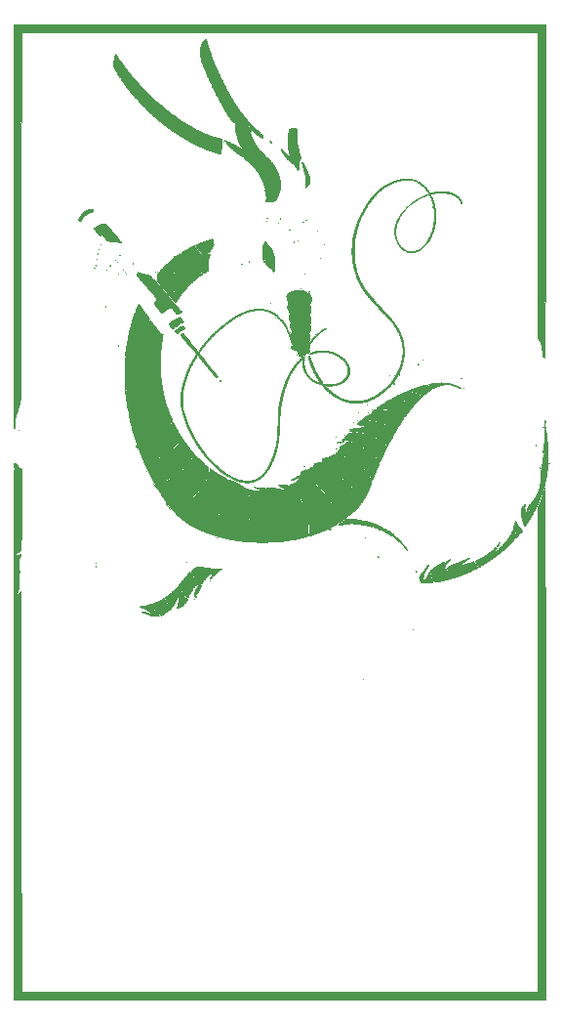
<source format=gbr>
%TF.GenerationSoftware,KiCad,Pcbnew,(5.1.10)-1*%
%TF.CreationDate,2022-09-13T11:59:32+02:00*%
%TF.ProjectId,Iinkscape file,49696e6b-7363-4617-9065-2066696c652e,rev?*%
%TF.SameCoordinates,Original*%
%TF.FileFunction,Soldermask,Bot*%
%TF.FilePolarity,Negative*%
%FSLAX46Y46*%
G04 Gerber Fmt 4.6, Leading zero omitted, Abs format (unit mm)*
G04 Created by KiCad (PCBNEW (5.1.10)-1) date 2022-09-13 11:59:32*
%MOMM*%
%LPD*%
G01*
G04 APERTURE LIST*
%ADD10C,0.010000*%
G04 APERTURE END LIST*
D10*
%TO.C,G\u002A\u002A\u002A*%
G36*
X-22823996Y3717435D02*
G01*
X-22787163Y3692910D01*
X-22741673Y3668134D01*
X-22713079Y3661452D01*
X-22683361Y3645948D01*
X-22640330Y3607903D01*
X-22595110Y3559339D01*
X-22558825Y3512285D01*
X-22542598Y3478763D01*
X-22542500Y3477053D01*
X-22527853Y3451317D01*
X-22491512Y3410138D01*
X-22444876Y3364472D01*
X-22399344Y3325274D01*
X-22366317Y3303499D01*
X-22360359Y3302000D01*
X-22332946Y3287926D01*
X-22292198Y3253057D01*
X-22281877Y3242634D01*
X-22225000Y3183267D01*
X-22225000Y-258938D01*
X-22225033Y-710300D01*
X-22225145Y-1121203D01*
X-22225353Y-1493519D01*
X-22225673Y-1829122D01*
X-22226122Y-2129886D01*
X-22226719Y-2397683D01*
X-22227480Y-2634388D01*
X-22228422Y-2841873D01*
X-22229562Y-3022013D01*
X-22230917Y-3176681D01*
X-22232505Y-3307749D01*
X-22234343Y-3417092D01*
X-22236447Y-3506583D01*
X-22238835Y-3578095D01*
X-22241525Y-3633502D01*
X-22244532Y-3674678D01*
X-22247874Y-3703495D01*
X-22251569Y-3721827D01*
X-22255634Y-3731548D01*
X-22256750Y-3732893D01*
X-22282641Y-3766512D01*
X-22288500Y-3782914D01*
X-22303303Y-3809043D01*
X-22340551Y-3851274D01*
X-22389505Y-3899424D01*
X-22439425Y-3943313D01*
X-22479572Y-3972756D01*
X-22495676Y-3979333D01*
X-22519696Y-3992327D01*
X-22521333Y-3999345D01*
X-22538923Y-4022661D01*
X-22583393Y-4053663D01*
X-22642295Y-4084376D01*
X-22674791Y-4097692D01*
X-22704942Y-4130288D01*
X-22711833Y-4175412D01*
X-22711833Y-4239553D01*
X-22509587Y-4227487D01*
X-22418424Y-4219644D01*
X-22341394Y-4208599D01*
X-22289632Y-4196158D01*
X-22276243Y-4189611D01*
X-22242733Y-4173262D01*
X-22230041Y-4186855D01*
X-22244748Y-4220462D01*
X-22250848Y-4227912D01*
X-22282538Y-4278492D01*
X-22297869Y-4318000D01*
X-22316213Y-4370603D01*
X-22351173Y-4453405D01*
X-22403961Y-4569197D01*
X-22444222Y-4654670D01*
X-22453554Y-4696338D01*
X-22460598Y-4771153D01*
X-22465360Y-4869990D01*
X-22467847Y-4983728D01*
X-22468064Y-5103242D01*
X-22466019Y-5219410D01*
X-22461717Y-5323109D01*
X-22455166Y-5405216D01*
X-22446372Y-5456606D01*
X-22443646Y-5463966D01*
X-22399829Y-5557023D01*
X-22372598Y-5620801D01*
X-22359971Y-5664063D01*
X-22359964Y-5695574D01*
X-22370594Y-5724097D01*
X-22380636Y-5742351D01*
X-22405490Y-5799766D01*
X-22415500Y-5850065D01*
X-22423731Y-5896584D01*
X-22435210Y-5917141D01*
X-22440383Y-5942733D01*
X-22445457Y-6005631D01*
X-22450236Y-6100809D01*
X-22454525Y-6223240D01*
X-22458129Y-6367897D01*
X-22460855Y-6529754D01*
X-22461668Y-6599499D01*
X-22464398Y-6808284D01*
X-22467957Y-6976438D01*
X-22472423Y-7105656D01*
X-22477872Y-7197635D01*
X-22484381Y-7254069D01*
X-22492027Y-7276655D01*
X-22492283Y-7276833D01*
X-22510396Y-7305668D01*
X-22526868Y-7359579D01*
X-22530979Y-7380656D01*
X-22547086Y-7442169D01*
X-22569101Y-7486944D01*
X-22575904Y-7494373D01*
X-22598127Y-7532758D01*
X-22606000Y-7580258D01*
X-22600646Y-7622282D01*
X-22582393Y-7640931D01*
X-22547948Y-7634775D01*
X-22494023Y-7602382D01*
X-22417326Y-7542320D01*
X-22315243Y-7453760D01*
X-22235583Y-7382770D01*
X-22230279Y-24741635D01*
X-22224974Y-42100500D01*
X22563667Y-42100500D01*
X22563667Y-21094347D01*
X22563683Y-20152232D01*
X22563731Y-19220410D01*
X22563811Y-18299782D01*
X22563922Y-17391248D01*
X22564062Y-16495707D01*
X22564232Y-15614061D01*
X22564430Y-14747207D01*
X22564656Y-13896048D01*
X22564910Y-13061481D01*
X22565190Y-12244409D01*
X22565496Y-11445729D01*
X22565826Y-10666343D01*
X22566182Y-9907151D01*
X22566561Y-9169051D01*
X22566963Y-8452945D01*
X22567387Y-7759732D01*
X22567833Y-7090312D01*
X22568300Y-6445585D01*
X22568787Y-5826451D01*
X22569294Y-5233810D01*
X22569820Y-4668562D01*
X22570364Y-4131606D01*
X22570925Y-3623844D01*
X22571503Y-3146174D01*
X22572097Y-2699497D01*
X22572706Y-2284712D01*
X22573330Y-1902721D01*
X22573968Y-1554421D01*
X22574620Y-1240715D01*
X22575284Y-962500D01*
X22575959Y-720678D01*
X22576646Y-516149D01*
X22577344Y-349811D01*
X22578051Y-222566D01*
X22578767Y-135314D01*
X22579492Y-88953D01*
X22579932Y-81139D01*
X22596675Y-59671D01*
X22624554Y-11082D01*
X22657787Y52946D01*
X22690592Y120728D01*
X22717187Y180580D01*
X22731791Y220819D01*
X22733000Y228186D01*
X22742883Y260906D01*
X22771420Y327072D01*
X22816949Y422991D01*
X22859462Y508695D01*
X22875509Y551996D01*
X22890687Y608994D01*
X22906478Y659354D01*
X22924302Y688362D01*
X22925129Y688923D01*
X22942337Y718182D01*
X22944797Y736791D01*
X22954357Y780359D01*
X22976745Y833592D01*
X23001207Y895985D01*
X23020027Y970131D01*
X23022003Y981759D01*
X23040428Y1052819D01*
X23068481Y1115528D01*
X23073982Y1124062D01*
X23102720Y1181874D01*
X23124103Y1253612D01*
X23126549Y1266937D01*
X23139131Y1320966D01*
X23153964Y1351860D01*
X23159039Y1354667D01*
X23171686Y1373187D01*
X23177716Y1418293D01*
X23177789Y1423458D01*
X23183286Y1499463D01*
X23197173Y1557188D01*
X23216576Y1586036D01*
X23222302Y1587500D01*
X23223186Y1566456D01*
X23224055Y1503810D01*
X23224910Y1400297D01*
X23225751Y1256647D01*
X23226575Y1073594D01*
X23227383Y851871D01*
X23228175Y592209D01*
X23228948Y295342D01*
X23229704Y-37999D01*
X23230441Y-407080D01*
X23231159Y-811169D01*
X23231856Y-1249534D01*
X23232533Y-1721442D01*
X23233189Y-2226161D01*
X23233823Y-2762957D01*
X23234434Y-3331099D01*
X23235023Y-3929855D01*
X23235587Y-4558490D01*
X23236128Y-5216274D01*
X23236643Y-5902473D01*
X23237133Y-6616355D01*
X23237597Y-7357188D01*
X23238034Y-8124238D01*
X23238443Y-8916774D01*
X23238825Y-9734063D01*
X23239178Y-10575371D01*
X23239502Y-11439968D01*
X23239795Y-12327120D01*
X23240059Y-13236095D01*
X23240291Y-14166160D01*
X23240492Y-15116583D01*
X23240660Y-16086631D01*
X23240795Y-17075572D01*
X23240897Y-18082673D01*
X23240964Y-19107202D01*
X23240997Y-20148425D01*
X23241000Y-20595167D01*
X23241000Y-42777833D01*
X-22881166Y-42777833D01*
X-22881166Y3090333D01*
X-22822958Y3091007D01*
X-22764986Y3101645D01*
X-22727708Y3119798D01*
X-22700567Y3153376D01*
X-22690848Y3190349D01*
X-22701203Y3214708D01*
X-22711548Y3217333D01*
X-22736845Y3231696D01*
X-22778523Y3268396D01*
X-22806226Y3296708D01*
X-22842593Y3337888D01*
X-22864528Y3373427D01*
X-22875723Y3415937D01*
X-22879869Y3478027D01*
X-22880594Y3550708D01*
X-22878801Y3644551D01*
X-22870722Y3700650D01*
X-22853429Y3723459D01*
X-22823996Y3717435D01*
G37*
X-22823996Y3717435D02*
X-22787163Y3692910D01*
X-22741673Y3668134D01*
X-22713079Y3661452D01*
X-22683361Y3645948D01*
X-22640330Y3607903D01*
X-22595110Y3559339D01*
X-22558825Y3512285D01*
X-22542598Y3478763D01*
X-22542500Y3477053D01*
X-22527853Y3451317D01*
X-22491512Y3410138D01*
X-22444876Y3364472D01*
X-22399344Y3325274D01*
X-22366317Y3303499D01*
X-22360359Y3302000D01*
X-22332946Y3287926D01*
X-22292198Y3253057D01*
X-22281877Y3242634D01*
X-22225000Y3183267D01*
X-22225000Y-258938D01*
X-22225033Y-710300D01*
X-22225145Y-1121203D01*
X-22225353Y-1493519D01*
X-22225673Y-1829122D01*
X-22226122Y-2129886D01*
X-22226719Y-2397683D01*
X-22227480Y-2634388D01*
X-22228422Y-2841873D01*
X-22229562Y-3022013D01*
X-22230917Y-3176681D01*
X-22232505Y-3307749D01*
X-22234343Y-3417092D01*
X-22236447Y-3506583D01*
X-22238835Y-3578095D01*
X-22241525Y-3633502D01*
X-22244532Y-3674678D01*
X-22247874Y-3703495D01*
X-22251569Y-3721827D01*
X-22255634Y-3731548D01*
X-22256750Y-3732893D01*
X-22282641Y-3766512D01*
X-22288500Y-3782914D01*
X-22303303Y-3809043D01*
X-22340551Y-3851274D01*
X-22389505Y-3899424D01*
X-22439425Y-3943313D01*
X-22479572Y-3972756D01*
X-22495676Y-3979333D01*
X-22519696Y-3992327D01*
X-22521333Y-3999345D01*
X-22538923Y-4022661D01*
X-22583393Y-4053663D01*
X-22642295Y-4084376D01*
X-22674791Y-4097692D01*
X-22704942Y-4130288D01*
X-22711833Y-4175412D01*
X-22711833Y-4239553D01*
X-22509587Y-4227487D01*
X-22418424Y-4219644D01*
X-22341394Y-4208599D01*
X-22289632Y-4196158D01*
X-22276243Y-4189611D01*
X-22242733Y-4173262D01*
X-22230041Y-4186855D01*
X-22244748Y-4220462D01*
X-22250848Y-4227912D01*
X-22282538Y-4278492D01*
X-22297869Y-4318000D01*
X-22316213Y-4370603D01*
X-22351173Y-4453405D01*
X-22403961Y-4569197D01*
X-22444222Y-4654670D01*
X-22453554Y-4696338D01*
X-22460598Y-4771153D01*
X-22465360Y-4869990D01*
X-22467847Y-4983728D01*
X-22468064Y-5103242D01*
X-22466019Y-5219410D01*
X-22461717Y-5323109D01*
X-22455166Y-5405216D01*
X-22446372Y-5456606D01*
X-22443646Y-5463966D01*
X-22399829Y-5557023D01*
X-22372598Y-5620801D01*
X-22359971Y-5664063D01*
X-22359964Y-5695574D01*
X-22370594Y-5724097D01*
X-22380636Y-5742351D01*
X-22405490Y-5799766D01*
X-22415500Y-5850065D01*
X-22423731Y-5896584D01*
X-22435210Y-5917141D01*
X-22440383Y-5942733D01*
X-22445457Y-6005631D01*
X-22450236Y-6100809D01*
X-22454525Y-6223240D01*
X-22458129Y-6367897D01*
X-22460855Y-6529754D01*
X-22461668Y-6599499D01*
X-22464398Y-6808284D01*
X-22467957Y-6976438D01*
X-22472423Y-7105656D01*
X-22477872Y-7197635D01*
X-22484381Y-7254069D01*
X-22492027Y-7276655D01*
X-22492283Y-7276833D01*
X-22510396Y-7305668D01*
X-22526868Y-7359579D01*
X-22530979Y-7380656D01*
X-22547086Y-7442169D01*
X-22569101Y-7486944D01*
X-22575904Y-7494373D01*
X-22598127Y-7532758D01*
X-22606000Y-7580258D01*
X-22600646Y-7622282D01*
X-22582393Y-7640931D01*
X-22547948Y-7634775D01*
X-22494023Y-7602382D01*
X-22417326Y-7542320D01*
X-22315243Y-7453760D01*
X-22235583Y-7382770D01*
X-22230279Y-24741635D01*
X-22224974Y-42100500D01*
X22563667Y-42100500D01*
X22563667Y-21094347D01*
X22563683Y-20152232D01*
X22563731Y-19220410D01*
X22563811Y-18299782D01*
X22563922Y-17391248D01*
X22564062Y-16495707D01*
X22564232Y-15614061D01*
X22564430Y-14747207D01*
X22564656Y-13896048D01*
X22564910Y-13061481D01*
X22565190Y-12244409D01*
X22565496Y-11445729D01*
X22565826Y-10666343D01*
X22566182Y-9907151D01*
X22566561Y-9169051D01*
X22566963Y-8452945D01*
X22567387Y-7759732D01*
X22567833Y-7090312D01*
X22568300Y-6445585D01*
X22568787Y-5826451D01*
X22569294Y-5233810D01*
X22569820Y-4668562D01*
X22570364Y-4131606D01*
X22570925Y-3623844D01*
X22571503Y-3146174D01*
X22572097Y-2699497D01*
X22572706Y-2284712D01*
X22573330Y-1902721D01*
X22573968Y-1554421D01*
X22574620Y-1240715D01*
X22575284Y-962500D01*
X22575959Y-720678D01*
X22576646Y-516149D01*
X22577344Y-349811D01*
X22578051Y-222566D01*
X22578767Y-135314D01*
X22579492Y-88953D01*
X22579932Y-81139D01*
X22596675Y-59671D01*
X22624554Y-11082D01*
X22657787Y52946D01*
X22690592Y120728D01*
X22717187Y180580D01*
X22731791Y220819D01*
X22733000Y228186D01*
X22742883Y260906D01*
X22771420Y327072D01*
X22816949Y422991D01*
X22859462Y508695D01*
X22875509Y551996D01*
X22890687Y608994D01*
X22906478Y659354D01*
X22924302Y688362D01*
X22925129Y688923D01*
X22942337Y718182D01*
X22944797Y736791D01*
X22954357Y780359D01*
X22976745Y833592D01*
X23001207Y895985D01*
X23020027Y970131D01*
X23022003Y981759D01*
X23040428Y1052819D01*
X23068481Y1115528D01*
X23073982Y1124062D01*
X23102720Y1181874D01*
X23124103Y1253612D01*
X23126549Y1266937D01*
X23139131Y1320966D01*
X23153964Y1351860D01*
X23159039Y1354667D01*
X23171686Y1373187D01*
X23177716Y1418293D01*
X23177789Y1423458D01*
X23183286Y1499463D01*
X23197173Y1557188D01*
X23216576Y1586036D01*
X23222302Y1587500D01*
X23223186Y1566456D01*
X23224055Y1503810D01*
X23224910Y1400297D01*
X23225751Y1256647D01*
X23226575Y1073594D01*
X23227383Y851871D01*
X23228175Y592209D01*
X23228948Y295342D01*
X23229704Y-37999D01*
X23230441Y-407080D01*
X23231159Y-811169D01*
X23231856Y-1249534D01*
X23232533Y-1721442D01*
X23233189Y-2226161D01*
X23233823Y-2762957D01*
X23234434Y-3331099D01*
X23235023Y-3929855D01*
X23235587Y-4558490D01*
X23236128Y-5216274D01*
X23236643Y-5902473D01*
X23237133Y-6616355D01*
X23237597Y-7357188D01*
X23238034Y-8124238D01*
X23238443Y-8916774D01*
X23238825Y-9734063D01*
X23239178Y-10575371D01*
X23239502Y-11439968D01*
X23239795Y-12327120D01*
X23240059Y-13236095D01*
X23240291Y-14166160D01*
X23240492Y-15116583D01*
X23240660Y-16086631D01*
X23240795Y-17075572D01*
X23240897Y-18082673D01*
X23240964Y-19107202D01*
X23240997Y-20148425D01*
X23241000Y-20595167D01*
X23241000Y-42777833D01*
X-22881166Y-42777833D01*
X-22881166Y3090333D01*
X-22822958Y3091007D01*
X-22764986Y3101645D01*
X-22727708Y3119798D01*
X-22700567Y3153376D01*
X-22690848Y3190349D01*
X-22701203Y3214708D01*
X-22711548Y3217333D01*
X-22736845Y3231696D01*
X-22778523Y3268396D01*
X-22806226Y3296708D01*
X-22842593Y3337888D01*
X-22864528Y3373427D01*
X-22875723Y3415937D01*
X-22879869Y3478027D01*
X-22880594Y3550708D01*
X-22878801Y3644551D01*
X-22870722Y3700650D01*
X-22853429Y3723459D01*
X-22823996Y3717435D01*
G36*
X7471834Y-14996583D02*
G01*
X7461250Y-15007167D01*
X7450667Y-14996583D01*
X7461250Y-14986000D01*
X7471834Y-14996583D01*
G37*
X7471834Y-14996583D02*
X7461250Y-15007167D01*
X7450667Y-14996583D01*
X7461250Y-14986000D01*
X7471834Y-14996583D01*
G36*
X11761611Y-10675055D02*
G01*
X11764145Y-10700175D01*
X11761611Y-10703278D01*
X11749028Y-10700372D01*
X11747500Y-10689167D01*
X11755245Y-10671744D01*
X11761611Y-10675055D01*
G37*
X11761611Y-10675055D02*
X11764145Y-10700175D01*
X11761611Y-10703278D01*
X11749028Y-10700372D01*
X11747500Y-10689167D01*
X11755245Y-10671744D01*
X11761611Y-10675055D01*
G36*
X-10939447Y-8514970D02*
G01*
X-10923322Y-8540153D01*
X-10922000Y-8561917D01*
X-10914754Y-8601695D01*
X-10900833Y-8614833D01*
X-10883405Y-8632485D01*
X-10879666Y-8655481D01*
X-10870248Y-8693239D01*
X-10845377Y-8755502D01*
X-10810134Y-8829754D01*
X-10804508Y-8840689D01*
X-10754639Y-8935581D01*
X-10718006Y-9001433D01*
X-10688844Y-9047031D01*
X-10661387Y-9081165D01*
X-10629870Y-9112622D01*
X-10620375Y-9121379D01*
X-10582179Y-9161846D01*
X-10562776Y-9193259D01*
X-10562166Y-9197061D01*
X-10547948Y-9221625D01*
X-10511477Y-9264946D01*
X-10462032Y-9317631D01*
X-10408893Y-9370287D01*
X-10361337Y-9413520D01*
X-10328644Y-9437938D01*
X-10321864Y-9440333D01*
X-10294889Y-9453697D01*
X-10273393Y-9472083D01*
X-10260859Y-9489015D01*
X-10270342Y-9498607D01*
X-10308652Y-9502875D01*
X-10380738Y-9503833D01*
X-10453229Y-9506795D01*
X-10502927Y-9514653D01*
X-10519833Y-9525000D01*
X-10539890Y-9534984D01*
X-10595725Y-9542155D01*
X-10680839Y-9545829D01*
X-10720916Y-9546167D01*
X-10815765Y-9544055D01*
X-10883891Y-9538178D01*
X-10918796Y-9529219D01*
X-10922000Y-9525000D01*
X-10938444Y-9504886D01*
X-10945861Y-9503833D01*
X-10974715Y-9495254D01*
X-11031599Y-9472435D01*
X-11106524Y-9439755D01*
X-11189500Y-9401591D01*
X-11270537Y-9362320D01*
X-11282528Y-9356291D01*
X-11325570Y-9340309D01*
X-11383886Y-9324747D01*
X-11384495Y-9324613D01*
X-11453278Y-9304052D01*
X-11510801Y-9279719D01*
X-11573555Y-9257370D01*
X-11625791Y-9249964D01*
X-11668044Y-9243665D01*
X-11684000Y-9230072D01*
X-11702233Y-9212528D01*
X-11742208Y-9200053D01*
X-11746296Y-9196921D01*
X-11714008Y-9196052D01*
X-11651241Y-9197420D01*
X-11567583Y-9200822D01*
X-11471330Y-9206683D01*
X-11390350Y-9214047D01*
X-11334248Y-9221887D01*
X-11313583Y-9227923D01*
X-11278637Y-9244342D01*
X-11231651Y-9258543D01*
X-11175646Y-9280066D01*
X-11139124Y-9304852D01*
X-11093505Y-9329627D01*
X-11053367Y-9318141D01*
X-11031396Y-9274070D01*
X-11031333Y-9273639D01*
X-11041464Y-9230244D01*
X-11074119Y-9176066D01*
X-11118391Y-9124469D01*
X-11163373Y-9088817D01*
X-11188971Y-9080500D01*
X-11218262Y-9067446D01*
X-11221861Y-9061345D01*
X-11245058Y-9040224D01*
X-11298724Y-9007177D01*
X-11374179Y-8966383D01*
X-11462742Y-8922022D01*
X-11555733Y-8878276D01*
X-11644472Y-8839325D01*
X-11720277Y-8809348D01*
X-11774470Y-8792528D01*
X-11783411Y-8790897D01*
X-11842087Y-8779365D01*
X-11880658Y-8765300D01*
X-11886910Y-8760044D01*
X-11915060Y-8744787D01*
X-11939249Y-8741833D01*
X-11972980Y-8734059D01*
X-11980333Y-8723789D01*
X-11960799Y-8714211D01*
X-11908597Y-8703990D01*
X-11833331Y-8694807D01*
X-11796811Y-8691639D01*
X-11711124Y-8683287D01*
X-11640943Y-8673186D01*
X-11597531Y-8663080D01*
X-11590436Y-8659634D01*
X-11558059Y-8647944D01*
X-11498231Y-8636393D01*
X-11444413Y-8629663D01*
X-11373232Y-8619853D01*
X-11318000Y-8607122D01*
X-11296246Y-8597715D01*
X-11261379Y-8582959D01*
X-11202014Y-8568557D01*
X-11171202Y-8563364D01*
X-11109780Y-8550955D01*
X-11067788Y-8535946D01*
X-11058827Y-8528944D01*
X-11030810Y-8514588D01*
X-10984251Y-8509000D01*
X-10939447Y-8514970D01*
G37*
X-10939447Y-8514970D02*
X-10923322Y-8540153D01*
X-10922000Y-8561917D01*
X-10914754Y-8601695D01*
X-10900833Y-8614833D01*
X-10883405Y-8632485D01*
X-10879666Y-8655481D01*
X-10870248Y-8693239D01*
X-10845377Y-8755502D01*
X-10810134Y-8829754D01*
X-10804508Y-8840689D01*
X-10754639Y-8935581D01*
X-10718006Y-9001433D01*
X-10688844Y-9047031D01*
X-10661387Y-9081165D01*
X-10629870Y-9112622D01*
X-10620375Y-9121379D01*
X-10582179Y-9161846D01*
X-10562776Y-9193259D01*
X-10562166Y-9197061D01*
X-10547948Y-9221625D01*
X-10511477Y-9264946D01*
X-10462032Y-9317631D01*
X-10408893Y-9370287D01*
X-10361337Y-9413520D01*
X-10328644Y-9437938D01*
X-10321864Y-9440333D01*
X-10294889Y-9453697D01*
X-10273393Y-9472083D01*
X-10260859Y-9489015D01*
X-10270342Y-9498607D01*
X-10308652Y-9502875D01*
X-10380738Y-9503833D01*
X-10453229Y-9506795D01*
X-10502927Y-9514653D01*
X-10519833Y-9525000D01*
X-10539890Y-9534984D01*
X-10595725Y-9542155D01*
X-10680839Y-9545829D01*
X-10720916Y-9546167D01*
X-10815765Y-9544055D01*
X-10883891Y-9538178D01*
X-10918796Y-9529219D01*
X-10922000Y-9525000D01*
X-10938444Y-9504886D01*
X-10945861Y-9503833D01*
X-10974715Y-9495254D01*
X-11031599Y-9472435D01*
X-11106524Y-9439755D01*
X-11189500Y-9401591D01*
X-11270537Y-9362320D01*
X-11282528Y-9356291D01*
X-11325570Y-9340309D01*
X-11383886Y-9324747D01*
X-11384495Y-9324613D01*
X-11453278Y-9304052D01*
X-11510801Y-9279719D01*
X-11573555Y-9257370D01*
X-11625791Y-9249964D01*
X-11668044Y-9243665D01*
X-11684000Y-9230072D01*
X-11702233Y-9212528D01*
X-11742208Y-9200053D01*
X-11746296Y-9196921D01*
X-11714008Y-9196052D01*
X-11651241Y-9197420D01*
X-11567583Y-9200822D01*
X-11471330Y-9206683D01*
X-11390350Y-9214047D01*
X-11334248Y-9221887D01*
X-11313583Y-9227923D01*
X-11278637Y-9244342D01*
X-11231651Y-9258543D01*
X-11175646Y-9280066D01*
X-11139124Y-9304852D01*
X-11093505Y-9329627D01*
X-11053367Y-9318141D01*
X-11031396Y-9274070D01*
X-11031333Y-9273639D01*
X-11041464Y-9230244D01*
X-11074119Y-9176066D01*
X-11118391Y-9124469D01*
X-11163373Y-9088817D01*
X-11188971Y-9080500D01*
X-11218262Y-9067446D01*
X-11221861Y-9061345D01*
X-11245058Y-9040224D01*
X-11298724Y-9007177D01*
X-11374179Y-8966383D01*
X-11462742Y-8922022D01*
X-11555733Y-8878276D01*
X-11644472Y-8839325D01*
X-11720277Y-8809348D01*
X-11774470Y-8792528D01*
X-11783411Y-8790897D01*
X-11842087Y-8779365D01*
X-11880658Y-8765300D01*
X-11886910Y-8760044D01*
X-11915060Y-8744787D01*
X-11939249Y-8741833D01*
X-11972980Y-8734059D01*
X-11980333Y-8723789D01*
X-11960799Y-8714211D01*
X-11908597Y-8703990D01*
X-11833331Y-8694807D01*
X-11796811Y-8691639D01*
X-11711124Y-8683287D01*
X-11640943Y-8673186D01*
X-11597531Y-8663080D01*
X-11590436Y-8659634D01*
X-11558059Y-8647944D01*
X-11498231Y-8636393D01*
X-11444413Y-8629663D01*
X-11373232Y-8619853D01*
X-11318000Y-8607122D01*
X-11296246Y-8597715D01*
X-11261379Y-8582959D01*
X-11202014Y-8568557D01*
X-11171202Y-8563364D01*
X-11109780Y-8550955D01*
X-11067788Y-8535946D01*
X-11058827Y-8528944D01*
X-11030810Y-8514588D01*
X-10984251Y-8509000D01*
X-10939447Y-8514970D01*
G36*
X-9836485Y-8005203D02*
G01*
X-9800467Y-8048600D01*
X-9795497Y-8057575D01*
X-9770235Y-8115729D01*
X-9758037Y-8165465D01*
X-9757833Y-8170256D01*
X-9749934Y-8204708D01*
X-9738961Y-8212667D01*
X-9720707Y-8230699D01*
X-9705749Y-8269803D01*
X-9679339Y-8327801D01*
X-9645246Y-8371709D01*
X-9553951Y-8488216D01*
X-9527262Y-8540750D01*
X-9504336Y-8574664D01*
X-9459419Y-8628577D01*
X-9400726Y-8692830D01*
X-9376818Y-8717643D01*
X-9245177Y-8852204D01*
X-9357907Y-8966352D01*
X-9414280Y-9021106D01*
X-9460268Y-9061518D01*
X-9487211Y-9080063D01*
X-9489274Y-9080500D01*
X-9513062Y-9093385D01*
X-9559704Y-9127610D01*
X-9620293Y-9176526D01*
X-9638164Y-9191625D01*
X-9726538Y-9265460D01*
X-9791809Y-9315702D01*
X-9841684Y-9347787D01*
X-9883873Y-9367152D01*
X-9890125Y-9369333D01*
X-9921353Y-9387711D01*
X-9927166Y-9398787D01*
X-9945391Y-9414691D01*
X-9989364Y-9429460D01*
X-9990666Y-9429750D01*
X-10035104Y-9445109D01*
X-10054155Y-9462800D01*
X-10054166Y-9463182D01*
X-10069419Y-9479972D01*
X-10102653Y-9476425D01*
X-10128250Y-9460644D01*
X-10178406Y-9417131D01*
X-10232267Y-9375727D01*
X-10277688Y-9345265D01*
X-10301635Y-9334500D01*
X-10327786Y-9319836D01*
X-10369299Y-9283446D01*
X-10415182Y-9236732D01*
X-10454442Y-9191097D01*
X-10476085Y-9157942D01*
X-10477500Y-9152089D01*
X-10491657Y-9123934D01*
X-10526166Y-9084564D01*
X-10530416Y-9080500D01*
X-10566530Y-9038976D01*
X-10583202Y-9004827D01*
X-10583333Y-9002727D01*
X-10595371Y-8977004D01*
X-10603345Y-8974667D01*
X-10626661Y-8957077D01*
X-10657663Y-8912607D01*
X-10688376Y-8853705D01*
X-10701692Y-8821208D01*
X-10721757Y-8790028D01*
X-10733969Y-8784167D01*
X-10748456Y-8766174D01*
X-10752666Y-8735483D01*
X-10761143Y-8687966D01*
X-10773630Y-8665836D01*
X-10788839Y-8633556D01*
X-10803200Y-8575999D01*
X-10808257Y-8545186D01*
X-10814360Y-8484081D01*
X-10809298Y-8454246D01*
X-10790948Y-8445595D01*
X-10787294Y-8445500D01*
X-10757326Y-8434905D01*
X-10752666Y-8424333D01*
X-10734684Y-8407962D01*
X-10703795Y-8403167D01*
X-10647391Y-8390359D01*
X-10613837Y-8372090D01*
X-10568893Y-8347104D01*
X-10541000Y-8340040D01*
X-10510701Y-8330367D01*
X-10451418Y-8304915D01*
X-10371516Y-8267843D01*
X-10279356Y-8223305D01*
X-10183303Y-8175458D01*
X-10091718Y-8128458D01*
X-10012965Y-8086463D01*
X-9955407Y-8053627D01*
X-9929538Y-8036150D01*
X-9876836Y-8001480D01*
X-9836485Y-8005203D01*
G37*
X-9836485Y-8005203D02*
X-9800467Y-8048600D01*
X-9795497Y-8057575D01*
X-9770235Y-8115729D01*
X-9758037Y-8165465D01*
X-9757833Y-8170256D01*
X-9749934Y-8204708D01*
X-9738961Y-8212667D01*
X-9720707Y-8230699D01*
X-9705749Y-8269803D01*
X-9679339Y-8327801D01*
X-9645246Y-8371709D01*
X-9553951Y-8488216D01*
X-9527262Y-8540750D01*
X-9504336Y-8574664D01*
X-9459419Y-8628577D01*
X-9400726Y-8692830D01*
X-9376818Y-8717643D01*
X-9245177Y-8852204D01*
X-9357907Y-8966352D01*
X-9414280Y-9021106D01*
X-9460268Y-9061518D01*
X-9487211Y-9080063D01*
X-9489274Y-9080500D01*
X-9513062Y-9093385D01*
X-9559704Y-9127610D01*
X-9620293Y-9176526D01*
X-9638164Y-9191625D01*
X-9726538Y-9265460D01*
X-9791809Y-9315702D01*
X-9841684Y-9347787D01*
X-9883873Y-9367152D01*
X-9890125Y-9369333D01*
X-9921353Y-9387711D01*
X-9927166Y-9398787D01*
X-9945391Y-9414691D01*
X-9989364Y-9429460D01*
X-9990666Y-9429750D01*
X-10035104Y-9445109D01*
X-10054155Y-9462800D01*
X-10054166Y-9463182D01*
X-10069419Y-9479972D01*
X-10102653Y-9476425D01*
X-10128250Y-9460644D01*
X-10178406Y-9417131D01*
X-10232267Y-9375727D01*
X-10277688Y-9345265D01*
X-10301635Y-9334500D01*
X-10327786Y-9319836D01*
X-10369299Y-9283446D01*
X-10415182Y-9236732D01*
X-10454442Y-9191097D01*
X-10476085Y-9157942D01*
X-10477500Y-9152089D01*
X-10491657Y-9123934D01*
X-10526166Y-9084564D01*
X-10530416Y-9080500D01*
X-10566530Y-9038976D01*
X-10583202Y-9004827D01*
X-10583333Y-9002727D01*
X-10595371Y-8977004D01*
X-10603345Y-8974667D01*
X-10626661Y-8957077D01*
X-10657663Y-8912607D01*
X-10688376Y-8853705D01*
X-10701692Y-8821208D01*
X-10721757Y-8790028D01*
X-10733969Y-8784167D01*
X-10748456Y-8766174D01*
X-10752666Y-8735483D01*
X-10761143Y-8687966D01*
X-10773630Y-8665836D01*
X-10788839Y-8633556D01*
X-10803200Y-8575999D01*
X-10808257Y-8545186D01*
X-10814360Y-8484081D01*
X-10809298Y-8454246D01*
X-10790948Y-8445595D01*
X-10787294Y-8445500D01*
X-10757326Y-8434905D01*
X-10752666Y-8424333D01*
X-10734684Y-8407962D01*
X-10703795Y-8403167D01*
X-10647391Y-8390359D01*
X-10613837Y-8372090D01*
X-10568893Y-8347104D01*
X-10541000Y-8340040D01*
X-10510701Y-8330367D01*
X-10451418Y-8304915D01*
X-10371516Y-8267843D01*
X-10279356Y-8223305D01*
X-10183303Y-8175458D01*
X-10091718Y-8128458D01*
X-10012965Y-8086463D01*
X-9955407Y-8053627D01*
X-9929538Y-8036150D01*
X-9876836Y-8001480D01*
X-9836485Y-8005203D01*
G36*
X-8597764Y-6960322D02*
G01*
X-8593666Y-6983751D01*
X-8583947Y-7024271D01*
X-8572500Y-7037917D01*
X-8552999Y-7068553D01*
X-8551333Y-7081354D01*
X-8543333Y-7120680D01*
X-8523646Y-7174631D01*
X-8498747Y-7228853D01*
X-8475107Y-7268993D01*
X-8461149Y-7281333D01*
X-8440987Y-7298402D01*
X-8423860Y-7328958D01*
X-8386727Y-7401654D01*
X-8332856Y-7482878D01*
X-8265902Y-7570139D01*
X-8232089Y-7616851D01*
X-8213753Y-7650821D01*
X-8212666Y-7656070D01*
X-8198494Y-7677401D01*
X-8159648Y-7722363D01*
X-8101631Y-7784900D01*
X-8029949Y-7858956D01*
X-8009422Y-7879682D01*
X-7806178Y-8083919D01*
X-7834673Y-8148293D01*
X-7857662Y-8192037D01*
X-7875543Y-8212467D01*
X-7876698Y-8212667D01*
X-7894213Y-8229674D01*
X-7903619Y-8249708D01*
X-7932908Y-8308065D01*
X-7979267Y-8376664D01*
X-8034898Y-8446450D01*
X-8092001Y-8508367D01*
X-8142776Y-8553359D01*
X-8179425Y-8572372D01*
X-8181634Y-8572500D01*
X-8211064Y-8586705D01*
X-8251076Y-8621316D01*
X-8255000Y-8625417D01*
X-8296017Y-8661482D01*
X-8329085Y-8678192D01*
X-8331149Y-8678333D01*
X-8363605Y-8691052D01*
X-8409676Y-8722400D01*
X-8418840Y-8729875D01*
X-8477853Y-8769365D01*
X-8538294Y-8795522D01*
X-8542172Y-8796533D01*
X-8602905Y-8817586D01*
X-8646001Y-8840241D01*
X-8697429Y-8862650D01*
X-8730668Y-8867162D01*
X-8754143Y-8861917D01*
X-8747125Y-8854815D01*
X-8726479Y-8827701D01*
X-8720666Y-8794235D01*
X-8713551Y-8750787D01*
X-8701899Y-8732733D01*
X-8686148Y-8706064D01*
X-8670964Y-8654803D01*
X-8668255Y-8641525D01*
X-8653298Y-8582820D01*
X-8635684Y-8541075D01*
X-8632727Y-8536920D01*
X-8619183Y-8503009D01*
X-8606372Y-8442454D01*
X-8599910Y-8394045D01*
X-8590334Y-8329881D01*
X-8578288Y-8287067D01*
X-8569539Y-8276167D01*
X-8561716Y-8256536D01*
X-8555577Y-8203772D01*
X-8551954Y-8127066D01*
X-8551333Y-8075083D01*
X-8551333Y-7874000D01*
X-8614833Y-7874000D01*
X-8665246Y-7883466D01*
X-8678333Y-7905750D01*
X-8689763Y-7933918D01*
X-8699500Y-7937500D01*
X-8717740Y-7954862D01*
X-8720666Y-7972632D01*
X-8729316Y-8004451D01*
X-8752197Y-8061488D01*
X-8784711Y-8134254D01*
X-8822257Y-8213262D01*
X-8860237Y-8289024D01*
X-8894050Y-8352051D01*
X-8919097Y-8392855D01*
X-8929379Y-8403167D01*
X-8946023Y-8420544D01*
X-8969016Y-8463240D01*
X-8972894Y-8471958D01*
X-9005581Y-8533380D01*
X-9050126Y-8601090D01*
X-9062728Y-8617879D01*
X-9098717Y-8667906D01*
X-9120185Y-8705169D01*
X-9122833Y-8714187D01*
X-9136168Y-8744719D01*
X-9146707Y-8757241D01*
X-9168271Y-8761650D01*
X-9203346Y-8739534D01*
X-9257033Y-8687398D01*
X-9271882Y-8671516D01*
X-9372884Y-8560799D01*
X-9449645Y-8473537D01*
X-9500474Y-8411728D01*
X-9523679Y-8377370D01*
X-9525000Y-8372730D01*
X-9536750Y-8348087D01*
X-9566089Y-8304503D01*
X-9577741Y-8288862D01*
X-9616065Y-8226203D01*
X-9641694Y-8162104D01*
X-9643792Y-8153165D01*
X-9661989Y-8098579D01*
X-9686301Y-8062383D01*
X-9711898Y-8022664D01*
X-9715500Y-8002641D01*
X-9729706Y-7956584D01*
X-9740900Y-7941733D01*
X-9754906Y-7920890D01*
X-9737788Y-7916333D01*
X-9706488Y-7903696D01*
X-9656498Y-7871215D01*
X-9618868Y-7842250D01*
X-9565639Y-7801244D01*
X-9524604Y-7774340D01*
X-9509523Y-7768167D01*
X-9484231Y-7754127D01*
X-9444015Y-7719042D01*
X-9429750Y-7704667D01*
X-9388073Y-7665019D01*
X-9357608Y-7642856D01*
X-9352153Y-7641167D01*
X-9330321Y-7627078D01*
X-9287698Y-7589779D01*
X-9232687Y-7536715D01*
X-9220822Y-7524750D01*
X-9164045Y-7469361D01*
X-9117600Y-7428266D01*
X-9090038Y-7408931D01*
X-9087554Y-7408333D01*
X-9065354Y-7394077D01*
X-9022304Y-7356543D01*
X-8966246Y-7303579D01*
X-8905020Y-7243036D01*
X-8846468Y-7182764D01*
X-8798430Y-7130611D01*
X-8768747Y-7094429D01*
X-8763000Y-7083416D01*
X-8748244Y-7056348D01*
X-8712689Y-7016439D01*
X-8669406Y-6976244D01*
X-8631466Y-6948315D01*
X-8616461Y-6942667D01*
X-8597764Y-6960322D01*
G37*
X-8597764Y-6960322D02*
X-8593666Y-6983751D01*
X-8583947Y-7024271D01*
X-8572500Y-7037917D01*
X-8552999Y-7068553D01*
X-8551333Y-7081354D01*
X-8543333Y-7120680D01*
X-8523646Y-7174631D01*
X-8498747Y-7228853D01*
X-8475107Y-7268993D01*
X-8461149Y-7281333D01*
X-8440987Y-7298402D01*
X-8423860Y-7328958D01*
X-8386727Y-7401654D01*
X-8332856Y-7482878D01*
X-8265902Y-7570139D01*
X-8232089Y-7616851D01*
X-8213753Y-7650821D01*
X-8212666Y-7656070D01*
X-8198494Y-7677401D01*
X-8159648Y-7722363D01*
X-8101631Y-7784900D01*
X-8029949Y-7858956D01*
X-8009422Y-7879682D01*
X-7806178Y-8083919D01*
X-7834673Y-8148293D01*
X-7857662Y-8192037D01*
X-7875543Y-8212467D01*
X-7876698Y-8212667D01*
X-7894213Y-8229674D01*
X-7903619Y-8249708D01*
X-7932908Y-8308065D01*
X-7979267Y-8376664D01*
X-8034898Y-8446450D01*
X-8092001Y-8508367D01*
X-8142776Y-8553359D01*
X-8179425Y-8572372D01*
X-8181634Y-8572500D01*
X-8211064Y-8586705D01*
X-8251076Y-8621316D01*
X-8255000Y-8625417D01*
X-8296017Y-8661482D01*
X-8329085Y-8678192D01*
X-8331149Y-8678333D01*
X-8363605Y-8691052D01*
X-8409676Y-8722400D01*
X-8418840Y-8729875D01*
X-8477853Y-8769365D01*
X-8538294Y-8795522D01*
X-8542172Y-8796533D01*
X-8602905Y-8817586D01*
X-8646001Y-8840241D01*
X-8697429Y-8862650D01*
X-8730668Y-8867162D01*
X-8754143Y-8861917D01*
X-8747125Y-8854815D01*
X-8726479Y-8827701D01*
X-8720666Y-8794235D01*
X-8713551Y-8750787D01*
X-8701899Y-8732733D01*
X-8686148Y-8706064D01*
X-8670964Y-8654803D01*
X-8668255Y-8641525D01*
X-8653298Y-8582820D01*
X-8635684Y-8541075D01*
X-8632727Y-8536920D01*
X-8619183Y-8503009D01*
X-8606372Y-8442454D01*
X-8599910Y-8394045D01*
X-8590334Y-8329881D01*
X-8578288Y-8287067D01*
X-8569539Y-8276167D01*
X-8561716Y-8256536D01*
X-8555577Y-8203772D01*
X-8551954Y-8127066D01*
X-8551333Y-8075083D01*
X-8551333Y-7874000D01*
X-8614833Y-7874000D01*
X-8665246Y-7883466D01*
X-8678333Y-7905750D01*
X-8689763Y-7933918D01*
X-8699500Y-7937500D01*
X-8717740Y-7954862D01*
X-8720666Y-7972632D01*
X-8729316Y-8004451D01*
X-8752197Y-8061488D01*
X-8784711Y-8134254D01*
X-8822257Y-8213262D01*
X-8860237Y-8289024D01*
X-8894050Y-8352051D01*
X-8919097Y-8392855D01*
X-8929379Y-8403167D01*
X-8946023Y-8420544D01*
X-8969016Y-8463240D01*
X-8972894Y-8471958D01*
X-9005581Y-8533380D01*
X-9050126Y-8601090D01*
X-9062728Y-8617879D01*
X-9098717Y-8667906D01*
X-9120185Y-8705169D01*
X-9122833Y-8714187D01*
X-9136168Y-8744719D01*
X-9146707Y-8757241D01*
X-9168271Y-8761650D01*
X-9203346Y-8739534D01*
X-9257033Y-8687398D01*
X-9271882Y-8671516D01*
X-9372884Y-8560799D01*
X-9449645Y-8473537D01*
X-9500474Y-8411728D01*
X-9523679Y-8377370D01*
X-9525000Y-8372730D01*
X-9536750Y-8348087D01*
X-9566089Y-8304503D01*
X-9577741Y-8288862D01*
X-9616065Y-8226203D01*
X-9641694Y-8162104D01*
X-9643792Y-8153165D01*
X-9661989Y-8098579D01*
X-9686301Y-8062383D01*
X-9711898Y-8022664D01*
X-9715500Y-8002641D01*
X-9729706Y-7956584D01*
X-9740900Y-7941733D01*
X-9754906Y-7920890D01*
X-9737788Y-7916333D01*
X-9706488Y-7903696D01*
X-9656498Y-7871215D01*
X-9618868Y-7842250D01*
X-9565639Y-7801244D01*
X-9524604Y-7774340D01*
X-9509523Y-7768167D01*
X-9484231Y-7754127D01*
X-9444015Y-7719042D01*
X-9429750Y-7704667D01*
X-9388073Y-7665019D01*
X-9357608Y-7642856D01*
X-9352153Y-7641167D01*
X-9330321Y-7627078D01*
X-9287698Y-7589779D01*
X-9232687Y-7536715D01*
X-9220822Y-7524750D01*
X-9164045Y-7469361D01*
X-9117600Y-7428266D01*
X-9090038Y-7408931D01*
X-9087554Y-7408333D01*
X-9065354Y-7394077D01*
X-9022304Y-7356543D01*
X-8966246Y-7303579D01*
X-8905020Y-7243036D01*
X-8846468Y-7182764D01*
X-8798430Y-7130611D01*
X-8768747Y-7094429D01*
X-8763000Y-7083416D01*
X-8748244Y-7056348D01*
X-8712689Y-7016439D01*
X-8669406Y-6976244D01*
X-8631466Y-6948315D01*
X-8616461Y-6942667D01*
X-8597764Y-6960322D01*
G36*
X-7203722Y-8050389D02*
G01*
X-7201189Y-8075509D01*
X-7203722Y-8078611D01*
X-7216306Y-8075705D01*
X-7217833Y-8064500D01*
X-7210089Y-8047077D01*
X-7203722Y-8050389D01*
G37*
X-7203722Y-8050389D02*
X-7201189Y-8075509D01*
X-7203722Y-8078611D01*
X-7216306Y-8075705D01*
X-7217833Y-8064500D01*
X-7210089Y-8047077D01*
X-7203722Y-8050389D01*
G36*
X-7567605Y-5747853D02*
G01*
X-7563431Y-5751465D01*
X-7523316Y-5801113D01*
X-7503834Y-5842000D01*
X-7479872Y-5896401D01*
X-7444358Y-5955480D01*
X-7442598Y-5957977D01*
X-7380255Y-6050370D01*
X-7342280Y-6118719D01*
X-7332502Y-6142161D01*
X-7305769Y-6179184D01*
X-7289831Y-6189121D01*
X-7263077Y-6213480D01*
X-7260166Y-6225260D01*
X-7246930Y-6253646D01*
X-7212833Y-6300610D01*
X-7180791Y-6338412D01*
X-7130054Y-6396991D01*
X-7087055Y-6450183D01*
X-7070285Y-6473071D01*
X-7039153Y-6507848D01*
X-7016573Y-6519333D01*
X-6991907Y-6533466D01*
X-6949070Y-6569377D01*
X-6897988Y-6617332D01*
X-6848592Y-6667600D01*
X-6810811Y-6710447D01*
X-6794573Y-6736140D01*
X-6794500Y-6737019D01*
X-6812211Y-6749487D01*
X-6835321Y-6752167D01*
X-6884914Y-6765399D01*
X-6904684Y-6778625D01*
X-6948883Y-6815164D01*
X-7002214Y-6853556D01*
X-7051345Y-6884827D01*
X-7082940Y-6899999D01*
X-7085480Y-6900333D01*
X-7117647Y-6916513D01*
X-7165735Y-6959210D01*
X-7222269Y-7019656D01*
X-7279778Y-7089086D01*
X-7330787Y-7158735D01*
X-7367824Y-7219835D01*
X-7378714Y-7244292D01*
X-7398885Y-7275491D01*
X-7411326Y-7281333D01*
X-7433465Y-7298460D01*
X-7451140Y-7328958D01*
X-7480283Y-7387604D01*
X-7512770Y-7441036D01*
X-7537772Y-7471833D01*
X-7553144Y-7498247D01*
X-7566663Y-7535333D01*
X-7593991Y-7593878D01*
X-7620147Y-7630583D01*
X-7651691Y-7682196D01*
X-7672313Y-7741708D01*
X-7686928Y-7788357D01*
X-7703140Y-7810264D01*
X-7704666Y-7810500D01*
X-7721125Y-7828732D01*
X-7736132Y-7872719D01*
X-7736416Y-7874000D01*
X-7754589Y-7918514D01*
X-7778997Y-7937492D01*
X-7779460Y-7937500D01*
X-7806628Y-7923456D01*
X-7854927Y-7885851D01*
X-7915977Y-7831475D01*
X-7947111Y-7801646D01*
X-8008048Y-7739928D01*
X-8055324Y-7688297D01*
X-8082101Y-7654406D01*
X-8085666Y-7646586D01*
X-8099751Y-7620341D01*
X-8134107Y-7581940D01*
X-8138583Y-7577667D01*
X-8174452Y-7538715D01*
X-8191315Y-7510057D01*
X-8191500Y-7508231D01*
X-8203417Y-7480797D01*
X-8233510Y-7434412D01*
X-8250484Y-7411379D01*
X-8298674Y-7342183D01*
X-8343042Y-7268882D01*
X-8350548Y-7254875D01*
X-8379035Y-7205907D01*
X-8401375Y-7177984D01*
X-8406298Y-7175500D01*
X-8420292Y-7157215D01*
X-8434726Y-7112666D01*
X-8435926Y-7107403D01*
X-8451463Y-7049430D01*
X-8467441Y-7006861D01*
X-8508348Y-6924275D01*
X-8530019Y-6868769D01*
X-8533258Y-6830134D01*
X-8518873Y-6798162D01*
X-8487669Y-6762645D01*
X-8486795Y-6761742D01*
X-8448080Y-6717814D01*
X-8426172Y-6685305D01*
X-8424333Y-6679027D01*
X-8410953Y-6656669D01*
X-8374811Y-6610626D01*
X-8321905Y-6548276D01*
X-8276166Y-6496728D01*
X-8214801Y-6427070D01*
X-8165830Y-6368255D01*
X-8135255Y-6327689D01*
X-8128000Y-6313863D01*
X-8113961Y-6289835D01*
X-8077777Y-6247684D01*
X-8043333Y-6212417D01*
X-7996813Y-6164057D01*
X-7966060Y-6126464D01*
X-7958666Y-6112023D01*
X-7944479Y-6088738D01*
X-7907947Y-6047551D01*
X-7874000Y-6013763D01*
X-7827166Y-5965844D01*
X-7796419Y-5927926D01*
X-7789333Y-5913184D01*
X-7775276Y-5888741D01*
X-7738791Y-5845668D01*
X-7697986Y-5803497D01*
X-7646766Y-5754641D01*
X-7614930Y-5731775D01*
X-7592027Y-5730860D01*
X-7567605Y-5747853D01*
G37*
X-7567605Y-5747853D02*
X-7563431Y-5751465D01*
X-7523316Y-5801113D01*
X-7503834Y-5842000D01*
X-7479872Y-5896401D01*
X-7444358Y-5955480D01*
X-7442598Y-5957977D01*
X-7380255Y-6050370D01*
X-7342280Y-6118719D01*
X-7332502Y-6142161D01*
X-7305769Y-6179184D01*
X-7289831Y-6189121D01*
X-7263077Y-6213480D01*
X-7260166Y-6225260D01*
X-7246930Y-6253646D01*
X-7212833Y-6300610D01*
X-7180791Y-6338412D01*
X-7130054Y-6396991D01*
X-7087055Y-6450183D01*
X-7070285Y-6473071D01*
X-7039153Y-6507848D01*
X-7016573Y-6519333D01*
X-6991907Y-6533466D01*
X-6949070Y-6569377D01*
X-6897988Y-6617332D01*
X-6848592Y-6667600D01*
X-6810811Y-6710447D01*
X-6794573Y-6736140D01*
X-6794500Y-6737019D01*
X-6812211Y-6749487D01*
X-6835321Y-6752167D01*
X-6884914Y-6765399D01*
X-6904684Y-6778625D01*
X-6948883Y-6815164D01*
X-7002214Y-6853556D01*
X-7051345Y-6884827D01*
X-7082940Y-6899999D01*
X-7085480Y-6900333D01*
X-7117647Y-6916513D01*
X-7165735Y-6959210D01*
X-7222269Y-7019656D01*
X-7279778Y-7089086D01*
X-7330787Y-7158735D01*
X-7367824Y-7219835D01*
X-7378714Y-7244292D01*
X-7398885Y-7275491D01*
X-7411326Y-7281333D01*
X-7433465Y-7298460D01*
X-7451140Y-7328958D01*
X-7480283Y-7387604D01*
X-7512770Y-7441036D01*
X-7537772Y-7471833D01*
X-7553144Y-7498247D01*
X-7566663Y-7535333D01*
X-7593991Y-7593878D01*
X-7620147Y-7630583D01*
X-7651691Y-7682196D01*
X-7672313Y-7741708D01*
X-7686928Y-7788357D01*
X-7703140Y-7810264D01*
X-7704666Y-7810500D01*
X-7721125Y-7828732D01*
X-7736132Y-7872719D01*
X-7736416Y-7874000D01*
X-7754589Y-7918514D01*
X-7778997Y-7937492D01*
X-7779460Y-7937500D01*
X-7806628Y-7923456D01*
X-7854927Y-7885851D01*
X-7915977Y-7831475D01*
X-7947111Y-7801646D01*
X-8008048Y-7739928D01*
X-8055324Y-7688297D01*
X-8082101Y-7654406D01*
X-8085666Y-7646586D01*
X-8099751Y-7620341D01*
X-8134107Y-7581940D01*
X-8138583Y-7577667D01*
X-8174452Y-7538715D01*
X-8191315Y-7510057D01*
X-8191500Y-7508231D01*
X-8203417Y-7480797D01*
X-8233510Y-7434412D01*
X-8250484Y-7411379D01*
X-8298674Y-7342183D01*
X-8343042Y-7268882D01*
X-8350548Y-7254875D01*
X-8379035Y-7205907D01*
X-8401375Y-7177984D01*
X-8406298Y-7175500D01*
X-8420292Y-7157215D01*
X-8434726Y-7112666D01*
X-8435926Y-7107403D01*
X-8451463Y-7049430D01*
X-8467441Y-7006861D01*
X-8508348Y-6924275D01*
X-8530019Y-6868769D01*
X-8533258Y-6830134D01*
X-8518873Y-6798162D01*
X-8487669Y-6762645D01*
X-8486795Y-6761742D01*
X-8448080Y-6717814D01*
X-8426172Y-6685305D01*
X-8424333Y-6679027D01*
X-8410953Y-6656669D01*
X-8374811Y-6610626D01*
X-8321905Y-6548276D01*
X-8276166Y-6496728D01*
X-8214801Y-6427070D01*
X-8165830Y-6368255D01*
X-8135255Y-6327689D01*
X-8128000Y-6313863D01*
X-8113961Y-6289835D01*
X-8077777Y-6247684D01*
X-8043333Y-6212417D01*
X-7996813Y-6164057D01*
X-7966060Y-6126464D01*
X-7958666Y-6112023D01*
X-7944479Y-6088738D01*
X-7907947Y-6047551D01*
X-7874000Y-6013763D01*
X-7827166Y-5965844D01*
X-7796419Y-5927926D01*
X-7789333Y-5913184D01*
X-7775276Y-5888741D01*
X-7738791Y-5845668D01*
X-7697986Y-5803497D01*
X-7646766Y-5754641D01*
X-7614930Y-5731775D01*
X-7592027Y-5730860D01*
X-7567605Y-5747853D01*
G36*
X-7001272Y-7802669D02*
G01*
X-7021661Y-7831667D01*
X-7054381Y-7863418D01*
X-7074163Y-7874000D01*
X-7074561Y-7860664D01*
X-7054172Y-7831667D01*
X-7021452Y-7799915D01*
X-7001670Y-7789333D01*
X-7001272Y-7802669D01*
G37*
X-7001272Y-7802669D02*
X-7021661Y-7831667D01*
X-7054381Y-7863418D01*
X-7074163Y-7874000D01*
X-7074561Y-7860664D01*
X-7054172Y-7831667D01*
X-7021452Y-7799915D01*
X-7001670Y-7789333D01*
X-7001272Y-7802669D01*
G36*
X-6677247Y-6798757D02*
G01*
X-6641743Y-6843655D01*
X-6634467Y-6894869D01*
X-6637670Y-6921500D01*
X-6645831Y-6966795D01*
X-6656877Y-7007668D01*
X-6675218Y-7057039D01*
X-6705265Y-7127825D01*
X-6718258Y-7157532D01*
X-6739984Y-7211920D01*
X-6751574Y-7250424D01*
X-6752166Y-7255654D01*
X-6759055Y-7292262D01*
X-6782014Y-7337977D01*
X-6824482Y-7397476D01*
X-6889900Y-7475441D01*
X-6981708Y-7576551D01*
X-7011458Y-7608418D01*
X-7072334Y-7675723D01*
X-7120298Y-7733290D01*
X-7148999Y-7773237D01*
X-7154333Y-7785644D01*
X-7171623Y-7807099D01*
X-7189144Y-7810500D01*
X-7207283Y-7805222D01*
X-7215820Y-7783474D01*
X-7216091Y-7736390D01*
X-7210623Y-7667729D01*
X-7200977Y-7594909D01*
X-7188488Y-7541063D01*
X-7175853Y-7517812D01*
X-7175812Y-7517798D01*
X-7159132Y-7493686D01*
X-7154333Y-7460735D01*
X-7147217Y-7417287D01*
X-7135566Y-7399233D01*
X-7119453Y-7372384D01*
X-7104549Y-7321772D01*
X-7102857Y-7313317D01*
X-7089222Y-7264393D01*
X-7073619Y-7239716D01*
X-7071002Y-7239000D01*
X-7053250Y-7221031D01*
X-7039353Y-7184271D01*
X-7021589Y-7133353D01*
X-7005628Y-7104896D01*
X-6943298Y-7027106D01*
X-6904187Y-6975633D01*
X-6884039Y-6944587D01*
X-6878594Y-6929028D01*
X-6864924Y-6904375D01*
X-6830572Y-6861081D01*
X-6803277Y-6830507D01*
X-6728534Y-6750097D01*
X-6677247Y-6798757D01*
G37*
X-6677247Y-6798757D02*
X-6641743Y-6843655D01*
X-6634467Y-6894869D01*
X-6637670Y-6921500D01*
X-6645831Y-6966795D01*
X-6656877Y-7007668D01*
X-6675218Y-7057039D01*
X-6705265Y-7127825D01*
X-6718258Y-7157532D01*
X-6739984Y-7211920D01*
X-6751574Y-7250424D01*
X-6752166Y-7255654D01*
X-6759055Y-7292262D01*
X-6782014Y-7337977D01*
X-6824482Y-7397476D01*
X-6889900Y-7475441D01*
X-6981708Y-7576551D01*
X-7011458Y-7608418D01*
X-7072334Y-7675723D01*
X-7120298Y-7733290D01*
X-7148999Y-7773237D01*
X-7154333Y-7785644D01*
X-7171623Y-7807099D01*
X-7189144Y-7810500D01*
X-7207283Y-7805222D01*
X-7215820Y-7783474D01*
X-7216091Y-7736390D01*
X-7210623Y-7667729D01*
X-7200977Y-7594909D01*
X-7188488Y-7541063D01*
X-7175853Y-7517812D01*
X-7175812Y-7517798D01*
X-7159132Y-7493686D01*
X-7154333Y-7460735D01*
X-7147217Y-7417287D01*
X-7135566Y-7399233D01*
X-7119453Y-7372384D01*
X-7104549Y-7321772D01*
X-7102857Y-7313317D01*
X-7089222Y-7264393D01*
X-7073619Y-7239716D01*
X-7071002Y-7239000D01*
X-7053250Y-7221031D01*
X-7039353Y-7184271D01*
X-7021589Y-7133353D01*
X-7005628Y-7104896D01*
X-6943298Y-7027106D01*
X-6904187Y-6975633D01*
X-6884039Y-6944587D01*
X-6878594Y-6929028D01*
X-6864924Y-6904375D01*
X-6830572Y-6861081D01*
X-6803277Y-6830507D01*
X-6728534Y-6750097D01*
X-6677247Y-6798757D01*
G36*
X-6816775Y-5254545D02*
G01*
X-6736321Y-5259919D01*
X-6649492Y-5268219D01*
X-6579653Y-5278379D01*
X-6536869Y-5288764D01*
X-6528697Y-5293640D01*
X-6501836Y-5305794D01*
X-6449553Y-5312421D01*
X-6431789Y-5312833D01*
X-6361912Y-5321866D01*
X-6308230Y-5355729D01*
X-6290163Y-5373973D01*
X-6234241Y-5436272D01*
X-6200226Y-5480596D01*
X-6179926Y-5518734D01*
X-6169731Y-5547292D01*
X-6142307Y-5599213D01*
X-6103641Y-5645197D01*
X-6069028Y-5681992D01*
X-6053708Y-5707201D01*
X-6053666Y-5707896D01*
X-6039938Y-5730503D01*
X-6004366Y-5772585D01*
X-5966069Y-5813236D01*
X-5878471Y-5902492D01*
X-6145986Y-6165961D01*
X-6232559Y-6252906D01*
X-6307455Y-6331333D01*
X-6365787Y-6395860D01*
X-6402667Y-6441107D01*
X-6413500Y-6460518D01*
X-6428085Y-6497819D01*
X-6452902Y-6527264D01*
X-6484807Y-6568343D01*
X-6519043Y-6630088D01*
X-6531325Y-6657545D01*
X-6556389Y-6712555D01*
X-6576515Y-6746681D01*
X-6583021Y-6752167D01*
X-6603874Y-6738257D01*
X-6642763Y-6702849D01*
X-6667500Y-6678083D01*
X-6713870Y-6634722D01*
X-6750758Y-6608052D01*
X-6762107Y-6604000D01*
X-6786270Y-6589577D01*
X-6831227Y-6551400D01*
X-6889370Y-6497107D01*
X-6953091Y-6434338D01*
X-7014783Y-6370731D01*
X-7066839Y-6313924D01*
X-7101650Y-6271556D01*
X-7112000Y-6252680D01*
X-7126168Y-6224221D01*
X-7160701Y-6184697D01*
X-7164916Y-6180667D01*
X-7201030Y-6139143D01*
X-7217702Y-6104994D01*
X-7217833Y-6102894D01*
X-7230856Y-6077184D01*
X-7239524Y-6074833D01*
X-7263600Y-6057652D01*
X-7281807Y-6027208D01*
X-7309924Y-5970550D01*
X-7342032Y-5916844D01*
X-7367103Y-5884333D01*
X-7382703Y-5859967D01*
X-7407269Y-5812194D01*
X-7415294Y-5795274D01*
X-7443167Y-5742568D01*
X-7467471Y-5708272D01*
X-7472400Y-5704066D01*
X-7491345Y-5673801D01*
X-7493000Y-5660834D01*
X-7478881Y-5625394D01*
X-7446242Y-5583849D01*
X-7409658Y-5552634D01*
X-7390856Y-5545667D01*
X-7365844Y-5531629D01*
X-7328074Y-5497371D01*
X-7323666Y-5492750D01*
X-7283164Y-5456732D01*
X-7251192Y-5439984D01*
X-7249174Y-5439833D01*
X-7217743Y-5425441D01*
X-7185197Y-5396521D01*
X-7144070Y-5362453D01*
X-7081381Y-5322319D01*
X-7039042Y-5299300D01*
X-6985009Y-5273835D01*
X-6938642Y-5259018D01*
X-6886908Y-5253153D01*
X-6816775Y-5254545D01*
G37*
X-6816775Y-5254545D02*
X-6736321Y-5259919D01*
X-6649492Y-5268219D01*
X-6579653Y-5278379D01*
X-6536869Y-5288764D01*
X-6528697Y-5293640D01*
X-6501836Y-5305794D01*
X-6449553Y-5312421D01*
X-6431789Y-5312833D01*
X-6361912Y-5321866D01*
X-6308230Y-5355729D01*
X-6290163Y-5373973D01*
X-6234241Y-5436272D01*
X-6200226Y-5480596D01*
X-6179926Y-5518734D01*
X-6169731Y-5547292D01*
X-6142307Y-5599213D01*
X-6103641Y-5645197D01*
X-6069028Y-5681992D01*
X-6053708Y-5707201D01*
X-6053666Y-5707896D01*
X-6039938Y-5730503D01*
X-6004366Y-5772585D01*
X-5966069Y-5813236D01*
X-5878471Y-5902492D01*
X-6145986Y-6165961D01*
X-6232559Y-6252906D01*
X-6307455Y-6331333D01*
X-6365787Y-6395860D01*
X-6402667Y-6441107D01*
X-6413500Y-6460518D01*
X-6428085Y-6497819D01*
X-6452902Y-6527264D01*
X-6484807Y-6568343D01*
X-6519043Y-6630088D01*
X-6531325Y-6657545D01*
X-6556389Y-6712555D01*
X-6576515Y-6746681D01*
X-6583021Y-6752167D01*
X-6603874Y-6738257D01*
X-6642763Y-6702849D01*
X-6667500Y-6678083D01*
X-6713870Y-6634722D01*
X-6750758Y-6608052D01*
X-6762107Y-6604000D01*
X-6786270Y-6589577D01*
X-6831227Y-6551400D01*
X-6889370Y-6497107D01*
X-6953091Y-6434338D01*
X-7014783Y-6370731D01*
X-7066839Y-6313924D01*
X-7101650Y-6271556D01*
X-7112000Y-6252680D01*
X-7126168Y-6224221D01*
X-7160701Y-6184697D01*
X-7164916Y-6180667D01*
X-7201030Y-6139143D01*
X-7217702Y-6104994D01*
X-7217833Y-6102894D01*
X-7230856Y-6077184D01*
X-7239524Y-6074833D01*
X-7263600Y-6057652D01*
X-7281807Y-6027208D01*
X-7309924Y-5970550D01*
X-7342032Y-5916844D01*
X-7367103Y-5884333D01*
X-7382703Y-5859967D01*
X-7407269Y-5812194D01*
X-7415294Y-5795274D01*
X-7443167Y-5742568D01*
X-7467471Y-5708272D01*
X-7472400Y-5704066D01*
X-7491345Y-5673801D01*
X-7493000Y-5660834D01*
X-7478881Y-5625394D01*
X-7446242Y-5583849D01*
X-7409658Y-5552634D01*
X-7390856Y-5545667D01*
X-7365844Y-5531629D01*
X-7328074Y-5497371D01*
X-7323666Y-5492750D01*
X-7283164Y-5456732D01*
X-7251192Y-5439984D01*
X-7249174Y-5439833D01*
X-7217743Y-5425441D01*
X-7185197Y-5396521D01*
X-7144070Y-5362453D01*
X-7081381Y-5322319D01*
X-7039042Y-5299300D01*
X-6985009Y-5273835D01*
X-6938642Y-5259018D01*
X-6886908Y-5253153D01*
X-6816775Y-5254545D01*
G36*
X13100831Y-5124440D02*
G01*
X13102167Y-5141674D01*
X13089633Y-5183203D01*
X13071710Y-5198849D01*
X13045378Y-5226371D01*
X13028016Y-5270806D01*
X13007785Y-5324208D01*
X12983493Y-5357040D01*
X12962335Y-5385794D01*
X12928468Y-5444306D01*
X12886720Y-5523803D01*
X12845842Y-5607211D01*
X12801912Y-5699388D01*
X12763066Y-5780129D01*
X12733777Y-5840181D01*
X12719270Y-5868921D01*
X12703960Y-5912657D01*
X12689802Y-5977341D01*
X12685992Y-6001790D01*
X12674433Y-6061470D01*
X12660454Y-6101216D01*
X12654711Y-6108410D01*
X12643874Y-6134924D01*
X12637977Y-6187258D01*
X12637186Y-6249168D01*
X12641665Y-6304410D01*
X12651580Y-6336741D01*
X12652375Y-6337621D01*
X12668095Y-6366971D01*
X12686599Y-6419149D01*
X12690095Y-6431107D01*
X12715764Y-6488948D01*
X12745674Y-6505691D01*
X12775306Y-6481183D01*
X12794919Y-6434667D01*
X12820467Y-6365416D01*
X12860503Y-6274301D01*
X12908672Y-6174156D01*
X12958622Y-6077818D01*
X13004000Y-5998121D01*
X13031640Y-5956419D01*
X13063571Y-5908988D01*
X13080285Y-5874283D01*
X13081000Y-5869741D01*
X13095264Y-5841012D01*
X13123334Y-5810250D01*
X13155171Y-5771680D01*
X13165667Y-5743469D01*
X13178226Y-5717475D01*
X13186834Y-5715000D01*
X13201809Y-5733364D01*
X13208000Y-5777251D01*
X13214052Y-5825790D01*
X13227685Y-5851668D01*
X13241000Y-5877900D01*
X13254426Y-5932551D01*
X13261909Y-5980197D01*
X13272853Y-6046216D01*
X13285655Y-6093126D01*
X13293918Y-6107356D01*
X13307341Y-6133149D01*
X13320859Y-6185652D01*
X13325597Y-6212910D01*
X13337344Y-6269426D01*
X13350705Y-6303323D01*
X13356276Y-6307667D01*
X13372784Y-6325667D01*
X13387030Y-6364584D01*
X13410182Y-6423809D01*
X13442241Y-6478976D01*
X13478552Y-6539820D01*
X13481070Y-6578069D01*
X13447344Y-6598026D01*
X13374921Y-6603991D01*
X13370984Y-6604000D01*
X13303907Y-6607540D01*
X13254133Y-6616608D01*
X13238692Y-6624011D01*
X13211033Y-6631759D01*
X13149553Y-6639066D01*
X13062763Y-6645643D01*
X12959175Y-6651202D01*
X12847301Y-6655457D01*
X12735651Y-6658119D01*
X12632739Y-6658900D01*
X12547074Y-6657512D01*
X12487170Y-6653667D01*
X12467260Y-6650101D01*
X12437801Y-6636092D01*
X12418481Y-6609333D01*
X12404381Y-6559414D01*
X12393177Y-6493312D01*
X12380154Y-6419705D01*
X12366695Y-6363436D01*
X12356042Y-6337258D01*
X12343069Y-6305399D01*
X12340167Y-6276622D01*
X12330102Y-6229216D01*
X12317262Y-6208562D01*
X12310172Y-6175275D01*
X12325376Y-6126541D01*
X12357427Y-6078887D01*
X12361334Y-6074833D01*
X12384856Y-6045755D01*
X12416433Y-6000792D01*
X12446384Y-5954541D01*
X12465033Y-5921601D01*
X12467167Y-5915211D01*
X12479534Y-5892855D01*
X12511390Y-5849196D01*
X12541250Y-5811632D01*
X12582152Y-5759218D01*
X12609057Y-5719946D01*
X12615334Y-5706287D01*
X12627880Y-5680782D01*
X12659287Y-5635642D01*
X12700205Y-5582793D01*
X12741284Y-5534165D01*
X12773176Y-5501687D01*
X12779375Y-5496990D01*
X12803578Y-5465539D01*
X12805834Y-5453325D01*
X12820052Y-5422889D01*
X12855530Y-5379615D01*
X12869334Y-5365750D01*
X12909064Y-5323325D01*
X12931194Y-5291229D01*
X12932834Y-5285216D01*
X12946733Y-5260537D01*
X12982592Y-5217524D01*
X13017500Y-5180853D01*
X13065187Y-5134978D01*
X13090770Y-5117189D01*
X13100831Y-5124440D01*
G37*
X13100831Y-5124440D02*
X13102167Y-5141674D01*
X13089633Y-5183203D01*
X13071710Y-5198849D01*
X13045378Y-5226371D01*
X13028016Y-5270806D01*
X13007785Y-5324208D01*
X12983493Y-5357040D01*
X12962335Y-5385794D01*
X12928468Y-5444306D01*
X12886720Y-5523803D01*
X12845842Y-5607211D01*
X12801912Y-5699388D01*
X12763066Y-5780129D01*
X12733777Y-5840181D01*
X12719270Y-5868921D01*
X12703960Y-5912657D01*
X12689802Y-5977341D01*
X12685992Y-6001790D01*
X12674433Y-6061470D01*
X12660454Y-6101216D01*
X12654711Y-6108410D01*
X12643874Y-6134924D01*
X12637977Y-6187258D01*
X12637186Y-6249168D01*
X12641665Y-6304410D01*
X12651580Y-6336741D01*
X12652375Y-6337621D01*
X12668095Y-6366971D01*
X12686599Y-6419149D01*
X12690095Y-6431107D01*
X12715764Y-6488948D01*
X12745674Y-6505691D01*
X12775306Y-6481183D01*
X12794919Y-6434667D01*
X12820467Y-6365416D01*
X12860503Y-6274301D01*
X12908672Y-6174156D01*
X12958622Y-6077818D01*
X13004000Y-5998121D01*
X13031640Y-5956419D01*
X13063571Y-5908988D01*
X13080285Y-5874283D01*
X13081000Y-5869741D01*
X13095264Y-5841012D01*
X13123334Y-5810250D01*
X13155171Y-5771680D01*
X13165667Y-5743469D01*
X13178226Y-5717475D01*
X13186834Y-5715000D01*
X13201809Y-5733364D01*
X13208000Y-5777251D01*
X13214052Y-5825790D01*
X13227685Y-5851668D01*
X13241000Y-5877900D01*
X13254426Y-5932551D01*
X13261909Y-5980197D01*
X13272853Y-6046216D01*
X13285655Y-6093126D01*
X13293918Y-6107356D01*
X13307341Y-6133149D01*
X13320859Y-6185652D01*
X13325597Y-6212910D01*
X13337344Y-6269426D01*
X13350705Y-6303323D01*
X13356276Y-6307667D01*
X13372784Y-6325667D01*
X13387030Y-6364584D01*
X13410182Y-6423809D01*
X13442241Y-6478976D01*
X13478552Y-6539820D01*
X13481070Y-6578069D01*
X13447344Y-6598026D01*
X13374921Y-6603991D01*
X13370984Y-6604000D01*
X13303907Y-6607540D01*
X13254133Y-6616608D01*
X13238692Y-6624011D01*
X13211033Y-6631759D01*
X13149553Y-6639066D01*
X13062763Y-6645643D01*
X12959175Y-6651202D01*
X12847301Y-6655457D01*
X12735651Y-6658119D01*
X12632739Y-6658900D01*
X12547074Y-6657512D01*
X12487170Y-6653667D01*
X12467260Y-6650101D01*
X12437801Y-6636092D01*
X12418481Y-6609333D01*
X12404381Y-6559414D01*
X12393177Y-6493312D01*
X12380154Y-6419705D01*
X12366695Y-6363436D01*
X12356042Y-6337258D01*
X12343069Y-6305399D01*
X12340167Y-6276622D01*
X12330102Y-6229216D01*
X12317262Y-6208562D01*
X12310172Y-6175275D01*
X12325376Y-6126541D01*
X12357427Y-6078887D01*
X12361334Y-6074833D01*
X12384856Y-6045755D01*
X12416433Y-6000792D01*
X12446384Y-5954541D01*
X12465033Y-5921601D01*
X12467167Y-5915211D01*
X12479534Y-5892855D01*
X12511390Y-5849196D01*
X12541250Y-5811632D01*
X12582152Y-5759218D01*
X12609057Y-5719946D01*
X12615334Y-5706287D01*
X12627880Y-5680782D01*
X12659287Y-5635642D01*
X12700205Y-5582793D01*
X12741284Y-5534165D01*
X12773176Y-5501687D01*
X12779375Y-5496990D01*
X12803578Y-5465539D01*
X12805834Y-5453325D01*
X12820052Y-5422889D01*
X12855530Y-5379615D01*
X12869334Y-5365750D01*
X12909064Y-5323325D01*
X12931194Y-5291229D01*
X12932834Y-5285216D01*
X12946733Y-5260537D01*
X12982592Y-5217524D01*
X13017500Y-5180853D01*
X13065187Y-5134978D01*
X13090770Y-5117189D01*
X13100831Y-5124440D01*
G36*
X14497106Y-4830311D02*
G01*
X14514042Y-4861154D01*
X14528139Y-4905212D01*
X14538283Y-4972238D01*
X14544133Y-5050516D01*
X14545344Y-5128329D01*
X14541576Y-5193961D01*
X14532483Y-5235695D01*
X14525256Y-5244164D01*
X14505088Y-5268653D01*
X14488382Y-5317693D01*
X14486854Y-5325191D01*
X14472736Y-5377243D01*
X14456305Y-5408111D01*
X14454434Y-5409566D01*
X14441922Y-5436546D01*
X14435792Y-5487533D01*
X14435667Y-5496264D01*
X14439446Y-5545760D01*
X14453753Y-5561641D01*
X14469148Y-5558514D01*
X14509474Y-5547093D01*
X14522065Y-5545667D01*
X14539713Y-5528687D01*
X14541500Y-5516508D01*
X14556452Y-5479991D01*
X14575541Y-5459099D01*
X14605610Y-5442970D01*
X14631052Y-5460708D01*
X14639041Y-5471136D01*
X14663158Y-5525009D01*
X14668500Y-5560295D01*
X14675674Y-5598105D01*
X14687985Y-5609167D01*
X14705628Y-5627414D01*
X14721142Y-5671432D01*
X14721417Y-5672667D01*
X14735270Y-5717055D01*
X14749367Y-5736152D01*
X14749682Y-5736167D01*
X14766961Y-5753507D01*
X14787863Y-5794375D01*
X14809929Y-5847981D01*
X14825013Y-5884333D01*
X14845400Y-5923166D01*
X14877149Y-5974977D01*
X14880167Y-5979583D01*
X14912520Y-6031519D01*
X14934905Y-6072444D01*
X14935990Y-6074833D01*
X14960292Y-6108934D01*
X15002716Y-6153054D01*
X15013357Y-6162743D01*
X15057393Y-6212658D01*
X15061888Y-6250664D01*
X15026166Y-6278089D01*
X14949554Y-6296260D01*
X14945173Y-6296876D01*
X14884422Y-6308138D01*
X14845513Y-6320935D01*
X14837834Y-6328084D01*
X14818502Y-6338086D01*
X14767620Y-6348972D01*
X14695853Y-6358506D01*
X14689667Y-6359130D01*
X14616714Y-6368557D01*
X14563811Y-6379663D01*
X14541628Y-6390160D01*
X14541500Y-6390888D01*
X14522537Y-6403210D01*
X14474074Y-6415850D01*
X14436537Y-6421970D01*
X14373477Y-6433834D01*
X14329570Y-6448577D01*
X14318871Y-6456447D01*
X14291340Y-6469663D01*
X14239002Y-6476664D01*
X14224000Y-6477000D01*
X14168346Y-6481612D01*
X14133271Y-6493050D01*
X14129719Y-6496599D01*
X14104519Y-6506838D01*
X14047300Y-6517703D01*
X13968310Y-6527447D01*
X13927386Y-6531080D01*
X13843617Y-6539529D01*
X13778670Y-6549688D01*
X13741976Y-6559905D01*
X13737167Y-6564397D01*
X13720593Y-6581422D01*
X13682167Y-6583853D01*
X13638835Y-6574032D01*
X13607541Y-6554303D01*
X13602667Y-6545792D01*
X13580079Y-6496169D01*
X13548890Y-6445105D01*
X13521887Y-6413288D01*
X13507162Y-6386899D01*
X13491935Y-6339204D01*
X13470294Y-6276546D01*
X13438839Y-6209256D01*
X13435980Y-6204059D01*
X13409104Y-6138422D01*
X13388370Y-6056997D01*
X13383322Y-6024142D01*
X13372865Y-5960234D01*
X13359809Y-5915489D01*
X13352322Y-5903874D01*
X13343062Y-5878266D01*
X13335440Y-5821634D01*
X13330876Y-5745286D01*
X13330481Y-5729910D01*
X13327181Y-5568157D01*
X13406631Y-5498703D01*
X13468167Y-5444668D01*
X13541431Y-5379998D01*
X13587361Y-5339292D01*
X13642061Y-5292759D01*
X13684683Y-5260258D01*
X13704566Y-5249333D01*
X13728901Y-5237173D01*
X13773919Y-5206027D01*
X13807171Y-5180542D01*
X13885113Y-5121233D01*
X13954198Y-5076233D01*
X14036683Y-5031147D01*
X14044084Y-5027334D01*
X14098045Y-4998940D01*
X14139118Y-4976237D01*
X14139334Y-4976111D01*
X14180777Y-4953684D01*
X14241704Y-4922812D01*
X14311998Y-4888348D01*
X14381540Y-4855145D01*
X14440212Y-4828056D01*
X14477897Y-4811934D01*
X14486360Y-4809665D01*
X14497106Y-4830311D01*
G37*
X14497106Y-4830311D02*
X14514042Y-4861154D01*
X14528139Y-4905212D01*
X14538283Y-4972238D01*
X14544133Y-5050516D01*
X14545344Y-5128329D01*
X14541576Y-5193961D01*
X14532483Y-5235695D01*
X14525256Y-5244164D01*
X14505088Y-5268653D01*
X14488382Y-5317693D01*
X14486854Y-5325191D01*
X14472736Y-5377243D01*
X14456305Y-5408111D01*
X14454434Y-5409566D01*
X14441922Y-5436546D01*
X14435792Y-5487533D01*
X14435667Y-5496264D01*
X14439446Y-5545760D01*
X14453753Y-5561641D01*
X14469148Y-5558514D01*
X14509474Y-5547093D01*
X14522065Y-5545667D01*
X14539713Y-5528687D01*
X14541500Y-5516508D01*
X14556452Y-5479991D01*
X14575541Y-5459099D01*
X14605610Y-5442970D01*
X14631052Y-5460708D01*
X14639041Y-5471136D01*
X14663158Y-5525009D01*
X14668500Y-5560295D01*
X14675674Y-5598105D01*
X14687985Y-5609167D01*
X14705628Y-5627414D01*
X14721142Y-5671432D01*
X14721417Y-5672667D01*
X14735270Y-5717055D01*
X14749367Y-5736152D01*
X14749682Y-5736167D01*
X14766961Y-5753507D01*
X14787863Y-5794375D01*
X14809929Y-5847981D01*
X14825013Y-5884333D01*
X14845400Y-5923166D01*
X14877149Y-5974977D01*
X14880167Y-5979583D01*
X14912520Y-6031519D01*
X14934905Y-6072444D01*
X14935990Y-6074833D01*
X14960292Y-6108934D01*
X15002716Y-6153054D01*
X15013357Y-6162743D01*
X15057393Y-6212658D01*
X15061888Y-6250664D01*
X15026166Y-6278089D01*
X14949554Y-6296260D01*
X14945173Y-6296876D01*
X14884422Y-6308138D01*
X14845513Y-6320935D01*
X14837834Y-6328084D01*
X14818502Y-6338086D01*
X14767620Y-6348972D01*
X14695853Y-6358506D01*
X14689667Y-6359130D01*
X14616714Y-6368557D01*
X14563811Y-6379663D01*
X14541628Y-6390160D01*
X14541500Y-6390888D01*
X14522537Y-6403210D01*
X14474074Y-6415850D01*
X14436537Y-6421970D01*
X14373477Y-6433834D01*
X14329570Y-6448577D01*
X14318871Y-6456447D01*
X14291340Y-6469663D01*
X14239002Y-6476664D01*
X14224000Y-6477000D01*
X14168346Y-6481612D01*
X14133271Y-6493050D01*
X14129719Y-6496599D01*
X14104519Y-6506838D01*
X14047300Y-6517703D01*
X13968310Y-6527447D01*
X13927386Y-6531080D01*
X13843617Y-6539529D01*
X13778670Y-6549688D01*
X13741976Y-6559905D01*
X13737167Y-6564397D01*
X13720593Y-6581422D01*
X13682167Y-6583853D01*
X13638835Y-6574032D01*
X13607541Y-6554303D01*
X13602667Y-6545792D01*
X13580079Y-6496169D01*
X13548890Y-6445105D01*
X13521887Y-6413288D01*
X13507162Y-6386899D01*
X13491935Y-6339204D01*
X13470294Y-6276546D01*
X13438839Y-6209256D01*
X13435980Y-6204059D01*
X13409104Y-6138422D01*
X13388370Y-6056997D01*
X13383322Y-6024142D01*
X13372865Y-5960234D01*
X13359809Y-5915489D01*
X13352322Y-5903874D01*
X13343062Y-5878266D01*
X13335440Y-5821634D01*
X13330876Y-5745286D01*
X13330481Y-5729910D01*
X13327181Y-5568157D01*
X13406631Y-5498703D01*
X13468167Y-5444668D01*
X13541431Y-5379998D01*
X13587361Y-5339292D01*
X13642061Y-5292759D01*
X13684683Y-5260258D01*
X13704566Y-5249333D01*
X13728901Y-5237173D01*
X13773919Y-5206027D01*
X13807171Y-5180542D01*
X13885113Y-5121233D01*
X13954198Y-5076233D01*
X14036683Y-5031147D01*
X14044084Y-5027334D01*
X14098045Y-4998940D01*
X14139118Y-4976237D01*
X14139334Y-4976111D01*
X14180777Y-4953684D01*
X14241704Y-4922812D01*
X14311998Y-4888348D01*
X14381540Y-4855145D01*
X14440212Y-4828056D01*
X14477897Y-4811934D01*
X14486360Y-4809665D01*
X14497106Y-4830311D01*
G36*
X-5806307Y-6469506D02*
G01*
X-5810250Y-6477000D01*
X-5830193Y-6497214D01*
X-5833915Y-6498167D01*
X-5835359Y-6484494D01*
X-5831416Y-6477000D01*
X-5811473Y-6456786D01*
X-5807751Y-6455833D01*
X-5806307Y-6469506D01*
G37*
X-5806307Y-6469506D02*
X-5810250Y-6477000D01*
X-5830193Y-6497214D01*
X-5833915Y-6498167D01*
X-5835359Y-6484494D01*
X-5831416Y-6477000D01*
X-5811473Y-6456786D01*
X-5807751Y-6455833D01*
X-5806307Y-6469506D01*
G36*
X-5676973Y-6100160D02*
G01*
X-5676900Y-6100233D01*
X-5654459Y-6137541D01*
X-5656554Y-6169413D01*
X-5677958Y-6180476D01*
X-5706987Y-6195411D01*
X-5747731Y-6233023D01*
X-5762055Y-6249267D01*
X-5799317Y-6288984D01*
X-5817351Y-6294600D01*
X-5820264Y-6282457D01*
X-5811021Y-6245085D01*
X-5802066Y-6235066D01*
X-5785953Y-6208218D01*
X-5771049Y-6157605D01*
X-5769357Y-6149150D01*
X-5749023Y-6092637D01*
X-5717686Y-6076021D01*
X-5676973Y-6100160D01*
G37*
X-5676973Y-6100160D02*
X-5676900Y-6100233D01*
X-5654459Y-6137541D01*
X-5656554Y-6169413D01*
X-5677958Y-6180476D01*
X-5706987Y-6195411D01*
X-5747731Y-6233023D01*
X-5762055Y-6249267D01*
X-5799317Y-6288984D01*
X-5817351Y-6294600D01*
X-5820264Y-6282457D01*
X-5811021Y-6245085D01*
X-5802066Y-6235066D01*
X-5785953Y-6208218D01*
X-5771049Y-6157605D01*
X-5769357Y-6149150D01*
X-5749023Y-6092637D01*
X-5717686Y-6076021D01*
X-5676973Y-6100160D01*
G36*
X16587695Y-4515639D02*
G01*
X16584274Y-4537861D01*
X16559539Y-4573556D01*
X16525089Y-4609570D01*
X16492522Y-4632752D01*
X16481990Y-4635500D01*
X16455822Y-4649391D01*
X16413677Y-4684471D01*
X16393144Y-4704292D01*
X16313723Y-4777263D01*
X16241575Y-4825890D01*
X16203084Y-4844781D01*
X16164308Y-4868839D01*
X16108939Y-4911181D01*
X16067066Y-4946755D01*
X16011100Y-5002028D01*
X15986945Y-5041885D01*
X15987784Y-5067581D01*
X16002293Y-5089024D01*
X16031332Y-5097004D01*
X16086397Y-5093591D01*
X16113218Y-5090187D01*
X16180079Y-5078790D01*
X16229964Y-5065920D01*
X16245417Y-5058907D01*
X16279261Y-5043783D01*
X16333804Y-5028566D01*
X16340667Y-5027083D01*
X16396275Y-5012233D01*
X16433675Y-4996517D01*
X16435917Y-4994929D01*
X16467304Y-4983373D01*
X16526211Y-4970975D01*
X16578792Y-4963184D01*
X16644083Y-4952161D01*
X16688258Y-4939071D01*
X16700500Y-4929394D01*
X16718590Y-4915189D01*
X16752168Y-4910667D01*
X16796336Y-4903783D01*
X16815434Y-4891899D01*
X16842282Y-4875786D01*
X16892895Y-4860882D01*
X16901350Y-4859190D01*
X16950291Y-4844977D01*
X16974957Y-4827961D01*
X16975667Y-4825041D01*
X16989541Y-4806239D01*
X17020826Y-4812479D01*
X17045970Y-4832185D01*
X17100980Y-4907254D01*
X17144527Y-4990042D01*
X17168157Y-5026594D01*
X17186810Y-5037667D01*
X17206510Y-5054598D01*
X17208500Y-5066721D01*
X17223397Y-5095312D01*
X17260963Y-5139662D01*
X17310514Y-5189462D01*
X17361365Y-5234400D01*
X17402831Y-5264169D01*
X17419694Y-5270500D01*
X17441637Y-5275624D01*
X17433808Y-5291799D01*
X17394323Y-5320226D01*
X17321298Y-5362109D01*
X17212847Y-5418651D01*
X17097375Y-5476200D01*
X16938014Y-5554400D01*
X16812322Y-5615641D01*
X16716089Y-5661867D01*
X16645106Y-5695020D01*
X16595162Y-5717043D01*
X16562048Y-5729880D01*
X16541554Y-5735473D01*
X16534140Y-5736167D01*
X16511217Y-5747161D01*
X16510000Y-5752166D01*
X16491225Y-5771468D01*
X16441714Y-5796635D01*
X16371687Y-5822827D01*
X16340667Y-5832378D01*
X16281529Y-5856263D01*
X16245999Y-5876601D01*
X16191760Y-5900115D01*
X16156040Y-5905500D01*
X16118559Y-5912385D01*
X16107834Y-5923961D01*
X16089099Y-5938327D01*
X16042087Y-5952345D01*
X16020103Y-5956451D01*
X15948956Y-5975212D01*
X15886164Y-6003453D01*
X15877228Y-6009228D01*
X15821790Y-6036262D01*
X15748628Y-6057769D01*
X15722035Y-6062628D01*
X15660921Y-6074760D01*
X15619488Y-6088905D01*
X15610799Y-6095381D01*
X15584666Y-6109757D01*
X15532474Y-6124193D01*
X15509764Y-6128500D01*
X15451810Y-6141725D01*
X15413875Y-6156941D01*
X15408149Y-6161987D01*
X15382296Y-6173857D01*
X15327285Y-6185764D01*
X15270566Y-6193364D01*
X15197899Y-6198983D01*
X15152846Y-6195030D01*
X15121178Y-6178364D01*
X15097125Y-6155063D01*
X15064397Y-6115322D01*
X15049576Y-6088339D01*
X15049500Y-6087320D01*
X15038189Y-6060864D01*
X15010170Y-6016145D01*
X15001875Y-6004315D01*
X14943007Y-5914246D01*
X14907219Y-5837333D01*
X14891385Y-5781388D01*
X14871713Y-5727378D01*
X14847056Y-5692704D01*
X14820677Y-5651065D01*
X14816667Y-5628385D01*
X14806667Y-5584295D01*
X14782172Y-5527650D01*
X14777954Y-5519852D01*
X14739226Y-5442681D01*
X14726265Y-5388760D01*
X14739448Y-5347461D01*
X14779156Y-5308158D01*
X14785704Y-5303084D01*
X14832605Y-5269648D01*
X14864929Y-5250839D01*
X14870195Y-5249333D01*
X14894935Y-5238103D01*
X14938691Y-5210261D01*
X14950894Y-5201708D01*
X15046735Y-5139477D01*
X15129759Y-5097609D01*
X15191581Y-5080242D01*
X15197590Y-5080000D01*
X15232027Y-5071150D01*
X15240000Y-5058833D01*
X15256725Y-5039076D01*
X15266459Y-5037536D01*
X15303632Y-5028212D01*
X15347244Y-5009055D01*
X15410977Y-4982188D01*
X15463661Y-4966188D01*
X15536751Y-4942576D01*
X15638590Y-4900120D01*
X15761741Y-4841947D01*
X15776174Y-4834771D01*
X15832940Y-4813080D01*
X15878808Y-4804833D01*
X15936515Y-4793577D01*
X16022540Y-4761551D01*
X16129914Y-4711373D01*
X16136007Y-4708288D01*
X16191803Y-4686316D01*
X16236549Y-4677833D01*
X16270002Y-4668635D01*
X16277167Y-4656667D01*
X16294898Y-4639479D01*
X16319577Y-4635500D01*
X16364774Y-4625748D01*
X16424596Y-4601498D01*
X16440972Y-4593167D01*
X16496486Y-4566608D01*
X16538847Y-4551884D01*
X16546728Y-4550833D01*
X16571508Y-4535463D01*
X16573500Y-4526139D01*
X16582142Y-4512065D01*
X16587695Y-4515639D01*
G37*
X16587695Y-4515639D02*
X16584274Y-4537861D01*
X16559539Y-4573556D01*
X16525089Y-4609570D01*
X16492522Y-4632752D01*
X16481990Y-4635500D01*
X16455822Y-4649391D01*
X16413677Y-4684471D01*
X16393144Y-4704292D01*
X16313723Y-4777263D01*
X16241575Y-4825890D01*
X16203084Y-4844781D01*
X16164308Y-4868839D01*
X16108939Y-4911181D01*
X16067066Y-4946755D01*
X16011100Y-5002028D01*
X15986945Y-5041885D01*
X15987784Y-5067581D01*
X16002293Y-5089024D01*
X16031332Y-5097004D01*
X16086397Y-5093591D01*
X16113218Y-5090187D01*
X16180079Y-5078790D01*
X16229964Y-5065920D01*
X16245417Y-5058907D01*
X16279261Y-5043783D01*
X16333804Y-5028566D01*
X16340667Y-5027083D01*
X16396275Y-5012233D01*
X16433675Y-4996517D01*
X16435917Y-4994929D01*
X16467304Y-4983373D01*
X16526211Y-4970975D01*
X16578792Y-4963184D01*
X16644083Y-4952161D01*
X16688258Y-4939071D01*
X16700500Y-4929394D01*
X16718590Y-4915189D01*
X16752168Y-4910667D01*
X16796336Y-4903783D01*
X16815434Y-4891899D01*
X16842282Y-4875786D01*
X16892895Y-4860882D01*
X16901350Y-4859190D01*
X16950291Y-4844977D01*
X16974957Y-4827961D01*
X16975667Y-4825041D01*
X16989541Y-4806239D01*
X17020826Y-4812479D01*
X17045970Y-4832185D01*
X17100980Y-4907254D01*
X17144527Y-4990042D01*
X17168157Y-5026594D01*
X17186810Y-5037667D01*
X17206510Y-5054598D01*
X17208500Y-5066721D01*
X17223397Y-5095312D01*
X17260963Y-5139662D01*
X17310514Y-5189462D01*
X17361365Y-5234400D01*
X17402831Y-5264169D01*
X17419694Y-5270500D01*
X17441637Y-5275624D01*
X17433808Y-5291799D01*
X17394323Y-5320226D01*
X17321298Y-5362109D01*
X17212847Y-5418651D01*
X17097375Y-5476200D01*
X16938014Y-5554400D01*
X16812322Y-5615641D01*
X16716089Y-5661867D01*
X16645106Y-5695020D01*
X16595162Y-5717043D01*
X16562048Y-5729880D01*
X16541554Y-5735473D01*
X16534140Y-5736167D01*
X16511217Y-5747161D01*
X16510000Y-5752166D01*
X16491225Y-5771468D01*
X16441714Y-5796635D01*
X16371687Y-5822827D01*
X16340667Y-5832378D01*
X16281529Y-5856263D01*
X16245999Y-5876601D01*
X16191760Y-5900115D01*
X16156040Y-5905500D01*
X16118559Y-5912385D01*
X16107834Y-5923961D01*
X16089099Y-5938327D01*
X16042087Y-5952345D01*
X16020103Y-5956451D01*
X15948956Y-5975212D01*
X15886164Y-6003453D01*
X15877228Y-6009228D01*
X15821790Y-6036262D01*
X15748628Y-6057769D01*
X15722035Y-6062628D01*
X15660921Y-6074760D01*
X15619488Y-6088905D01*
X15610799Y-6095381D01*
X15584666Y-6109757D01*
X15532474Y-6124193D01*
X15509764Y-6128500D01*
X15451810Y-6141725D01*
X15413875Y-6156941D01*
X15408149Y-6161987D01*
X15382296Y-6173857D01*
X15327285Y-6185764D01*
X15270566Y-6193364D01*
X15197899Y-6198983D01*
X15152846Y-6195030D01*
X15121178Y-6178364D01*
X15097125Y-6155063D01*
X15064397Y-6115322D01*
X15049576Y-6088339D01*
X15049500Y-6087320D01*
X15038189Y-6060864D01*
X15010170Y-6016145D01*
X15001875Y-6004315D01*
X14943007Y-5914246D01*
X14907219Y-5837333D01*
X14891385Y-5781388D01*
X14871713Y-5727378D01*
X14847056Y-5692704D01*
X14820677Y-5651065D01*
X14816667Y-5628385D01*
X14806667Y-5584295D01*
X14782172Y-5527650D01*
X14777954Y-5519852D01*
X14739226Y-5442681D01*
X14726265Y-5388760D01*
X14739448Y-5347461D01*
X14779156Y-5308158D01*
X14785704Y-5303084D01*
X14832605Y-5269648D01*
X14864929Y-5250839D01*
X14870195Y-5249333D01*
X14894935Y-5238103D01*
X14938691Y-5210261D01*
X14950894Y-5201708D01*
X15046735Y-5139477D01*
X15129759Y-5097609D01*
X15191581Y-5080242D01*
X15197590Y-5080000D01*
X15232027Y-5071150D01*
X15240000Y-5058833D01*
X15256725Y-5039076D01*
X15266459Y-5037536D01*
X15303632Y-5028212D01*
X15347244Y-5009055D01*
X15410977Y-4982188D01*
X15463661Y-4966188D01*
X15536751Y-4942576D01*
X15638590Y-4900120D01*
X15761741Y-4841947D01*
X15776174Y-4834771D01*
X15832940Y-4813080D01*
X15878808Y-4804833D01*
X15936515Y-4793577D01*
X16022540Y-4761551D01*
X16129914Y-4711373D01*
X16136007Y-4708288D01*
X16191803Y-4686316D01*
X16236549Y-4677833D01*
X16270002Y-4668635D01*
X16277167Y-4656667D01*
X16294898Y-4639479D01*
X16319577Y-4635500D01*
X16364774Y-4625748D01*
X16424596Y-4601498D01*
X16440972Y-4593167D01*
X16496486Y-4566608D01*
X16538847Y-4551884D01*
X16546728Y-4550833D01*
X16571508Y-4535463D01*
X16573500Y-4526139D01*
X16582142Y-4512065D01*
X16587695Y-4515639D01*
G36*
X-6092606Y-5366811D02*
G01*
X-6027930Y-5371429D01*
X-5959273Y-5378679D01*
X-5899263Y-5387349D01*
X-5860528Y-5396223D01*
X-5853641Y-5399720D01*
X-5824711Y-5408092D01*
X-5764169Y-5414572D01*
X-5682728Y-5418209D01*
X-5640030Y-5418667D01*
X-5508369Y-5419904D01*
X-5373519Y-5423343D01*
X-5242110Y-5428575D01*
X-5120771Y-5435191D01*
X-5016133Y-5442782D01*
X-4934824Y-5450939D01*
X-4883476Y-5459254D01*
X-4868333Y-5466263D01*
X-4885964Y-5486982D01*
X-4910666Y-5497200D01*
X-4944956Y-5512907D01*
X-4953000Y-5524500D01*
X-4970070Y-5544322D01*
X-4990041Y-5554119D01*
X-5079262Y-5598546D01*
X-5164215Y-5660878D01*
X-5172614Y-5668556D01*
X-5253892Y-5746847D01*
X-5348680Y-5841081D01*
X-5441782Y-5936089D01*
X-5468290Y-5963708D01*
X-5528073Y-6021637D01*
X-5570378Y-6048242D01*
X-5602848Y-6046274D01*
X-5630245Y-6022022D01*
X-5644471Y-5991278D01*
X-5631513Y-5953194D01*
X-5620645Y-5935646D01*
X-5593132Y-5877297D01*
X-5601657Y-5841018D01*
X-5646337Y-5826666D01*
X-5707212Y-5830729D01*
X-5770206Y-5837091D01*
X-5812688Y-5827775D01*
X-5855026Y-5796193D01*
X-5876301Y-5776027D01*
X-5918694Y-5731313D01*
X-5944344Y-5697267D01*
X-5947833Y-5688187D01*
X-5960171Y-5662947D01*
X-5992169Y-5616377D01*
X-6027352Y-5570631D01*
X-6081358Y-5499999D01*
X-6125373Y-5436215D01*
X-6153119Y-5388797D01*
X-6159500Y-5370326D01*
X-6140672Y-5366038D01*
X-6092606Y-5366811D01*
G37*
X-6092606Y-5366811D02*
X-6027930Y-5371429D01*
X-5959273Y-5378679D01*
X-5899263Y-5387349D01*
X-5860528Y-5396223D01*
X-5853641Y-5399720D01*
X-5824711Y-5408092D01*
X-5764169Y-5414572D01*
X-5682728Y-5418209D01*
X-5640030Y-5418667D01*
X-5508369Y-5419904D01*
X-5373519Y-5423343D01*
X-5242110Y-5428575D01*
X-5120771Y-5435191D01*
X-5016133Y-5442782D01*
X-4934824Y-5450939D01*
X-4883476Y-5459254D01*
X-4868333Y-5466263D01*
X-4885964Y-5486982D01*
X-4910666Y-5497200D01*
X-4944956Y-5512907D01*
X-4953000Y-5524500D01*
X-4970070Y-5544322D01*
X-4990041Y-5554119D01*
X-5079262Y-5598546D01*
X-5164215Y-5660878D01*
X-5172614Y-5668556D01*
X-5253892Y-5746847D01*
X-5348680Y-5841081D01*
X-5441782Y-5936089D01*
X-5468290Y-5963708D01*
X-5528073Y-6021637D01*
X-5570378Y-6048242D01*
X-5602848Y-6046274D01*
X-5630245Y-6022022D01*
X-5644471Y-5991278D01*
X-5631513Y-5953194D01*
X-5620645Y-5935646D01*
X-5593132Y-5877297D01*
X-5601657Y-5841018D01*
X-5646337Y-5826666D01*
X-5707212Y-5830729D01*
X-5770206Y-5837091D01*
X-5812688Y-5827775D01*
X-5855026Y-5796193D01*
X-5876301Y-5776027D01*
X-5918694Y-5731313D01*
X-5944344Y-5697267D01*
X-5947833Y-5688187D01*
X-5960171Y-5662947D01*
X-5992169Y-5616377D01*
X-6027352Y-5570631D01*
X-6081358Y-5499999D01*
X-6125373Y-5436215D01*
X-6153119Y-5388797D01*
X-6159500Y-5370326D01*
X-6140672Y-5366038D01*
X-6092606Y-5366811D01*
G36*
X12065000Y-5662083D02*
G01*
X12054417Y-5672667D01*
X12043834Y-5662083D01*
X12054417Y-5651500D01*
X12065000Y-5662083D01*
G37*
X12065000Y-5662083D02*
X12054417Y-5672667D01*
X12043834Y-5662083D01*
X12054417Y-5651500D01*
X12065000Y-5662083D01*
G36*
X-15733889Y-5214055D02*
G01*
X-15731355Y-5239175D01*
X-15733889Y-5242278D01*
X-15746472Y-5239372D01*
X-15748000Y-5228167D01*
X-15740255Y-5210744D01*
X-15733889Y-5214055D01*
G37*
X-15733889Y-5214055D02*
X-15731355Y-5239175D01*
X-15733889Y-5242278D01*
X-15746472Y-5239372D01*
X-15748000Y-5228167D01*
X-15740255Y-5210744D01*
X-15733889Y-5214055D01*
G36*
X18931010Y-3591254D02*
G01*
X18968898Y-3623385D01*
X18999371Y-3658361D01*
X19007667Y-3676907D01*
X18993953Y-3698933D01*
X18958396Y-3740632D01*
X18919577Y-3781738D01*
X18870931Y-3834310D01*
X18849525Y-3868167D01*
X18850778Y-3892520D01*
X18858668Y-3904248D01*
X18906728Y-3933901D01*
X18963100Y-3926491D01*
X19001551Y-3899309D01*
X19050207Y-3860589D01*
X19094789Y-3833750D01*
X19133272Y-3818851D01*
X19164492Y-3825066D01*
X19204992Y-3856850D01*
X19215103Y-3866149D01*
X19269001Y-3913590D01*
X19318845Y-3953488D01*
X19326518Y-3959040D01*
X19372992Y-3991663D01*
X19301454Y-4066446D01*
X19252698Y-4113859D01*
X19211233Y-4148197D01*
X19198167Y-4156362D01*
X19133561Y-4191117D01*
X19066485Y-4236817D01*
X18984028Y-4302373D01*
X18971637Y-4312708D01*
X18913975Y-4358648D01*
X18867938Y-4391069D01*
X18844377Y-4402667D01*
X18817687Y-4416768D01*
X18779058Y-4451160D01*
X18774834Y-4455583D01*
X18733310Y-4491697D01*
X18699161Y-4508369D01*
X18697061Y-4508500D01*
X18671351Y-4521523D01*
X18669000Y-4530190D01*
X18651819Y-4554267D01*
X18621375Y-4572473D01*
X18518357Y-4628821D01*
X18457334Y-4677833D01*
X18389040Y-4731809D01*
X18310508Y-4776141D01*
X18309167Y-4776735D01*
X18272794Y-4797648D01*
X18220612Y-4832874D01*
X18203334Y-4845392D01*
X18135394Y-4892011D01*
X18064923Y-4935350D01*
X18055167Y-4940822D01*
X18005498Y-4969605D01*
X17973983Y-4990586D01*
X17970500Y-4993739D01*
X17934765Y-5020549D01*
X17862952Y-5061456D01*
X17780000Y-5103921D01*
X17707427Y-5143418D01*
X17638828Y-5186316D01*
X17619252Y-5200213D01*
X17574722Y-5232835D01*
X17547356Y-5243810D01*
X17519484Y-5235549D01*
X17487609Y-5218175D01*
X17438621Y-5184902D01*
X17386390Y-5140357D01*
X17342035Y-5095218D01*
X17316676Y-5060167D01*
X17314334Y-5051761D01*
X17301849Y-5025144D01*
X17269801Y-4978660D01*
X17242091Y-4943281D01*
X17187761Y-4871040D01*
X17165066Y-4819385D01*
X17174732Y-4779981D01*
X17217480Y-4744493D01*
X17261417Y-4720547D01*
X17320755Y-4688623D01*
X17362209Y-4662484D01*
X17374306Y-4651375D01*
X17398612Y-4635890D01*
X17403702Y-4635500D01*
X17432162Y-4626525D01*
X17487300Y-4602784D01*
X17559495Y-4569052D01*
X17639129Y-4530106D01*
X17716583Y-4490721D01*
X17782238Y-4455672D01*
X17826474Y-4429735D01*
X17839911Y-4418930D01*
X17861978Y-4400747D01*
X17908339Y-4375012D01*
X17924577Y-4367257D01*
X17994957Y-4329712D01*
X18066683Y-4284088D01*
X18076417Y-4277114D01*
X18174560Y-4208286D01*
X18247682Y-4164387D01*
X18266834Y-4154949D01*
X18303058Y-4128058D01*
X18337161Y-4091583D01*
X18373138Y-4056292D01*
X18401546Y-4042833D01*
X18428945Y-4028670D01*
X18474473Y-3991797D01*
X18520834Y-3947583D01*
X18571888Y-3898004D01*
X18611942Y-3863554D01*
X18630600Y-3852333D01*
X18654602Y-3837963D01*
X18697477Y-3800967D01*
X18750150Y-3750511D01*
X18803545Y-3695765D01*
X18848586Y-3645897D01*
X18876198Y-3610076D01*
X18880667Y-3599713D01*
X18895958Y-3578056D01*
X18901834Y-3577167D01*
X18931010Y-3591254D01*
G37*
X18931010Y-3591254D02*
X18968898Y-3623385D01*
X18999371Y-3658361D01*
X19007667Y-3676907D01*
X18993953Y-3698933D01*
X18958396Y-3740632D01*
X18919577Y-3781738D01*
X18870931Y-3834310D01*
X18849525Y-3868167D01*
X18850778Y-3892520D01*
X18858668Y-3904248D01*
X18906728Y-3933901D01*
X18963100Y-3926491D01*
X19001551Y-3899309D01*
X19050207Y-3860589D01*
X19094789Y-3833750D01*
X19133272Y-3818851D01*
X19164492Y-3825066D01*
X19204992Y-3856850D01*
X19215103Y-3866149D01*
X19269001Y-3913590D01*
X19318845Y-3953488D01*
X19326518Y-3959040D01*
X19372992Y-3991663D01*
X19301454Y-4066446D01*
X19252698Y-4113859D01*
X19211233Y-4148197D01*
X19198167Y-4156362D01*
X19133561Y-4191117D01*
X19066485Y-4236817D01*
X18984028Y-4302373D01*
X18971637Y-4312708D01*
X18913975Y-4358648D01*
X18867938Y-4391069D01*
X18844377Y-4402667D01*
X18817687Y-4416768D01*
X18779058Y-4451160D01*
X18774834Y-4455583D01*
X18733310Y-4491697D01*
X18699161Y-4508369D01*
X18697061Y-4508500D01*
X18671351Y-4521523D01*
X18669000Y-4530190D01*
X18651819Y-4554267D01*
X18621375Y-4572473D01*
X18518357Y-4628821D01*
X18457334Y-4677833D01*
X18389040Y-4731809D01*
X18310508Y-4776141D01*
X18309167Y-4776735D01*
X18272794Y-4797648D01*
X18220612Y-4832874D01*
X18203334Y-4845392D01*
X18135394Y-4892011D01*
X18064923Y-4935350D01*
X18055167Y-4940822D01*
X18005498Y-4969605D01*
X17973983Y-4990586D01*
X17970500Y-4993739D01*
X17934765Y-5020549D01*
X17862952Y-5061456D01*
X17780000Y-5103921D01*
X17707427Y-5143418D01*
X17638828Y-5186316D01*
X17619252Y-5200213D01*
X17574722Y-5232835D01*
X17547356Y-5243810D01*
X17519484Y-5235549D01*
X17487609Y-5218175D01*
X17438621Y-5184902D01*
X17386390Y-5140357D01*
X17342035Y-5095218D01*
X17316676Y-5060167D01*
X17314334Y-5051761D01*
X17301849Y-5025144D01*
X17269801Y-4978660D01*
X17242091Y-4943281D01*
X17187761Y-4871040D01*
X17165066Y-4819385D01*
X17174732Y-4779981D01*
X17217480Y-4744493D01*
X17261417Y-4720547D01*
X17320755Y-4688623D01*
X17362209Y-4662484D01*
X17374306Y-4651375D01*
X17398612Y-4635890D01*
X17403702Y-4635500D01*
X17432162Y-4626525D01*
X17487300Y-4602784D01*
X17559495Y-4569052D01*
X17639129Y-4530106D01*
X17716583Y-4490721D01*
X17782238Y-4455672D01*
X17826474Y-4429735D01*
X17839911Y-4418930D01*
X17861978Y-4400747D01*
X17908339Y-4375012D01*
X17924577Y-4367257D01*
X17994957Y-4329712D01*
X18066683Y-4284088D01*
X18076417Y-4277114D01*
X18174560Y-4208286D01*
X18247682Y-4164387D01*
X18266834Y-4154949D01*
X18303058Y-4128058D01*
X18337161Y-4091583D01*
X18373138Y-4056292D01*
X18401546Y-4042833D01*
X18428945Y-4028670D01*
X18474473Y-3991797D01*
X18520834Y-3947583D01*
X18571888Y-3898004D01*
X18611942Y-3863554D01*
X18630600Y-3852333D01*
X18654602Y-3837963D01*
X18697477Y-3800967D01*
X18750150Y-3750511D01*
X18803545Y-3695765D01*
X18848586Y-3645897D01*
X18876198Y-3610076D01*
X18880667Y-3599713D01*
X18895958Y-3578056D01*
X18901834Y-3577167D01*
X18931010Y-3591254D01*
G36*
X14983058Y-4646845D02*
G01*
X14983652Y-4667258D01*
X14958368Y-4706536D01*
X14904989Y-4767527D01*
X14826954Y-4847461D01*
X14647334Y-5026149D01*
X14647334Y-4927323D01*
X14642949Y-4865815D01*
X14631848Y-4823569D01*
X14625139Y-4814781D01*
X14614305Y-4791831D01*
X14636117Y-4764626D01*
X14682436Y-4740252D01*
X14723778Y-4728910D01*
X14775622Y-4714797D01*
X14806232Y-4698342D01*
X14807566Y-4696600D01*
X14835083Y-4682951D01*
X14879652Y-4677833D01*
X14926517Y-4669561D01*
X14949840Y-4651375D01*
X14967334Y-4636771D01*
X14983058Y-4646845D01*
G37*
X14983058Y-4646845D02*
X14983652Y-4667258D01*
X14958368Y-4706536D01*
X14904989Y-4767527D01*
X14826954Y-4847461D01*
X14647334Y-5026149D01*
X14647334Y-4927323D01*
X14642949Y-4865815D01*
X14631848Y-4823569D01*
X14625139Y-4814781D01*
X14614305Y-4791831D01*
X14636117Y-4764626D01*
X14682436Y-4740252D01*
X14723778Y-4728910D01*
X14775622Y-4714797D01*
X14806232Y-4698342D01*
X14807566Y-4696600D01*
X14835083Y-4682951D01*
X14879652Y-4677833D01*
X14926517Y-4669561D01*
X14949840Y-4651375D01*
X14967334Y-4636771D01*
X14983058Y-4646845D01*
G36*
X-15755055Y-4896555D02*
G01*
X-15757961Y-4909139D01*
X-15769166Y-4910667D01*
X-15786589Y-4902922D01*
X-15783278Y-4896555D01*
X-15758158Y-4894022D01*
X-15755055Y-4896555D01*
G37*
X-15755055Y-4896555D02*
X-15757961Y-4909139D01*
X-15769166Y-4910667D01*
X-15786589Y-4902922D01*
X-15783278Y-4896555D01*
X-15758158Y-4894022D01*
X-15755055Y-4896555D01*
G36*
X-7859889Y-4854222D02*
G01*
X-7862794Y-4866806D01*
X-7874000Y-4868333D01*
X-7891422Y-4860589D01*
X-7888111Y-4854222D01*
X-7862991Y-4851689D01*
X-7859889Y-4854222D01*
G37*
X-7859889Y-4854222D02*
X-7862794Y-4866806D01*
X-7874000Y-4868333D01*
X-7891422Y-4860589D01*
X-7888111Y-4854222D01*
X-7862991Y-4851689D01*
X-7859889Y-4854222D01*
G36*
X16672278Y-4494389D02*
G01*
X16669372Y-4506972D01*
X16658167Y-4508500D01*
X16640744Y-4500755D01*
X16644056Y-4494389D01*
X16669176Y-4491855D01*
X16672278Y-4494389D01*
G37*
X16672278Y-4494389D02*
X16669372Y-4506972D01*
X16658167Y-4508500D01*
X16640744Y-4500755D01*
X16644056Y-4494389D01*
X16669176Y-4491855D01*
X16672278Y-4494389D01*
G36*
X8737782Y-4354996D02*
G01*
X8758543Y-4373051D01*
X8772035Y-4396937D01*
X8765084Y-4402667D01*
X8735806Y-4387170D01*
X8730380Y-4380092D01*
X8721683Y-4353849D01*
X8737782Y-4354996D01*
G37*
X8737782Y-4354996D02*
X8758543Y-4373051D01*
X8772035Y-4396937D01*
X8765084Y-4402667D01*
X8735806Y-4387170D01*
X8730380Y-4380092D01*
X8721683Y-4353849D01*
X8737782Y-4354996D01*
G36*
X20449437Y-2193459D02*
G01*
X20498575Y-2227711D01*
X20537431Y-2260137D01*
X20608464Y-2315677D01*
X20689545Y-2367133D01*
X20768491Y-2407839D01*
X20833119Y-2431130D01*
X20855528Y-2434167D01*
X20894783Y-2445437D01*
X20899054Y-2477546D01*
X20868639Y-2527934D01*
X20841014Y-2558678D01*
X20797481Y-2606598D01*
X20769766Y-2643522D01*
X20764500Y-2655704D01*
X20755604Y-2673414D01*
X20727715Y-2708501D01*
X20679026Y-2762864D01*
X20607735Y-2838405D01*
X20512037Y-2937022D01*
X20390128Y-3060618D01*
X20240204Y-3211091D01*
X20182417Y-3268823D01*
X20037060Y-3413662D01*
X19918618Y-3531058D01*
X19824253Y-3623688D01*
X19751129Y-3694226D01*
X19696412Y-3745347D01*
X19657264Y-3779729D01*
X19630851Y-3800045D01*
X19614336Y-3808971D01*
X19608777Y-3810000D01*
X19580368Y-3824166D01*
X19540869Y-3858696D01*
X19536834Y-3862917D01*
X19492520Y-3900872D01*
X19451093Y-3909929D01*
X19403703Y-3888410D01*
X19341501Y-3834637D01*
X19330459Y-3823797D01*
X19282444Y-3773131D01*
X19249806Y-3732830D01*
X19240500Y-3714898D01*
X19254500Y-3690055D01*
X19289676Y-3647713D01*
X19335793Y-3598452D01*
X19382619Y-3552851D01*
X19419917Y-3521490D01*
X19435165Y-3513667D01*
X19466391Y-3499372D01*
X19504300Y-3467024D01*
X19532029Y-3432424D01*
X19536834Y-3418393D01*
X19551002Y-3394494D01*
X19588950Y-3349245D01*
X19643841Y-3290531D01*
X19674417Y-3259667D01*
X19734994Y-3197571D01*
X19781965Y-3145510D01*
X19808513Y-3111231D01*
X19812000Y-3103304D01*
X19825144Y-3073173D01*
X19843639Y-3049775D01*
X19888520Y-2998940D01*
X19932143Y-2944376D01*
X19965893Y-2897453D01*
X19981153Y-2869539D01*
X19981334Y-2868074D01*
X19993048Y-2843498D01*
X20022643Y-2798863D01*
X20039542Y-2775796D01*
X20109354Y-2678654D01*
X20153941Y-2605287D01*
X20165133Y-2582333D01*
X20184432Y-2548234D01*
X20191456Y-2540000D01*
X20211160Y-2514989D01*
X20241967Y-2463163D01*
X20286419Y-2380061D01*
X20321142Y-2312458D01*
X20358530Y-2246725D01*
X20393021Y-2199367D01*
X20417410Y-2180208D01*
X20418181Y-2180167D01*
X20449437Y-2193459D01*
G37*
X20449437Y-2193459D02*
X20498575Y-2227711D01*
X20537431Y-2260137D01*
X20608464Y-2315677D01*
X20689545Y-2367133D01*
X20768491Y-2407839D01*
X20833119Y-2431130D01*
X20855528Y-2434167D01*
X20894783Y-2445437D01*
X20899054Y-2477546D01*
X20868639Y-2527934D01*
X20841014Y-2558678D01*
X20797481Y-2606598D01*
X20769766Y-2643522D01*
X20764500Y-2655704D01*
X20755604Y-2673414D01*
X20727715Y-2708501D01*
X20679026Y-2762864D01*
X20607735Y-2838405D01*
X20512037Y-2937022D01*
X20390128Y-3060618D01*
X20240204Y-3211091D01*
X20182417Y-3268823D01*
X20037060Y-3413662D01*
X19918618Y-3531058D01*
X19824253Y-3623688D01*
X19751129Y-3694226D01*
X19696412Y-3745347D01*
X19657264Y-3779729D01*
X19630851Y-3800045D01*
X19614336Y-3808971D01*
X19608777Y-3810000D01*
X19580368Y-3824166D01*
X19540869Y-3858696D01*
X19536834Y-3862917D01*
X19492520Y-3900872D01*
X19451093Y-3909929D01*
X19403703Y-3888410D01*
X19341501Y-3834637D01*
X19330459Y-3823797D01*
X19282444Y-3773131D01*
X19249806Y-3732830D01*
X19240500Y-3714898D01*
X19254500Y-3690055D01*
X19289676Y-3647713D01*
X19335793Y-3598452D01*
X19382619Y-3552851D01*
X19419917Y-3521490D01*
X19435165Y-3513667D01*
X19466391Y-3499372D01*
X19504300Y-3467024D01*
X19532029Y-3432424D01*
X19536834Y-3418393D01*
X19551002Y-3394494D01*
X19588950Y-3349245D01*
X19643841Y-3290531D01*
X19674417Y-3259667D01*
X19734994Y-3197571D01*
X19781965Y-3145510D01*
X19808513Y-3111231D01*
X19812000Y-3103304D01*
X19825144Y-3073173D01*
X19843639Y-3049775D01*
X19888520Y-2998940D01*
X19932143Y-2944376D01*
X19965893Y-2897453D01*
X19981153Y-2869539D01*
X19981334Y-2868074D01*
X19993048Y-2843498D01*
X20022643Y-2798863D01*
X20039542Y-2775796D01*
X20109354Y-2678654D01*
X20153941Y-2605287D01*
X20165133Y-2582333D01*
X20184432Y-2548234D01*
X20191456Y-2540000D01*
X20211160Y-2514989D01*
X20241967Y-2463163D01*
X20286419Y-2380061D01*
X20321142Y-2312458D01*
X20358530Y-2246725D01*
X20393021Y-2199367D01*
X20417410Y-2180208D01*
X20418181Y-2180167D01*
X20449437Y-2193459D01*
G36*
X10198079Y-2569817D02*
G01*
X10265711Y-2624083D01*
X10356939Y-2707656D01*
X10473670Y-2821904D01*
X10483075Y-2831315D01*
X10572932Y-2922254D01*
X10651508Y-3003514D01*
X10714214Y-3070207D01*
X10756463Y-3117444D01*
X10773667Y-3140336D01*
X10773834Y-3141131D01*
X10787129Y-3163898D01*
X10822890Y-3210077D01*
X10874926Y-3271919D01*
X10911417Y-3313356D01*
X10970284Y-3381066D01*
X11016574Y-3437994D01*
X11044086Y-3476310D01*
X11049000Y-3487093D01*
X11063224Y-3514898D01*
X11091334Y-3545417D01*
X11123033Y-3582171D01*
X11133667Y-3607524D01*
X11149181Y-3637216D01*
X11175221Y-3661272D01*
X11210999Y-3704246D01*
X11229820Y-3750611D01*
X11244445Y-3793244D01*
X11260084Y-3810000D01*
X11281711Y-3826802D01*
X11289488Y-3841750D01*
X11297086Y-3867689D01*
X11287461Y-3867218D01*
X11256222Y-3838193D01*
X11232877Y-3814133D01*
X11195988Y-3771105D01*
X11176140Y-3739181D01*
X11175104Y-3734758D01*
X11159584Y-3709431D01*
X11122297Y-3671977D01*
X11111604Y-3662826D01*
X11071073Y-3623666D01*
X11049893Y-3592382D01*
X11049000Y-3587747D01*
X11034885Y-3561202D01*
X10998523Y-3517285D01*
X10964334Y-3481917D01*
X10917804Y-3433489D01*
X10887052Y-3395745D01*
X10879667Y-3381175D01*
X10865417Y-3358659D01*
X10827832Y-3315187D01*
X10774656Y-3258528D01*
X10713636Y-3196450D01*
X10652516Y-3136723D01*
X10599042Y-3087116D01*
X10560960Y-3055399D01*
X10547511Y-3048000D01*
X10523302Y-3033956D01*
X10481025Y-2997759D01*
X10445750Y-2963333D01*
X10395778Y-2916598D01*
X10354587Y-2885848D01*
X10337157Y-2878667D01*
X10306974Y-2863395D01*
X10270270Y-2826578D01*
X10269615Y-2825750D01*
X10236331Y-2788951D01*
X10213186Y-2772861D01*
X10212665Y-2772833D01*
X10188763Y-2760023D01*
X10146584Y-2727763D01*
X10126892Y-2710980D01*
X10084851Y-2670518D01*
X10072551Y-2645145D01*
X10085505Y-2625032D01*
X10087056Y-2623721D01*
X10113312Y-2587716D01*
X10117667Y-2569158D01*
X10125965Y-2543723D01*
X10152133Y-2543486D01*
X10198079Y-2569817D01*
G37*
X10198079Y-2569817D02*
X10265711Y-2624083D01*
X10356939Y-2707656D01*
X10473670Y-2821904D01*
X10483075Y-2831315D01*
X10572932Y-2922254D01*
X10651508Y-3003514D01*
X10714214Y-3070207D01*
X10756463Y-3117444D01*
X10773667Y-3140336D01*
X10773834Y-3141131D01*
X10787129Y-3163898D01*
X10822890Y-3210077D01*
X10874926Y-3271919D01*
X10911417Y-3313356D01*
X10970284Y-3381066D01*
X11016574Y-3437994D01*
X11044086Y-3476310D01*
X11049000Y-3487093D01*
X11063224Y-3514898D01*
X11091334Y-3545417D01*
X11123033Y-3582171D01*
X11133667Y-3607524D01*
X11149181Y-3637216D01*
X11175221Y-3661272D01*
X11210999Y-3704246D01*
X11229820Y-3750611D01*
X11244445Y-3793244D01*
X11260084Y-3810000D01*
X11281711Y-3826802D01*
X11289488Y-3841750D01*
X11297086Y-3867689D01*
X11287461Y-3867218D01*
X11256222Y-3838193D01*
X11232877Y-3814133D01*
X11195988Y-3771105D01*
X11176140Y-3739181D01*
X11175104Y-3734758D01*
X11159584Y-3709431D01*
X11122297Y-3671977D01*
X11111604Y-3662826D01*
X11071073Y-3623666D01*
X11049893Y-3592382D01*
X11049000Y-3587747D01*
X11034885Y-3561202D01*
X10998523Y-3517285D01*
X10964334Y-3481917D01*
X10917804Y-3433489D01*
X10887052Y-3395745D01*
X10879667Y-3381175D01*
X10865417Y-3358659D01*
X10827832Y-3315187D01*
X10774656Y-3258528D01*
X10713636Y-3196450D01*
X10652516Y-3136723D01*
X10599042Y-3087116D01*
X10560960Y-3055399D01*
X10547511Y-3048000D01*
X10523302Y-3033956D01*
X10481025Y-2997759D01*
X10445750Y-2963333D01*
X10395778Y-2916598D01*
X10354587Y-2885848D01*
X10337157Y-2878667D01*
X10306974Y-2863395D01*
X10270270Y-2826578D01*
X10269615Y-2825750D01*
X10236331Y-2788951D01*
X10213186Y-2772861D01*
X10212665Y-2772833D01*
X10188763Y-2760023D01*
X10146584Y-2727763D01*
X10126892Y-2710980D01*
X10084851Y-2670518D01*
X10072551Y-2645145D01*
X10085505Y-2625032D01*
X10087056Y-2623721D01*
X10113312Y-2587716D01*
X10117667Y-2569158D01*
X10125965Y-2543723D01*
X10152133Y-2543486D01*
X10198079Y-2569817D01*
G36*
X19277112Y-3168285D02*
G01*
X19274028Y-3180292D01*
X19256241Y-3223219D01*
X19248628Y-3243792D01*
X19228958Y-3275004D01*
X19216865Y-3280833D01*
X19201895Y-3298663D01*
X19198167Y-3325120D01*
X19185416Y-3372933D01*
X19155834Y-3423224D01*
X19126087Y-3469425D01*
X19113503Y-3505621D01*
X19113500Y-3505938D01*
X19097861Y-3529161D01*
X19063362Y-3533516D01*
X19028628Y-3519806D01*
X19014786Y-3501688D01*
X19021044Y-3463401D01*
X19058594Y-3410579D01*
X19068367Y-3400139D01*
X19108420Y-3355189D01*
X19132007Y-3321710D01*
X19134667Y-3314003D01*
X19148793Y-3288882D01*
X19183238Y-3251316D01*
X19187584Y-3247229D01*
X19223613Y-3207867D01*
X19240352Y-3177812D01*
X19240500Y-3176011D01*
X19256808Y-3154782D01*
X19263431Y-3153833D01*
X19277112Y-3168285D01*
G37*
X19277112Y-3168285D02*
X19274028Y-3180292D01*
X19256241Y-3223219D01*
X19248628Y-3243792D01*
X19228958Y-3275004D01*
X19216865Y-3280833D01*
X19201895Y-3298663D01*
X19198167Y-3325120D01*
X19185416Y-3372933D01*
X19155834Y-3423224D01*
X19126087Y-3469425D01*
X19113503Y-3505621D01*
X19113500Y-3505938D01*
X19097861Y-3529161D01*
X19063362Y-3533516D01*
X19028628Y-3519806D01*
X19014786Y-3501688D01*
X19021044Y-3463401D01*
X19058594Y-3410579D01*
X19068367Y-3400139D01*
X19108420Y-3355189D01*
X19132007Y-3321710D01*
X19134667Y-3314003D01*
X19148793Y-3288882D01*
X19183238Y-3251316D01*
X19187584Y-3247229D01*
X19223613Y-3207867D01*
X19240352Y-3177812D01*
X19240500Y-3176011D01*
X19256808Y-3154782D01*
X19263431Y-3153833D01*
X19277112Y-3168285D01*
G36*
X-2036967Y1680512D02*
G01*
X-2007681Y1662082D01*
X-1954039Y1645165D01*
X-1936750Y1641576D01*
X-1877773Y1627823D01*
X-1836550Y1612969D01*
X-1830916Y1609509D01*
X-1803659Y1603238D01*
X-1741505Y1596291D01*
X-1651872Y1589270D01*
X-1542177Y1582778D01*
X-1449941Y1578567D01*
X-1318086Y1573002D01*
X-1221675Y1567735D01*
X-1153841Y1561668D01*
X-1107718Y1553702D01*
X-1076438Y1542737D01*
X-1053136Y1527676D01*
X-1036033Y1512331D01*
X-994790Y1477627D01*
X-964930Y1460798D01*
X-962539Y1460500D01*
X-938841Y1446345D01*
X-895624Y1409752D01*
X-841828Y1359529D01*
X-786395Y1304486D01*
X-738265Y1253430D01*
X-706380Y1215170D01*
X-698500Y1200377D01*
X-685798Y1175843D01*
X-652756Y1130127D01*
X-613833Y1081935D01*
X-569365Y1026477D01*
X-538702Y983034D01*
X-529166Y963388D01*
X-516376Y934597D01*
X-498174Y911004D01*
X-472116Y874226D01*
X-436577Y814216D01*
X-397482Y742346D01*
X-360759Y669985D01*
X-332334Y608505D01*
X-318133Y569276D01*
X-317500Y564357D01*
X-308102Y531015D01*
X-284628Y478431D01*
X-275166Y460138D01*
X-248206Y399994D01*
X-233658Y348380D01*
X-232833Y338456D01*
X-223435Y282977D01*
X-214136Y259005D01*
X-163478Y140162D01*
X-137212Y31750D01*
X-123494Y-28326D01*
X-106979Y-71423D01*
X-103054Y-77319D01*
X-92468Y-108526D01*
X-81698Y-170598D01*
X-72566Y-252116D01*
X-70003Y-284419D01*
X-62237Y-368081D01*
X-52587Y-434400D01*
X-42713Y-472953D01*
X-39138Y-478225D01*
X-29494Y-503763D01*
X-22971Y-558508D01*
X-21166Y-613833D01*
X-17827Y-682808D01*
X-9180Y-733346D01*
X0Y-751417D01*
X7095Y-776810D01*
X12888Y-841371D01*
X17250Y-941952D01*
X20049Y-1075403D01*
X21154Y-1238575D01*
X21167Y-1259417D01*
X20268Y-1425853D01*
X17660Y-1562936D01*
X13474Y-1667516D01*
X7841Y-1736445D01*
X891Y-1766573D01*
X0Y-1767417D01*
X-11376Y-1794088D01*
X-19059Y-1849698D01*
X-21166Y-1905000D01*
X-23996Y-1973562D01*
X-31325Y-2023281D01*
X-39159Y-2040621D01*
X-48234Y-2065225D01*
X-58035Y-2122385D01*
X-67109Y-2202378D01*
X-71653Y-2258039D01*
X-79563Y-2347198D01*
X-89062Y-2419469D01*
X-98703Y-2465114D01*
X-104015Y-2475710D01*
X-116719Y-2501544D01*
X-129981Y-2555488D01*
X-137008Y-2598208D01*
X-148730Y-2660189D01*
X-162658Y-2700528D01*
X-171319Y-2709333D01*
X-184892Y-2727706D01*
X-190500Y-2771584D01*
X-196082Y-2819782D01*
X-208710Y-2845089D01*
X-222149Y-2871112D01*
X-235404Y-2924208D01*
X-240488Y-2955328D01*
X-248784Y-3010465D01*
X-260341Y-3050808D01*
X-281189Y-3078667D01*
X-317363Y-3096352D01*
X-374894Y-3106175D01*
X-459814Y-3110447D01*
X-578155Y-3111478D01*
X-648175Y-3111500D01*
X-785184Y-3112758D01*
X-890485Y-3116403D01*
X-960858Y-3122237D01*
X-993083Y-3130064D01*
X-994833Y-3132667D01*
X-1015245Y-3141732D01*
X-1073555Y-3148504D01*
X-1165370Y-3152641D01*
X-1268751Y-3153833D01*
X-1380323Y-3152250D01*
X-1469899Y-3147836D01*
X-1530672Y-3141093D01*
X-1555750Y-3132667D01*
X-1581254Y-3125289D01*
X-1645407Y-3119316D01*
X-1744540Y-3114915D01*
X-1874988Y-3112259D01*
X-2010833Y-3111500D01*
X-2143310Y-3110677D01*
X-2260986Y-3108379D01*
X-2357450Y-3104858D01*
X-2426294Y-3100371D01*
X-2461105Y-3095169D01*
X-2463936Y-3093537D01*
X-2488066Y-3085840D01*
X-2546318Y-3077413D01*
X-2630510Y-3069176D01*
X-2732463Y-3062046D01*
X-2756226Y-3060730D01*
X-2861966Y-3053782D01*
X-2952703Y-3045252D01*
X-3019912Y-3036131D01*
X-3055068Y-3027406D01*
X-3057524Y-3025776D01*
X-3089234Y-3013881D01*
X-3146682Y-3006665D01*
X-3179233Y-3005667D01*
X-3249255Y-2998555D01*
X-3281140Y-2978187D01*
X-3273694Y-2946011D01*
X-3249083Y-2921000D01*
X-3222214Y-2885520D01*
X-3217333Y-2866543D01*
X-3201405Y-2830916D01*
X-3190367Y-2821510D01*
X-3174195Y-2808888D01*
X-3154214Y-2786487D01*
X-3125110Y-2747301D01*
X-3081568Y-2684323D01*
X-3042664Y-2626804D01*
X-3006348Y-2566519D01*
X-2974193Y-2504406D01*
X-2947196Y-2455220D01*
X-2923237Y-2425134D01*
X-2921329Y-2423786D01*
X-2904105Y-2400365D01*
X-2874847Y-2348845D01*
X-2838774Y-2279787D01*
X-2801100Y-2203752D01*
X-2767043Y-2131301D01*
X-2741821Y-2072993D01*
X-2730649Y-2039391D01*
X-2730500Y-2037481D01*
X-2721614Y-2002224D01*
X-2700956Y-1956920D01*
X-2677527Y-1918882D01*
X-2661708Y-1905165D01*
X-2649358Y-1887031D01*
X-2645833Y-1856793D01*
X-2633652Y-1801192D01*
X-2614762Y-1764226D01*
X-2591254Y-1714461D01*
X-2572458Y-1647554D01*
X-2569724Y-1632516D01*
X-2557738Y-1578642D01*
X-2544367Y-1547909D01*
X-2540021Y-1545167D01*
X-2528514Y-1526209D01*
X-2516392Y-1477758D01*
X-2510363Y-1440203D01*
X-2498499Y-1377143D01*
X-2483756Y-1333236D01*
X-2475886Y-1322537D01*
X-2459985Y-1293684D01*
X-2455333Y-1258167D01*
X-2448799Y-1218977D01*
X-2436670Y-1206500D01*
X-2426746Y-1186963D01*
X-2416042Y-1134723D01*
X-2406307Y-1059335D01*
X-2402781Y-1021292D01*
X-2393225Y-934124D01*
X-2380870Y-861379D01*
X-2367869Y-814769D01*
X-2363236Y-806379D01*
X-2356294Y-777116D01*
X-2350441Y-711772D01*
X-2345680Y-616586D01*
X-2342012Y-497797D01*
X-2339440Y-361642D01*
X-2337968Y-214361D01*
X-2337596Y-62192D01*
X-2338329Y88626D01*
X-2340168Y231856D01*
X-2343116Y361257D01*
X-2347175Y470592D01*
X-2352349Y553623D01*
X-2358639Y604109D01*
X-2362663Y615859D01*
X-2376229Y650642D01*
X-2389756Y714466D01*
X-2400504Y794125D01*
X-2401260Y801820D01*
X-2411160Y884102D01*
X-2423230Y953567D01*
X-2434972Y996009D01*
X-2435722Y997611D01*
X-2462364Y1051043D01*
X-2476500Y1079213D01*
X-2493857Y1124965D01*
X-2497797Y1148005D01*
X-2507124Y1185058D01*
X-2527552Y1231533D01*
X-2553804Y1294886D01*
X-2572199Y1358533D01*
X-2588906Y1415193D01*
X-2608535Y1455164D01*
X-2609172Y1455975D01*
X-2614946Y1471672D01*
X-2592327Y1475439D01*
X-2537936Y1468960D01*
X-2476287Y1456756D01*
X-2432142Y1443019D01*
X-2423583Y1438338D01*
X-2390083Y1423930D01*
X-2334648Y1409424D01*
X-2322808Y1407078D01*
X-2268377Y1392914D01*
X-2234600Y1376730D01*
X-2231600Y1373434D01*
X-2203602Y1358748D01*
X-2170098Y1354667D01*
X-2128726Y1346872D01*
X-2113139Y1333696D01*
X-2089687Y1322985D01*
X-2034214Y1314888D01*
X-1956957Y1309553D01*
X-1868155Y1307126D01*
X-1778048Y1307754D01*
X-1696875Y1311585D01*
X-1634874Y1318765D01*
X-1607119Y1326434D01*
X-1550083Y1352365D01*
X-1486958Y1379226D01*
X-1431926Y1408146D01*
X-1418492Y1432437D01*
X-1446119Y1451567D01*
X-1514272Y1465004D01*
X-1578937Y1470373D01*
X-1662341Y1482151D01*
X-1753225Y1510885D01*
X-1864243Y1560660D01*
X-1874565Y1565769D01*
X-1951969Y1606760D01*
X-2012388Y1643453D01*
X-2047428Y1670502D01*
X-2052842Y1679289D01*
X-2046909Y1692185D01*
X-2036967Y1680512D01*
G37*
X-2036967Y1680512D02*
X-2007681Y1662082D01*
X-1954039Y1645165D01*
X-1936750Y1641576D01*
X-1877773Y1627823D01*
X-1836550Y1612969D01*
X-1830916Y1609509D01*
X-1803659Y1603238D01*
X-1741505Y1596291D01*
X-1651872Y1589270D01*
X-1542177Y1582778D01*
X-1449941Y1578567D01*
X-1318086Y1573002D01*
X-1221675Y1567735D01*
X-1153841Y1561668D01*
X-1107718Y1553702D01*
X-1076438Y1542737D01*
X-1053136Y1527676D01*
X-1036033Y1512331D01*
X-994790Y1477627D01*
X-964930Y1460798D01*
X-962539Y1460500D01*
X-938841Y1446345D01*
X-895624Y1409752D01*
X-841828Y1359529D01*
X-786395Y1304486D01*
X-738265Y1253430D01*
X-706380Y1215170D01*
X-698500Y1200377D01*
X-685798Y1175843D01*
X-652756Y1130127D01*
X-613833Y1081935D01*
X-569365Y1026477D01*
X-538702Y983034D01*
X-529166Y963388D01*
X-516376Y934597D01*
X-498174Y911004D01*
X-472116Y874226D01*
X-436577Y814216D01*
X-397482Y742346D01*
X-360759Y669985D01*
X-332334Y608505D01*
X-318133Y569276D01*
X-317500Y564357D01*
X-308102Y531015D01*
X-284628Y478431D01*
X-275166Y460138D01*
X-248206Y399994D01*
X-233658Y348380D01*
X-232833Y338456D01*
X-223435Y282977D01*
X-214136Y259005D01*
X-163478Y140162D01*
X-137212Y31750D01*
X-123494Y-28326D01*
X-106979Y-71423D01*
X-103054Y-77319D01*
X-92468Y-108526D01*
X-81698Y-170598D01*
X-72566Y-252116D01*
X-70003Y-284419D01*
X-62237Y-368081D01*
X-52587Y-434400D01*
X-42713Y-472953D01*
X-39138Y-478225D01*
X-29494Y-503763D01*
X-22971Y-558508D01*
X-21166Y-613833D01*
X-17827Y-682808D01*
X-9180Y-733346D01*
X0Y-751417D01*
X7095Y-776810D01*
X12888Y-841371D01*
X17250Y-941952D01*
X20049Y-1075403D01*
X21154Y-1238575D01*
X21167Y-1259417D01*
X20268Y-1425853D01*
X17660Y-1562936D01*
X13474Y-1667516D01*
X7841Y-1736445D01*
X891Y-1766573D01*
X0Y-1767417D01*
X-11376Y-1794088D01*
X-19059Y-1849698D01*
X-21166Y-1905000D01*
X-23996Y-1973562D01*
X-31325Y-2023281D01*
X-39159Y-2040621D01*
X-48234Y-2065225D01*
X-58035Y-2122385D01*
X-67109Y-2202378D01*
X-71653Y-2258039D01*
X-79563Y-2347198D01*
X-89062Y-2419469D01*
X-98703Y-2465114D01*
X-104015Y-2475710D01*
X-116719Y-2501544D01*
X-129981Y-2555488D01*
X-137008Y-2598208D01*
X-148730Y-2660189D01*
X-162658Y-2700528D01*
X-171319Y-2709333D01*
X-184892Y-2727706D01*
X-190500Y-2771584D01*
X-196082Y-2819782D01*
X-208710Y-2845089D01*
X-222149Y-2871112D01*
X-235404Y-2924208D01*
X-240488Y-2955328D01*
X-248784Y-3010465D01*
X-260341Y-3050808D01*
X-281189Y-3078667D01*
X-317363Y-3096352D01*
X-374894Y-3106175D01*
X-459814Y-3110447D01*
X-578155Y-3111478D01*
X-648175Y-3111500D01*
X-785184Y-3112758D01*
X-890485Y-3116403D01*
X-960858Y-3122237D01*
X-993083Y-3130064D01*
X-994833Y-3132667D01*
X-1015245Y-3141732D01*
X-1073555Y-3148504D01*
X-1165370Y-3152641D01*
X-1268751Y-3153833D01*
X-1380323Y-3152250D01*
X-1469899Y-3147836D01*
X-1530672Y-3141093D01*
X-1555750Y-3132667D01*
X-1581254Y-3125289D01*
X-1645407Y-3119316D01*
X-1744540Y-3114915D01*
X-1874988Y-3112259D01*
X-2010833Y-3111500D01*
X-2143310Y-3110677D01*
X-2260986Y-3108379D01*
X-2357450Y-3104858D01*
X-2426294Y-3100371D01*
X-2461105Y-3095169D01*
X-2463936Y-3093537D01*
X-2488066Y-3085840D01*
X-2546318Y-3077413D01*
X-2630510Y-3069176D01*
X-2732463Y-3062046D01*
X-2756226Y-3060730D01*
X-2861966Y-3053782D01*
X-2952703Y-3045252D01*
X-3019912Y-3036131D01*
X-3055068Y-3027406D01*
X-3057524Y-3025776D01*
X-3089234Y-3013881D01*
X-3146682Y-3006665D01*
X-3179233Y-3005667D01*
X-3249255Y-2998555D01*
X-3281140Y-2978187D01*
X-3273694Y-2946011D01*
X-3249083Y-2921000D01*
X-3222214Y-2885520D01*
X-3217333Y-2866543D01*
X-3201405Y-2830916D01*
X-3190367Y-2821510D01*
X-3174195Y-2808888D01*
X-3154214Y-2786487D01*
X-3125110Y-2747301D01*
X-3081568Y-2684323D01*
X-3042664Y-2626804D01*
X-3006348Y-2566519D01*
X-2974193Y-2504406D01*
X-2947196Y-2455220D01*
X-2923237Y-2425134D01*
X-2921329Y-2423786D01*
X-2904105Y-2400365D01*
X-2874847Y-2348845D01*
X-2838774Y-2279787D01*
X-2801100Y-2203752D01*
X-2767043Y-2131301D01*
X-2741821Y-2072993D01*
X-2730649Y-2039391D01*
X-2730500Y-2037481D01*
X-2721614Y-2002224D01*
X-2700956Y-1956920D01*
X-2677527Y-1918882D01*
X-2661708Y-1905165D01*
X-2649358Y-1887031D01*
X-2645833Y-1856793D01*
X-2633652Y-1801192D01*
X-2614762Y-1764226D01*
X-2591254Y-1714461D01*
X-2572458Y-1647554D01*
X-2569724Y-1632516D01*
X-2557738Y-1578642D01*
X-2544367Y-1547909D01*
X-2540021Y-1545167D01*
X-2528514Y-1526209D01*
X-2516392Y-1477758D01*
X-2510363Y-1440203D01*
X-2498499Y-1377143D01*
X-2483756Y-1333236D01*
X-2475886Y-1322537D01*
X-2459985Y-1293684D01*
X-2455333Y-1258167D01*
X-2448799Y-1218977D01*
X-2436670Y-1206500D01*
X-2426746Y-1186963D01*
X-2416042Y-1134723D01*
X-2406307Y-1059335D01*
X-2402781Y-1021292D01*
X-2393225Y-934124D01*
X-2380870Y-861379D01*
X-2367869Y-814769D01*
X-2363236Y-806379D01*
X-2356294Y-777116D01*
X-2350441Y-711772D01*
X-2345680Y-616586D01*
X-2342012Y-497797D01*
X-2339440Y-361642D01*
X-2337968Y-214361D01*
X-2337596Y-62192D01*
X-2338329Y88626D01*
X-2340168Y231856D01*
X-2343116Y361257D01*
X-2347175Y470592D01*
X-2352349Y553623D01*
X-2358639Y604109D01*
X-2362663Y615859D01*
X-2376229Y650642D01*
X-2389756Y714466D01*
X-2400504Y794125D01*
X-2401260Y801820D01*
X-2411160Y884102D01*
X-2423230Y953567D01*
X-2434972Y996009D01*
X-2435722Y997611D01*
X-2462364Y1051043D01*
X-2476500Y1079213D01*
X-2493857Y1124965D01*
X-2497797Y1148005D01*
X-2507124Y1185058D01*
X-2527552Y1231533D01*
X-2553804Y1294886D01*
X-2572199Y1358533D01*
X-2588906Y1415193D01*
X-2608535Y1455164D01*
X-2609172Y1455975D01*
X-2614946Y1471672D01*
X-2592327Y1475439D01*
X-2537936Y1468960D01*
X-2476287Y1456756D01*
X-2432142Y1443019D01*
X-2423583Y1438338D01*
X-2390083Y1423930D01*
X-2334648Y1409424D01*
X-2322808Y1407078D01*
X-2268377Y1392914D01*
X-2234600Y1376730D01*
X-2231600Y1373434D01*
X-2203602Y1358748D01*
X-2170098Y1354667D01*
X-2128726Y1346872D01*
X-2113139Y1333696D01*
X-2089687Y1322985D01*
X-2034214Y1314888D01*
X-1956957Y1309553D01*
X-1868155Y1307126D01*
X-1778048Y1307754D01*
X-1696875Y1311585D01*
X-1634874Y1318765D01*
X-1607119Y1326434D01*
X-1550083Y1352365D01*
X-1486958Y1379226D01*
X-1431926Y1408146D01*
X-1418492Y1432437D01*
X-1446119Y1451567D01*
X-1514272Y1465004D01*
X-1578937Y1470373D01*
X-1662341Y1482151D01*
X-1753225Y1510885D01*
X-1864243Y1560660D01*
X-1874565Y1565769D01*
X-1951969Y1606760D01*
X-2012388Y1643453D01*
X-2047428Y1670502D01*
X-2052842Y1679289D01*
X-2046909Y1692185D01*
X-2036967Y1680512D01*
G36*
X472670Y1806580D02*
G01*
X527833Y1806195D01*
X697361Y1803761D01*
X831451Y1799472D01*
X928232Y1793433D01*
X985831Y1785748D01*
X1001564Y1779736D01*
X1039121Y1758739D01*
X1051984Y1756833D01*
X1077319Y1743903D01*
X1079500Y1735667D01*
X1096173Y1715925D01*
X1105540Y1714500D01*
X1130020Y1700187D01*
X1176045Y1661982D01*
X1236404Y1606987D01*
X1303891Y1542304D01*
X1371295Y1475035D01*
X1431408Y1412282D01*
X1477023Y1361146D01*
X1500929Y1328730D01*
X1502834Y1323090D01*
X1518228Y1296142D01*
X1555294Y1261819D01*
X1555750Y1261476D01*
X1593061Y1226114D01*
X1608667Y1196731D01*
X1608667Y1196642D01*
X1622911Y1166174D01*
X1657604Y1125642D01*
X1661584Y1121833D01*
X1697649Y1080817D01*
X1714359Y1047748D01*
X1714500Y1045685D01*
X1726890Y1012627D01*
X1757255Y966271D01*
X1762637Y959416D01*
X1802161Y902980D01*
X1844725Y831684D01*
X1859287Y804333D01*
X1890655Y743440D01*
X1934651Y658917D01*
X1984090Y564545D01*
X2010179Y514986D01*
X2055143Y426097D01*
X2093191Y344158D01*
X2119146Y280671D01*
X2126878Y255694D01*
X2142258Y210541D01*
X2159874Y190554D01*
X2160682Y190500D01*
X2176368Y172706D01*
X2180167Y146949D01*
X2190202Y103262D01*
X2215656Y42033D01*
X2231851Y10821D01*
X2266419Y-61654D01*
X2292201Y-134381D01*
X2297751Y-157527D01*
X2311569Y-210379D01*
X2327113Y-242096D01*
X2329510Y-244144D01*
X2342980Y-269967D01*
X2356525Y-322492D01*
X2361264Y-349743D01*
X2372989Y-406259D01*
X2386295Y-440156D01*
X2391834Y-444500D01*
X2404414Y-463324D01*
X2417408Y-510951D01*
X2422403Y-539256D01*
X2435060Y-599003D01*
X2450394Y-639071D01*
X2456556Y-646339D01*
X2470912Y-674357D01*
X2476500Y-720916D01*
X2482028Y-764969D01*
X2495228Y-783167D01*
X2507641Y-802291D01*
X2520570Y-851833D01*
X2529018Y-904875D01*
X2540466Y-975350D01*
X2554222Y-1029662D01*
X2563672Y-1050479D01*
X2574216Y-1081582D01*
X2585067Y-1143350D01*
X2594325Y-1224172D01*
X2596596Y-1251562D01*
X2605206Y-1334446D01*
X2616490Y-1400411D01*
X2628428Y-1438585D01*
X2632199Y-1443251D01*
X2640276Y-1469978D01*
X2646700Y-1537748D01*
X2651412Y-1645301D01*
X2654356Y-1791378D01*
X2655444Y-1953253D01*
X2655580Y-2111802D01*
X2654798Y-2234606D01*
X2652365Y-2328255D01*
X2647549Y-2399337D01*
X2639616Y-2454442D01*
X2627833Y-2500158D01*
X2611469Y-2543073D01*
X2589789Y-2589777D01*
X2583120Y-2603500D01*
X2552441Y-2625745D01*
X2488602Y-2645005D01*
X2442698Y-2653149D01*
X2333746Y-2673085D01*
X2244678Y-2701072D01*
X2179353Y-2730352D01*
X2139001Y-2743364D01*
X2076741Y-2756767D01*
X2052353Y-2760833D01*
X1984157Y-2773899D01*
X1927907Y-2789149D01*
X1915584Y-2793830D01*
X1873143Y-2805391D01*
X1804098Y-2817238D01*
X1730598Y-2826041D01*
X1656895Y-2835604D01*
X1601260Y-2847542D01*
X1575890Y-2859161D01*
X1548343Y-2872662D01*
X1498137Y-2878649D01*
X1495234Y-2878667D01*
X1440974Y-2884857D01*
X1405525Y-2899784D01*
X1405158Y-2900142D01*
X1375834Y-2910704D01*
X1314624Y-2921497D01*
X1231933Y-2930914D01*
X1178674Y-2935085D01*
X1091397Y-2942261D01*
X1022605Y-2950664D01*
X981388Y-2959027D01*
X973667Y-2963626D01*
X954044Y-2971465D01*
X901214Y-2980394D01*
X824235Y-2989084D01*
X767469Y-2993836D01*
X676806Y-3002121D01*
X601521Y-3012030D01*
X552013Y-3022036D01*
X539151Y-3027331D01*
X510976Y-3034932D01*
X448760Y-3043228D01*
X360764Y-3051369D01*
X255253Y-3058503D01*
X216181Y-3060581D01*
X108848Y-3067085D01*
X18425Y-3074836D01*
X-47578Y-3083012D01*
X-81652Y-3090792D01*
X-84666Y-3093486D01*
X-102799Y-3107033D01*
X-137583Y-3111500D01*
X-177864Y-3102757D01*
X-190276Y-3068335D01*
X-190500Y-3058583D01*
X-184175Y-3018791D01*
X-172038Y-3005667D01*
X-157734Y-2986918D01*
X-143678Y-2939801D01*
X-139360Y-2916758D01*
X-125900Y-2855429D01*
X-109668Y-2810938D01*
X-104907Y-2803467D01*
X-92093Y-2770540D01*
X-79326Y-2709748D01*
X-71001Y-2648302D01*
X-61125Y-2578028D01*
X-49136Y-2526322D01*
X-39249Y-2506344D01*
X-26746Y-2479460D01*
X-21184Y-2429614D01*
X-21166Y-2426567D01*
X-15353Y-2372758D01*
X-1328Y-2338142D01*
X-925Y-2337725D01*
X9922Y-2308480D01*
X21208Y-2248179D01*
X30995Y-2168032D01*
X33680Y-2137700D01*
X42936Y-2051748D01*
X55008Y-1980255D01*
X67727Y-1935181D01*
X71647Y-1928205D01*
X78508Y-1898768D01*
X84258Y-1833356D01*
X88898Y-1738314D01*
X92427Y-1619985D01*
X94844Y-1484714D01*
X96151Y-1338844D01*
X96346Y-1188719D01*
X95429Y-1040684D01*
X93400Y-901083D01*
X90259Y-776260D01*
X86006Y-672559D01*
X80639Y-596323D01*
X74160Y-553898D01*
X71698Y-548295D01*
X57400Y-512598D01*
X43634Y-449234D01*
X34525Y-381926D01*
X24401Y-308044D01*
X11483Y-250661D01*
X-132Y-224235D01*
X-13911Y-190668D01*
X-20937Y-134853D01*
X-21166Y-122766D01*
X-25404Y-71324D01*
X-35927Y-43788D01*
X-39372Y-42333D01*
X-51255Y-23211D01*
X-62965Y26179D01*
X-69743Y75545D01*
X-80012Y145306D01*
X-93448Y199022D01*
X-102561Y218420D01*
X-119883Y254757D01*
X-135865Y311928D01*
X-138089Y323026D01*
X-152252Y377456D01*
X-168436Y411233D01*
X-171733Y414233D01*
X-186230Y442145D01*
X-190500Y477499D01*
X-197320Y516685D01*
X-209985Y529167D01*
X-227628Y547414D01*
X-243142Y591432D01*
X-243416Y592667D01*
X-258776Y637104D01*
X-276467Y656155D01*
X-276848Y656167D01*
X-295331Y672682D01*
X-296333Y680307D01*
X-306763Y719529D01*
X-333553Y780987D01*
X-369953Y851449D01*
X-409214Y917683D01*
X-438696Y959416D01*
X-470849Y1006185D01*
X-486532Y1042354D01*
X-486833Y1045685D01*
X-501114Y1077119D01*
X-535884Y1118131D01*
X-539750Y1121833D01*
X-575772Y1162387D01*
X-592516Y1194467D01*
X-592666Y1196490D01*
X-607083Y1222424D01*
X-645045Y1267360D01*
X-698624Y1321992D01*
X-703791Y1326924D01*
X-771542Y1392390D01*
X-837694Y1458187D01*
X-882772Y1504666D01*
X-950628Y1576917D01*
X-586439Y1570026D01*
X-465788Y1566676D01*
X-359639Y1561708D01*
X-275334Y1555629D01*
X-220217Y1548944D01*
X-202141Y1543568D01*
X-169240Y1530762D01*
X-113824Y1524219D01*
X-101600Y1524000D01*
X-50159Y1519653D01*
X-22622Y1508856D01*
X-21166Y1505320D01*
X-1767Y1494578D01*
X49552Y1483165D01*
X122474Y1473263D01*
X137442Y1471778D01*
X215144Y1462373D01*
X275036Y1451151D01*
X305808Y1440309D01*
X307269Y1438764D01*
X333340Y1424921D01*
X386041Y1411155D01*
X413244Y1406403D01*
X469774Y1394196D01*
X503667Y1379678D01*
X508000Y1373430D01*
X524990Y1356389D01*
X537158Y1354667D01*
X574254Y1339734D01*
X592667Y1322917D01*
X628704Y1296019D01*
X648175Y1291167D01*
X671922Y1306865D01*
X675383Y1342891D01*
X658963Y1382640D01*
X645584Y1397000D01*
X618792Y1430953D01*
X613834Y1448548D01*
X599364Y1477921D01*
X564756Y1519406D01*
X523212Y1559485D01*
X487935Y1584638D01*
X478138Y1587500D01*
X452361Y1599261D01*
X406958Y1628961D01*
X384046Y1645708D01*
X290856Y1711067D01*
X222342Y1747318D01*
X180204Y1756833D01*
X151840Y1767356D01*
X148167Y1776448D01*
X130681Y1796682D01*
X112586Y1802906D01*
X121980Y1804753D01*
X168195Y1806087D01*
X245721Y1806865D01*
X349049Y1807044D01*
X472670Y1806580D01*
G37*
X472670Y1806580D02*
X527833Y1806195D01*
X697361Y1803761D01*
X831451Y1799472D01*
X928232Y1793433D01*
X985831Y1785748D01*
X1001564Y1779736D01*
X1039121Y1758739D01*
X1051984Y1756833D01*
X1077319Y1743903D01*
X1079500Y1735667D01*
X1096173Y1715925D01*
X1105540Y1714500D01*
X1130020Y1700187D01*
X1176045Y1661982D01*
X1236404Y1606987D01*
X1303891Y1542304D01*
X1371295Y1475035D01*
X1431408Y1412282D01*
X1477023Y1361146D01*
X1500929Y1328730D01*
X1502834Y1323090D01*
X1518228Y1296142D01*
X1555294Y1261819D01*
X1555750Y1261476D01*
X1593061Y1226114D01*
X1608667Y1196731D01*
X1608667Y1196642D01*
X1622911Y1166174D01*
X1657604Y1125642D01*
X1661584Y1121833D01*
X1697649Y1080817D01*
X1714359Y1047748D01*
X1714500Y1045685D01*
X1726890Y1012627D01*
X1757255Y966271D01*
X1762637Y959416D01*
X1802161Y902980D01*
X1844725Y831684D01*
X1859287Y804333D01*
X1890655Y743440D01*
X1934651Y658917D01*
X1984090Y564545D01*
X2010179Y514986D01*
X2055143Y426097D01*
X2093191Y344158D01*
X2119146Y280671D01*
X2126878Y255694D01*
X2142258Y210541D01*
X2159874Y190554D01*
X2160682Y190500D01*
X2176368Y172706D01*
X2180167Y146949D01*
X2190202Y103262D01*
X2215656Y42033D01*
X2231851Y10821D01*
X2266419Y-61654D01*
X2292201Y-134381D01*
X2297751Y-157527D01*
X2311569Y-210379D01*
X2327113Y-242096D01*
X2329510Y-244144D01*
X2342980Y-269967D01*
X2356525Y-322492D01*
X2361264Y-349743D01*
X2372989Y-406259D01*
X2386295Y-440156D01*
X2391834Y-444500D01*
X2404414Y-463324D01*
X2417408Y-510951D01*
X2422403Y-539256D01*
X2435060Y-599003D01*
X2450394Y-639071D01*
X2456556Y-646339D01*
X2470912Y-674357D01*
X2476500Y-720916D01*
X2482028Y-764969D01*
X2495228Y-783167D01*
X2507641Y-802291D01*
X2520570Y-851833D01*
X2529018Y-904875D01*
X2540466Y-975350D01*
X2554222Y-1029662D01*
X2563672Y-1050479D01*
X2574216Y-1081582D01*
X2585067Y-1143350D01*
X2594325Y-1224172D01*
X2596596Y-1251562D01*
X2605206Y-1334446D01*
X2616490Y-1400411D01*
X2628428Y-1438585D01*
X2632199Y-1443251D01*
X2640276Y-1469978D01*
X2646700Y-1537748D01*
X2651412Y-1645301D01*
X2654356Y-1791378D01*
X2655444Y-1953253D01*
X2655580Y-2111802D01*
X2654798Y-2234606D01*
X2652365Y-2328255D01*
X2647549Y-2399337D01*
X2639616Y-2454442D01*
X2627833Y-2500158D01*
X2611469Y-2543073D01*
X2589789Y-2589777D01*
X2583120Y-2603500D01*
X2552441Y-2625745D01*
X2488602Y-2645005D01*
X2442698Y-2653149D01*
X2333746Y-2673085D01*
X2244678Y-2701072D01*
X2179353Y-2730352D01*
X2139001Y-2743364D01*
X2076741Y-2756767D01*
X2052353Y-2760833D01*
X1984157Y-2773899D01*
X1927907Y-2789149D01*
X1915584Y-2793830D01*
X1873143Y-2805391D01*
X1804098Y-2817238D01*
X1730598Y-2826041D01*
X1656895Y-2835604D01*
X1601260Y-2847542D01*
X1575890Y-2859161D01*
X1548343Y-2872662D01*
X1498137Y-2878649D01*
X1495234Y-2878667D01*
X1440974Y-2884857D01*
X1405525Y-2899784D01*
X1405158Y-2900142D01*
X1375834Y-2910704D01*
X1314624Y-2921497D01*
X1231933Y-2930914D01*
X1178674Y-2935085D01*
X1091397Y-2942261D01*
X1022605Y-2950664D01*
X981388Y-2959027D01*
X973667Y-2963626D01*
X954044Y-2971465D01*
X901214Y-2980394D01*
X824235Y-2989084D01*
X767469Y-2993836D01*
X676806Y-3002121D01*
X601521Y-3012030D01*
X552013Y-3022036D01*
X539151Y-3027331D01*
X510976Y-3034932D01*
X448760Y-3043228D01*
X360764Y-3051369D01*
X255253Y-3058503D01*
X216181Y-3060581D01*
X108848Y-3067085D01*
X18425Y-3074836D01*
X-47578Y-3083012D01*
X-81652Y-3090792D01*
X-84666Y-3093486D01*
X-102799Y-3107033D01*
X-137583Y-3111500D01*
X-177864Y-3102757D01*
X-190276Y-3068335D01*
X-190500Y-3058583D01*
X-184175Y-3018791D01*
X-172038Y-3005667D01*
X-157734Y-2986918D01*
X-143678Y-2939801D01*
X-139360Y-2916758D01*
X-125900Y-2855429D01*
X-109668Y-2810938D01*
X-104907Y-2803467D01*
X-92093Y-2770540D01*
X-79326Y-2709748D01*
X-71001Y-2648302D01*
X-61125Y-2578028D01*
X-49136Y-2526322D01*
X-39249Y-2506344D01*
X-26746Y-2479460D01*
X-21184Y-2429614D01*
X-21166Y-2426567D01*
X-15353Y-2372758D01*
X-1328Y-2338142D01*
X-925Y-2337725D01*
X9922Y-2308480D01*
X21208Y-2248179D01*
X30995Y-2168032D01*
X33680Y-2137700D01*
X42936Y-2051748D01*
X55008Y-1980255D01*
X67727Y-1935181D01*
X71647Y-1928205D01*
X78508Y-1898768D01*
X84258Y-1833356D01*
X88898Y-1738314D01*
X92427Y-1619985D01*
X94844Y-1484714D01*
X96151Y-1338844D01*
X96346Y-1188719D01*
X95429Y-1040684D01*
X93400Y-901083D01*
X90259Y-776260D01*
X86006Y-672559D01*
X80639Y-596323D01*
X74160Y-553898D01*
X71698Y-548295D01*
X57400Y-512598D01*
X43634Y-449234D01*
X34525Y-381926D01*
X24401Y-308044D01*
X11483Y-250661D01*
X-132Y-224235D01*
X-13911Y-190668D01*
X-20937Y-134853D01*
X-21166Y-122766D01*
X-25404Y-71324D01*
X-35927Y-43788D01*
X-39372Y-42333D01*
X-51255Y-23211D01*
X-62965Y26179D01*
X-69743Y75545D01*
X-80012Y145306D01*
X-93448Y199022D01*
X-102561Y218420D01*
X-119883Y254757D01*
X-135865Y311928D01*
X-138089Y323026D01*
X-152252Y377456D01*
X-168436Y411233D01*
X-171733Y414233D01*
X-186230Y442145D01*
X-190500Y477499D01*
X-197320Y516685D01*
X-209985Y529167D01*
X-227628Y547414D01*
X-243142Y591432D01*
X-243416Y592667D01*
X-258776Y637104D01*
X-276467Y656155D01*
X-276848Y656167D01*
X-295331Y672682D01*
X-296333Y680307D01*
X-306763Y719529D01*
X-333553Y780987D01*
X-369953Y851449D01*
X-409214Y917683D01*
X-438696Y959416D01*
X-470849Y1006185D01*
X-486532Y1042354D01*
X-486833Y1045685D01*
X-501114Y1077119D01*
X-535884Y1118131D01*
X-539750Y1121833D01*
X-575772Y1162387D01*
X-592516Y1194467D01*
X-592666Y1196490D01*
X-607083Y1222424D01*
X-645045Y1267360D01*
X-698624Y1321992D01*
X-703791Y1326924D01*
X-771542Y1392390D01*
X-837694Y1458187D01*
X-882772Y1504666D01*
X-950628Y1576917D01*
X-586439Y1570026D01*
X-465788Y1566676D01*
X-359639Y1561708D01*
X-275334Y1555629D01*
X-220217Y1548944D01*
X-202141Y1543568D01*
X-169240Y1530762D01*
X-113824Y1524219D01*
X-101600Y1524000D01*
X-50159Y1519653D01*
X-22622Y1508856D01*
X-21166Y1505320D01*
X-1767Y1494578D01*
X49552Y1483165D01*
X122474Y1473263D01*
X137442Y1471778D01*
X215144Y1462373D01*
X275036Y1451151D01*
X305808Y1440309D01*
X307269Y1438764D01*
X333340Y1424921D01*
X386041Y1411155D01*
X413244Y1406403D01*
X469774Y1394196D01*
X503667Y1379678D01*
X508000Y1373430D01*
X524990Y1356389D01*
X537158Y1354667D01*
X574254Y1339734D01*
X592667Y1322917D01*
X628704Y1296019D01*
X648175Y1291167D01*
X671922Y1306865D01*
X675383Y1342891D01*
X658963Y1382640D01*
X645584Y1397000D01*
X618792Y1430953D01*
X613834Y1448548D01*
X599364Y1477921D01*
X564756Y1519406D01*
X523212Y1559485D01*
X487935Y1584638D01*
X478138Y1587500D01*
X452361Y1599261D01*
X406958Y1628961D01*
X384046Y1645708D01*
X290856Y1711067D01*
X222342Y1747318D01*
X180204Y1756833D01*
X151840Y1767356D01*
X148167Y1776448D01*
X130681Y1796682D01*
X112586Y1802906D01*
X121980Y1804753D01*
X168195Y1806087D01*
X245721Y1806865D01*
X349049Y1807044D01*
X472670Y1806580D01*
G36*
X-4151230Y2271967D02*
G01*
X-4077093Y2235584D01*
X-4006940Y2201368D01*
X-3938426Y2175541D01*
X-3918135Y2170089D01*
X-3849434Y2149467D01*
X-3792699Y2125386D01*
X-3744041Y2103958D01*
X-3711174Y2095631D01*
X-3675952Y2086557D01*
X-3626507Y2065101D01*
X-3574373Y2039607D01*
X-3501919Y2005317D01*
X-3444875Y1978878D01*
X-3381819Y1947459D01*
X-3337835Y1920773D01*
X-3323166Y1905912D01*
X-3305983Y1885691D01*
X-3286125Y1876333D01*
X-3245253Y1858612D01*
X-3192581Y1827236D01*
X-3118972Y1776590D01*
X-3090417Y1756057D01*
X-3020132Y1710199D01*
X-2943340Y1666957D01*
X-2931583Y1661071D01*
X-2855820Y1617594D01*
X-2790822Y1568635D01*
X-2745955Y1522239D01*
X-2730500Y1488290D01*
X-2720652Y1462727D01*
X-2714326Y1460500D01*
X-2696848Y1442764D01*
X-2672728Y1399130D01*
X-2648407Y1343964D01*
X-2630324Y1291629D01*
X-2624666Y1260521D01*
X-2612904Y1225330D01*
X-2605342Y1218222D01*
X-2589846Y1191415D01*
X-2575083Y1139387D01*
X-2571750Y1121833D01*
X-2558812Y1065999D01*
X-2544133Y1030789D01*
X-2540241Y1026732D01*
X-2528822Y1001560D01*
X-2516690Y947038D01*
X-2508254Y889038D01*
X-2497607Y822130D01*
X-2484774Y776105D01*
X-2474422Y762000D01*
X-2462214Y743281D01*
X-2455679Y696794D01*
X-2455333Y681567D01*
X-2448890Y622152D01*
X-2433030Y579597D01*
X-2429465Y575265D01*
X-2421842Y546915D01*
X-2415492Y482652D01*
X-2410409Y388878D01*
X-2406591Y271993D01*
X-2404033Y138399D01*
X-2402731Y-5502D01*
X-2402682Y-153311D01*
X-2403882Y-298625D01*
X-2406327Y-435043D01*
X-2410013Y-556164D01*
X-2414936Y-655587D01*
X-2421093Y-726910D01*
X-2428479Y-763733D01*
X-2430271Y-766571D01*
X-2447911Y-804197D01*
X-2455332Y-859731D01*
X-2455333Y-860234D01*
X-2460383Y-910788D01*
X-2472616Y-939449D01*
X-2473416Y-940010D01*
X-2484946Y-965441D01*
X-2496816Y-1020404D01*
X-2505168Y-1081968D01*
X-2515507Y-1155001D01*
X-2528502Y-1212102D01*
X-2539074Y-1237134D01*
X-2554517Y-1271973D01*
X-2569306Y-1330574D01*
X-2573711Y-1355717D01*
X-2586158Y-1417967D01*
X-2600410Y-1463010D01*
X-2605461Y-1472133D01*
X-2619495Y-1505818D01*
X-2633425Y-1562902D01*
X-2637027Y-1583258D01*
X-2649627Y-1637709D01*
X-2664433Y-1669119D01*
X-2669705Y-1672167D01*
X-2683709Y-1690258D01*
X-2688166Y-1723834D01*
X-2695050Y-1768002D01*
X-2706934Y-1787100D01*
X-2723047Y-1813949D01*
X-2737951Y-1864561D01*
X-2739643Y-1873016D01*
X-2753433Y-1921945D01*
X-2769413Y-1946619D01*
X-2772110Y-1947333D01*
X-2789078Y-1965572D01*
X-2804303Y-2009573D01*
X-2804583Y-2010833D01*
X-2819942Y-2055270D01*
X-2837633Y-2074321D01*
X-2838015Y-2074333D01*
X-2853678Y-2092136D01*
X-2857500Y-2118079D01*
X-2869921Y-2162872D01*
X-2900609Y-2217923D01*
X-2908769Y-2229204D01*
X-2946681Y-2289059D01*
X-2972555Y-2347658D01*
X-2974563Y-2354792D01*
X-2990131Y-2396813D01*
X-3005492Y-2413000D01*
X-3025463Y-2430074D01*
X-3035286Y-2450042D01*
X-3059683Y-2503836D01*
X-3091522Y-2558565D01*
X-3120171Y-2596420D01*
X-3125461Y-2601068D01*
X-3155505Y-2635565D01*
X-3191057Y-2693386D01*
X-3216118Y-2744425D01*
X-3241462Y-2782611D01*
X-3287691Y-2836552D01*
X-3337406Y-2887300D01*
X-3415077Y-2952650D01*
X-3474256Y-2982544D01*
X-3513770Y-2976477D01*
X-3522258Y-2966555D01*
X-3546938Y-2957298D01*
X-3603874Y-2947418D01*
X-3683045Y-2938458D01*
X-3728899Y-2934730D01*
X-3817065Y-2926463D01*
X-3889583Y-2915932D01*
X-3935760Y-2904865D01*
X-3945542Y-2899758D01*
X-3979149Y-2885940D01*
X-4034989Y-2878896D01*
X-4047066Y-2878667D01*
X-4098505Y-2874133D01*
X-4126044Y-2862873D01*
X-4127500Y-2859185D01*
X-4146813Y-2847640D01*
X-4197501Y-2835944D01*
X-4268688Y-2826590D01*
X-4270375Y-2826432D01*
X-4349013Y-2816733D01*
X-4414289Y-2804416D01*
X-4450004Y-2792997D01*
X-4501391Y-2776436D01*
X-4535917Y-2772833D01*
X-4592583Y-2760014D01*
X-4626163Y-2741756D01*
X-4675003Y-2720463D01*
X-4739050Y-2710157D01*
X-4745376Y-2710006D01*
X-4799474Y-2704957D01*
X-4832543Y-2693377D01*
X-4835040Y-2690664D01*
X-4860559Y-2678998D01*
X-4915963Y-2666777D01*
X-4984456Y-2657229D01*
X-5054521Y-2647340D01*
X-5104157Y-2635781D01*
X-5122333Y-2625385D01*
X-5141161Y-2612375D01*
X-5188795Y-2599122D01*
X-5217090Y-2594097D01*
X-5276425Y-2581959D01*
X-5315737Y-2567889D01*
X-5322689Y-2562343D01*
X-5348893Y-2547232D01*
X-5399485Y-2532581D01*
X-5410455Y-2530368D01*
X-5471605Y-2516037D01*
X-5518481Y-2500264D01*
X-5521814Y-2498688D01*
X-5627608Y-2452870D01*
X-5728883Y-2426732D01*
X-5751931Y-2422941D01*
X-5809768Y-2410652D01*
X-5847389Y-2396122D01*
X-5852966Y-2391214D01*
X-5879017Y-2377402D01*
X-5931703Y-2363653D01*
X-5958910Y-2358903D01*
X-6015430Y-2347033D01*
X-6049326Y-2333363D01*
X-6053666Y-2327612D01*
X-6071961Y-2311920D01*
X-6116460Y-2296777D01*
X-6121026Y-2295735D01*
X-6187101Y-2274504D01*
X-6255585Y-2243168D01*
X-6259254Y-2241137D01*
X-6313526Y-2214982D01*
X-6356095Y-2201736D01*
X-6361227Y-2201333D01*
X-6388999Y-2191057D01*
X-6392333Y-2182679D01*
X-6376943Y-2160435D01*
X-6339681Y-2125573D01*
X-6293914Y-2088942D01*
X-6253004Y-2061387D01*
X-6232759Y-2053167D01*
X-6220635Y-2049004D01*
X-6197105Y-2033807D01*
X-6156729Y-2003506D01*
X-6094067Y-1954036D01*
X-6013324Y-1889119D01*
X-5954323Y-1839198D01*
X-5885271Y-1777304D01*
X-5813057Y-1710076D01*
X-5744570Y-1644150D01*
X-5686700Y-1586162D01*
X-5646337Y-1542752D01*
X-5630368Y-1520554D01*
X-5630333Y-1520145D01*
X-5616340Y-1497373D01*
X-5579546Y-1454382D01*
X-5527734Y-1400225D01*
X-5524500Y-1397000D01*
X-5472071Y-1342499D01*
X-5434216Y-1298671D01*
X-5418716Y-1274561D01*
X-5418666Y-1273967D01*
X-5404622Y-1248758D01*
X-5370348Y-1210886D01*
X-5365750Y-1206500D01*
X-5329896Y-1167705D01*
X-5313022Y-1139383D01*
X-5312833Y-1137581D01*
X-5300361Y-1111727D01*
X-5268260Y-1065578D01*
X-5238750Y-1027965D01*
X-5197822Y-975349D01*
X-5170917Y-935640D01*
X-5164666Y-921625D01*
X-5158186Y-904851D01*
X-5136014Y-872009D01*
X-5094051Y-817473D01*
X-5038205Y-747937D01*
X-5017898Y-709253D01*
X-5004480Y-668562D01*
X-4989097Y-628125D01*
X-4974781Y-613833D01*
X-4958801Y-595651D01*
X-4929000Y-545754D01*
X-4888745Y-471114D01*
X-4841401Y-378703D01*
X-4790337Y-275493D01*
X-4738917Y-168457D01*
X-4690508Y-64567D01*
X-4648476Y29205D01*
X-4616187Y105887D01*
X-4597008Y158506D01*
X-4593166Y176575D01*
X-4582038Y212852D01*
X-4573628Y221244D01*
X-4555927Y248610D01*
X-4539824Y298338D01*
X-4539187Y301173D01*
X-4521671Y363518D01*
X-4502504Y412055D01*
X-4470622Y477583D01*
X-4451630Y526244D01*
X-4437969Y578237D01*
X-4434664Y593362D01*
X-4419570Y648728D01*
X-4403724Y685872D01*
X-4402262Y687917D01*
X-4390706Y719304D01*
X-4378308Y778211D01*
X-4370518Y830792D01*
X-4359976Y896069D01*
X-4348127Y940243D01*
X-4339771Y952500D01*
X-4330966Y971984D01*
X-4321186Y1023877D01*
X-4312137Y1098338D01*
X-4309534Y1126992D01*
X-4300475Y1210146D01*
X-4289229Y1277268D01*
X-4277837Y1316933D01*
X-4274741Y1321726D01*
X-4263681Y1352667D01*
X-4256329Y1411325D01*
X-4254500Y1463484D01*
X-4251081Y1531610D01*
X-4242248Y1581203D01*
X-4233333Y1598083D01*
X-4224685Y1623851D01*
X-4217908Y1684742D01*
X-4213555Y1773570D01*
X-4212166Y1873250D01*
X-4213816Y1981348D01*
X-4218395Y2068091D01*
X-4225352Y2126290D01*
X-4233333Y2148417D01*
X-4248583Y2177031D01*
X-4254500Y2223749D01*
X-4243871Y2269886D01*
X-4210293Y2285902D01*
X-4151230Y2271967D01*
G37*
X-4151230Y2271967D02*
X-4077093Y2235584D01*
X-4006940Y2201368D01*
X-3938426Y2175541D01*
X-3918135Y2170089D01*
X-3849434Y2149467D01*
X-3792699Y2125386D01*
X-3744041Y2103958D01*
X-3711174Y2095631D01*
X-3675952Y2086557D01*
X-3626507Y2065101D01*
X-3574373Y2039607D01*
X-3501919Y2005317D01*
X-3444875Y1978878D01*
X-3381819Y1947459D01*
X-3337835Y1920773D01*
X-3323166Y1905912D01*
X-3305983Y1885691D01*
X-3286125Y1876333D01*
X-3245253Y1858612D01*
X-3192581Y1827236D01*
X-3118972Y1776590D01*
X-3090417Y1756057D01*
X-3020132Y1710199D01*
X-2943340Y1666957D01*
X-2931583Y1661071D01*
X-2855820Y1617594D01*
X-2790822Y1568635D01*
X-2745955Y1522239D01*
X-2730500Y1488290D01*
X-2720652Y1462727D01*
X-2714326Y1460500D01*
X-2696848Y1442764D01*
X-2672728Y1399130D01*
X-2648407Y1343964D01*
X-2630324Y1291629D01*
X-2624666Y1260521D01*
X-2612904Y1225330D01*
X-2605342Y1218222D01*
X-2589846Y1191415D01*
X-2575083Y1139387D01*
X-2571750Y1121833D01*
X-2558812Y1065999D01*
X-2544133Y1030789D01*
X-2540241Y1026732D01*
X-2528822Y1001560D01*
X-2516690Y947038D01*
X-2508254Y889038D01*
X-2497607Y822130D01*
X-2484774Y776105D01*
X-2474422Y762000D01*
X-2462214Y743281D01*
X-2455679Y696794D01*
X-2455333Y681567D01*
X-2448890Y622152D01*
X-2433030Y579597D01*
X-2429465Y575265D01*
X-2421842Y546915D01*
X-2415492Y482652D01*
X-2410409Y388878D01*
X-2406591Y271993D01*
X-2404033Y138399D01*
X-2402731Y-5502D01*
X-2402682Y-153311D01*
X-2403882Y-298625D01*
X-2406327Y-435043D01*
X-2410013Y-556164D01*
X-2414936Y-655587D01*
X-2421093Y-726910D01*
X-2428479Y-763733D01*
X-2430271Y-766571D01*
X-2447911Y-804197D01*
X-2455332Y-859731D01*
X-2455333Y-860234D01*
X-2460383Y-910788D01*
X-2472616Y-939449D01*
X-2473416Y-940010D01*
X-2484946Y-965441D01*
X-2496816Y-1020404D01*
X-2505168Y-1081968D01*
X-2515507Y-1155001D01*
X-2528502Y-1212102D01*
X-2539074Y-1237134D01*
X-2554517Y-1271973D01*
X-2569306Y-1330574D01*
X-2573711Y-1355717D01*
X-2586158Y-1417967D01*
X-2600410Y-1463010D01*
X-2605461Y-1472133D01*
X-2619495Y-1505818D01*
X-2633425Y-1562902D01*
X-2637027Y-1583258D01*
X-2649627Y-1637709D01*
X-2664433Y-1669119D01*
X-2669705Y-1672167D01*
X-2683709Y-1690258D01*
X-2688166Y-1723834D01*
X-2695050Y-1768002D01*
X-2706934Y-1787100D01*
X-2723047Y-1813949D01*
X-2737951Y-1864561D01*
X-2739643Y-1873016D01*
X-2753433Y-1921945D01*
X-2769413Y-1946619D01*
X-2772110Y-1947333D01*
X-2789078Y-1965572D01*
X-2804303Y-2009573D01*
X-2804583Y-2010833D01*
X-2819942Y-2055270D01*
X-2837633Y-2074321D01*
X-2838015Y-2074333D01*
X-2853678Y-2092136D01*
X-2857500Y-2118079D01*
X-2869921Y-2162872D01*
X-2900609Y-2217923D01*
X-2908769Y-2229204D01*
X-2946681Y-2289059D01*
X-2972555Y-2347658D01*
X-2974563Y-2354792D01*
X-2990131Y-2396813D01*
X-3005492Y-2413000D01*
X-3025463Y-2430074D01*
X-3035286Y-2450042D01*
X-3059683Y-2503836D01*
X-3091522Y-2558565D01*
X-3120171Y-2596420D01*
X-3125461Y-2601068D01*
X-3155505Y-2635565D01*
X-3191057Y-2693386D01*
X-3216118Y-2744425D01*
X-3241462Y-2782611D01*
X-3287691Y-2836552D01*
X-3337406Y-2887300D01*
X-3415077Y-2952650D01*
X-3474256Y-2982544D01*
X-3513770Y-2976477D01*
X-3522258Y-2966555D01*
X-3546938Y-2957298D01*
X-3603874Y-2947418D01*
X-3683045Y-2938458D01*
X-3728899Y-2934730D01*
X-3817065Y-2926463D01*
X-3889583Y-2915932D01*
X-3935760Y-2904865D01*
X-3945542Y-2899758D01*
X-3979149Y-2885940D01*
X-4034989Y-2878896D01*
X-4047066Y-2878667D01*
X-4098505Y-2874133D01*
X-4126044Y-2862873D01*
X-4127500Y-2859185D01*
X-4146813Y-2847640D01*
X-4197501Y-2835944D01*
X-4268688Y-2826590D01*
X-4270375Y-2826432D01*
X-4349013Y-2816733D01*
X-4414289Y-2804416D01*
X-4450004Y-2792997D01*
X-4501391Y-2776436D01*
X-4535917Y-2772833D01*
X-4592583Y-2760014D01*
X-4626163Y-2741756D01*
X-4675003Y-2720463D01*
X-4739050Y-2710157D01*
X-4745376Y-2710006D01*
X-4799474Y-2704957D01*
X-4832543Y-2693377D01*
X-4835040Y-2690664D01*
X-4860559Y-2678998D01*
X-4915963Y-2666777D01*
X-4984456Y-2657229D01*
X-5054521Y-2647340D01*
X-5104157Y-2635781D01*
X-5122333Y-2625385D01*
X-5141161Y-2612375D01*
X-5188795Y-2599122D01*
X-5217090Y-2594097D01*
X-5276425Y-2581959D01*
X-5315737Y-2567889D01*
X-5322689Y-2562343D01*
X-5348893Y-2547232D01*
X-5399485Y-2532581D01*
X-5410455Y-2530368D01*
X-5471605Y-2516037D01*
X-5518481Y-2500264D01*
X-5521814Y-2498688D01*
X-5627608Y-2452870D01*
X-5728883Y-2426732D01*
X-5751931Y-2422941D01*
X-5809768Y-2410652D01*
X-5847389Y-2396122D01*
X-5852966Y-2391214D01*
X-5879017Y-2377402D01*
X-5931703Y-2363653D01*
X-5958910Y-2358903D01*
X-6015430Y-2347033D01*
X-6049326Y-2333363D01*
X-6053666Y-2327612D01*
X-6071961Y-2311920D01*
X-6116460Y-2296777D01*
X-6121026Y-2295735D01*
X-6187101Y-2274504D01*
X-6255585Y-2243168D01*
X-6259254Y-2241137D01*
X-6313526Y-2214982D01*
X-6356095Y-2201736D01*
X-6361227Y-2201333D01*
X-6388999Y-2191057D01*
X-6392333Y-2182679D01*
X-6376943Y-2160435D01*
X-6339681Y-2125573D01*
X-6293914Y-2088942D01*
X-6253004Y-2061387D01*
X-6232759Y-2053167D01*
X-6220635Y-2049004D01*
X-6197105Y-2033807D01*
X-6156729Y-2003506D01*
X-6094067Y-1954036D01*
X-6013324Y-1889119D01*
X-5954323Y-1839198D01*
X-5885271Y-1777304D01*
X-5813057Y-1710076D01*
X-5744570Y-1644150D01*
X-5686700Y-1586162D01*
X-5646337Y-1542752D01*
X-5630368Y-1520554D01*
X-5630333Y-1520145D01*
X-5616340Y-1497373D01*
X-5579546Y-1454382D01*
X-5527734Y-1400225D01*
X-5524500Y-1397000D01*
X-5472071Y-1342499D01*
X-5434216Y-1298671D01*
X-5418716Y-1274561D01*
X-5418666Y-1273967D01*
X-5404622Y-1248758D01*
X-5370348Y-1210886D01*
X-5365750Y-1206500D01*
X-5329896Y-1167705D01*
X-5313022Y-1139383D01*
X-5312833Y-1137581D01*
X-5300361Y-1111727D01*
X-5268260Y-1065578D01*
X-5238750Y-1027965D01*
X-5197822Y-975349D01*
X-5170917Y-935640D01*
X-5164666Y-921625D01*
X-5158186Y-904851D01*
X-5136014Y-872009D01*
X-5094051Y-817473D01*
X-5038205Y-747937D01*
X-5017898Y-709253D01*
X-5004480Y-668562D01*
X-4989097Y-628125D01*
X-4974781Y-613833D01*
X-4958801Y-595651D01*
X-4929000Y-545754D01*
X-4888745Y-471114D01*
X-4841401Y-378703D01*
X-4790337Y-275493D01*
X-4738917Y-168457D01*
X-4690508Y-64567D01*
X-4648476Y29205D01*
X-4616187Y105887D01*
X-4597008Y158506D01*
X-4593166Y176575D01*
X-4582038Y212852D01*
X-4573628Y221244D01*
X-4555927Y248610D01*
X-4539824Y298338D01*
X-4539187Y301173D01*
X-4521671Y363518D01*
X-4502504Y412055D01*
X-4470622Y477583D01*
X-4451630Y526244D01*
X-4437969Y578237D01*
X-4434664Y593362D01*
X-4419570Y648728D01*
X-4403724Y685872D01*
X-4402262Y687917D01*
X-4390706Y719304D01*
X-4378308Y778211D01*
X-4370518Y830792D01*
X-4359976Y896069D01*
X-4348127Y940243D01*
X-4339771Y952500D01*
X-4330966Y971984D01*
X-4321186Y1023877D01*
X-4312137Y1098338D01*
X-4309534Y1126992D01*
X-4300475Y1210146D01*
X-4289229Y1277268D01*
X-4277837Y1316933D01*
X-4274741Y1321726D01*
X-4263681Y1352667D01*
X-4256329Y1411325D01*
X-4254500Y1463484D01*
X-4251081Y1531610D01*
X-4242248Y1581203D01*
X-4233333Y1598083D01*
X-4224685Y1623851D01*
X-4217908Y1684742D01*
X-4213555Y1773570D01*
X-4212166Y1873250D01*
X-4213816Y1981348D01*
X-4218395Y2068091D01*
X-4225352Y2126290D01*
X-4233333Y2148417D01*
X-4248583Y2177031D01*
X-4254500Y2223749D01*
X-4243871Y2269886D01*
X-4210293Y2285902D01*
X-4151230Y2271967D01*
G36*
X7591778Y-2716389D02*
G01*
X7594311Y-2741509D01*
X7591778Y-2744611D01*
X7579194Y-2741705D01*
X7577667Y-2730500D01*
X7585411Y-2713077D01*
X7591778Y-2716389D01*
G37*
X7591778Y-2716389D02*
X7594311Y-2741509D01*
X7591778Y-2744611D01*
X7579194Y-2741705D01*
X7577667Y-2730500D01*
X7585411Y-2713077D01*
X7591778Y-2716389D01*
G36*
X-5256389Y-2695222D02*
G01*
X-5259294Y-2707806D01*
X-5270500Y-2709333D01*
X-5287922Y-2701589D01*
X-5284611Y-2695222D01*
X-5259491Y-2692689D01*
X-5256389Y-2695222D01*
G37*
X-5256389Y-2695222D02*
X-5259294Y-2707806D01*
X-5270500Y-2709333D01*
X-5287922Y-2701589D01*
X-5284611Y-2695222D01*
X-5259491Y-2692689D01*
X-5256389Y-2695222D01*
G36*
X9298661Y-1953986D02*
G01*
X9365410Y-1972013D01*
X9420972Y-2001701D01*
X9426539Y-2006359D01*
X9494103Y-2056323D01*
X9578774Y-2104167D01*
X9636125Y-2129192D01*
X9667306Y-2149257D01*
X9673167Y-2161469D01*
X9690069Y-2178616D01*
X9701227Y-2180167D01*
X9733836Y-2194492D01*
X9775428Y-2229355D01*
X9779000Y-2233083D01*
X9818927Y-2269329D01*
X9849578Y-2286718D01*
X9851481Y-2286948D01*
X9877910Y-2300683D01*
X9924776Y-2335665D01*
X9978707Y-2381497D01*
X10033796Y-2432243D01*
X10061423Y-2464349D01*
X10066222Y-2486778D01*
X10052828Y-2508492D01*
X10047499Y-2514507D01*
X10019935Y-2554068D01*
X10011834Y-2578708D01*
X9996673Y-2600766D01*
X9954636Y-2595475D01*
X9906000Y-2572268D01*
X9855452Y-2544123D01*
X9821334Y-2526499D01*
X9787384Y-2506450D01*
X9779000Y-2499210D01*
X9743263Y-2472283D01*
X9671994Y-2431331D01*
X9588500Y-2388225D01*
X9525776Y-2354891D01*
X9475385Y-2324594D01*
X9460444Y-2313897D01*
X9425868Y-2291008D01*
X9366193Y-2256321D01*
X9294074Y-2217182D01*
X9291111Y-2215628D01*
X9220257Y-2177006D01*
X9179643Y-2148424D01*
X9161332Y-2121626D01*
X9157386Y-2088356D01*
X9157768Y-2076909D01*
X9172327Y-2002069D01*
X9209917Y-1961516D01*
X9274641Y-1951666D01*
X9298661Y-1953986D01*
G37*
X9298661Y-1953986D02*
X9365410Y-1972013D01*
X9420972Y-2001701D01*
X9426539Y-2006359D01*
X9494103Y-2056323D01*
X9578774Y-2104167D01*
X9636125Y-2129192D01*
X9667306Y-2149257D01*
X9673167Y-2161469D01*
X9690069Y-2178616D01*
X9701227Y-2180167D01*
X9733836Y-2194492D01*
X9775428Y-2229355D01*
X9779000Y-2233083D01*
X9818927Y-2269329D01*
X9849578Y-2286718D01*
X9851481Y-2286948D01*
X9877910Y-2300683D01*
X9924776Y-2335665D01*
X9978707Y-2381497D01*
X10033796Y-2432243D01*
X10061423Y-2464349D01*
X10066222Y-2486778D01*
X10052828Y-2508492D01*
X10047499Y-2514507D01*
X10019935Y-2554068D01*
X10011834Y-2578708D01*
X9996673Y-2600766D01*
X9954636Y-2595475D01*
X9906000Y-2572268D01*
X9855452Y-2544123D01*
X9821334Y-2526499D01*
X9787384Y-2506450D01*
X9779000Y-2499210D01*
X9743263Y-2472283D01*
X9671994Y-2431331D01*
X9588500Y-2388225D01*
X9525776Y-2354891D01*
X9475385Y-2324594D01*
X9460444Y-2313897D01*
X9425868Y-2291008D01*
X9366193Y-2256321D01*
X9294074Y-2217182D01*
X9291111Y-2215628D01*
X9220257Y-2177006D01*
X9179643Y-2148424D01*
X9161332Y-2121626D01*
X9157386Y-2088356D01*
X9157768Y-2076909D01*
X9172327Y-2002069D01*
X9209917Y-1961516D01*
X9274641Y-1951666D01*
X9298661Y-1953986D01*
G36*
X1892405Y2572747D02*
G01*
X1964913Y2562659D01*
X2019069Y2550785D01*
X2042472Y2540181D01*
X2068446Y2526254D01*
X2120556Y2512427D01*
X2143236Y2508348D01*
X2219465Y2492172D01*
X2286743Y2470743D01*
X2333787Y2448310D01*
X2349500Y2430682D01*
X2367750Y2416832D01*
X2412055Y2402647D01*
X2415785Y2401805D01*
X2476163Y2381907D01*
X2547114Y2349721D01*
X2569243Y2337804D01*
X2643375Y2297407D01*
X2719036Y2258587D01*
X2735792Y2250438D01*
X2785085Y2223482D01*
X2812890Y2201672D01*
X2815167Y2196869D01*
X2832717Y2179853D01*
X2877478Y2153809D01*
X2910417Y2137833D01*
X2965439Y2108951D01*
X2999844Y2083545D01*
X3005667Y2073804D01*
X3022535Y2054890D01*
X3033727Y2053167D01*
X3066336Y2038841D01*
X3107928Y2003979D01*
X3111500Y2000250D01*
X3153791Y1964065D01*
X3189576Y1947450D01*
X3191715Y1947333D01*
X3214428Y1932781D01*
X3262008Y1892062D01*
X3330043Y1829590D01*
X3414123Y1749775D01*
X3509837Y1657027D01*
X3612773Y1555759D01*
X3718520Y1450381D01*
X3822667Y1345305D01*
X3920804Y1244941D01*
X4008519Y1153700D01*
X4081400Y1075995D01*
X4135037Y1016235D01*
X4165019Y978832D01*
X4169834Y969215D01*
X4184226Y934836D01*
X4219228Y892376D01*
X4222750Y889000D01*
X4258864Y847477D01*
X4275536Y813327D01*
X4275667Y811227D01*
X4288690Y785518D01*
X4297357Y783167D01*
X4321434Y765986D01*
X4339640Y735542D01*
X4413182Y609417D01*
X4456062Y561069D01*
X4495018Y513056D01*
X4533597Y451904D01*
X4537561Y444500D01*
X4591896Y341927D01*
X4631903Y270273D01*
X4661741Y222373D01*
X4682764Y194330D01*
X4706082Y158165D01*
X4741967Y92722D01*
X4785841Y7431D01*
X4833127Y-88280D01*
X4879245Y-184983D01*
X4919618Y-273249D01*
X4949666Y-343649D01*
X4964702Y-386292D01*
X4980722Y-428361D01*
X4997628Y-444500D01*
X5012959Y-462251D01*
X5016500Y-486910D01*
X5026252Y-532107D01*
X5050502Y-591929D01*
X5058834Y-608305D01*
X5086206Y-673346D01*
X5100547Y-734682D01*
X5101167Y-745811D01*
X5107776Y-788196D01*
X5122334Y-804333D01*
X5138383Y-822408D01*
X5143500Y-856001D01*
X5150834Y-900487D01*
X5163444Y-919994D01*
X5178068Y-946661D01*
X5192481Y-1000290D01*
X5198132Y-1032368D01*
X5210338Y-1093632D01*
X5224549Y-1135359D01*
X5231029Y-1144202D01*
X5241348Y-1169550D01*
X5252174Y-1225932D01*
X5261452Y-1302127D01*
X5262893Y-1318191D01*
X5269206Y-1400157D01*
X5269547Y-1449871D01*
X5261735Y-1477244D01*
X5243591Y-1492185D01*
X5222692Y-1500891D01*
X5177431Y-1523966D01*
X5154927Y-1543802D01*
X5129585Y-1564562D01*
X5078046Y-1595470D01*
X5025870Y-1622626D01*
X4965055Y-1654746D01*
X4923306Y-1681275D01*
X4910667Y-1694473D01*
X4892679Y-1710224D01*
X4853750Y-1724196D01*
X4793797Y-1747563D01*
X4741334Y-1778000D01*
X4681964Y-1811742D01*
X4628917Y-1831804D01*
X4587470Y-1847645D01*
X4572000Y-1863279D01*
X4553774Y-1879307D01*
X4509798Y-1894128D01*
X4508500Y-1894417D01*
X4464063Y-1909776D01*
X4445012Y-1927467D01*
X4445000Y-1927848D01*
X4427301Y-1943811D01*
X4403672Y-1947333D01*
X4366621Y-1956851D01*
X4304127Y-1982188D01*
X4227709Y-2018518D01*
X4201584Y-2032000D01*
X4125871Y-2070531D01*
X4063334Y-2099886D01*
X4024141Y-2115382D01*
X4017688Y-2116667D01*
X3985913Y-2125414D01*
X3927442Y-2148515D01*
X3853373Y-2181251D01*
X3774804Y-2218908D01*
X3762662Y-2225022D01*
X3709320Y-2241191D01*
X3683287Y-2243667D01*
X3648726Y-2251784D01*
X3640667Y-2263151D01*
X3622394Y-2280682D01*
X3578176Y-2296348D01*
X3575741Y-2296896D01*
X3507324Y-2317821D01*
X3454033Y-2340781D01*
X3391279Y-2363130D01*
X3339042Y-2370536D01*
X3296792Y-2376974D01*
X3280834Y-2390874D01*
X3262326Y-2407654D01*
X3216767Y-2422908D01*
X3206516Y-2425024D01*
X3153921Y-2439156D01*
X3122382Y-2455528D01*
X3120601Y-2457733D01*
X3092689Y-2472230D01*
X3057334Y-2476500D01*
X3018143Y-2482957D01*
X3005667Y-2494940D01*
X2986699Y-2507996D01*
X2938226Y-2521101D01*
X2900703Y-2527303D01*
X2837644Y-2539167D01*
X2793736Y-2553910D01*
X2783038Y-2561780D01*
X2753603Y-2584219D01*
X2725089Y-2572308D01*
X2709750Y-2532483D01*
X2709334Y-2523067D01*
X2718164Y-2469884D01*
X2735423Y-2437710D01*
X2744407Y-2407930D01*
X2751471Y-2343740D01*
X2756630Y-2253019D01*
X2759897Y-2143646D01*
X2761287Y-2023501D01*
X2760815Y-1900462D01*
X2758494Y-1782410D01*
X2754340Y-1677222D01*
X2748367Y-1592779D01*
X2740588Y-1536959D01*
X2733743Y-1518776D01*
X2718437Y-1483499D01*
X2709944Y-1425134D01*
X2709334Y-1404599D01*
X2705369Y-1346616D01*
X2695431Y-1308950D01*
X2690954Y-1303473D01*
X2679159Y-1277981D01*
X2666742Y-1222893D01*
X2657578Y-1159558D01*
X2647201Y-1086735D01*
X2635263Y-1030387D01*
X2625909Y-1005626D01*
X2614902Y-974122D01*
X2603809Y-914960D01*
X2597163Y-861080D01*
X2587226Y-789895D01*
X2574169Y-734662D01*
X2564439Y-712913D01*
X2547882Y-676949D01*
X2532676Y-619053D01*
X2529788Y-603250D01*
X2502230Y-490948D01*
X2455555Y-380305D01*
X2439858Y-337270D01*
X2424418Y-278962D01*
X2424280Y-278338D01*
X2403719Y-209555D01*
X2379386Y-152032D01*
X2357662Y-99008D01*
X2349631Y-59457D01*
X2339935Y-22168D01*
X2331067Y-12273D01*
X2314339Y14710D01*
X2299683Y63887D01*
X2299490Y64841D01*
X2277041Y130318D01*
X2243840Y190257D01*
X2214791Y238755D01*
X2201431Y276251D01*
X2201334Y278308D01*
X2191987Y307628D01*
X2166581Y366396D01*
X2129062Y446753D01*
X2083378Y540842D01*
X2033475Y640804D01*
X1983303Y738779D01*
X1936808Y826911D01*
X1897939Y897340D01*
X1870641Y942208D01*
X1862667Y952500D01*
X1839567Y983574D01*
X1809835Y1031934D01*
X1785999Y1077115D01*
X1784932Y1079500D01*
X1763862Y1115010D01*
X1727357Y1166832D01*
X1710983Y1188379D01*
X1675148Y1237599D01*
X1653705Y1273117D01*
X1651000Y1281262D01*
X1636038Y1312299D01*
X1595344Y1364844D01*
X1535203Y1432713D01*
X1461903Y1509721D01*
X1381729Y1589684D01*
X1300968Y1666416D01*
X1225906Y1733734D01*
X1162830Y1785453D01*
X1118027Y1815388D01*
X1103053Y1820333D01*
X1078164Y1827894D01*
X1084915Y1845218D01*
X1116533Y1864272D01*
X1148292Y1874013D01*
X1202208Y1888879D01*
X1237592Y1904511D01*
X1238250Y1905000D01*
X1272663Y1920614D01*
X1326019Y1935510D01*
X1326746Y1935667D01*
X1383002Y1955973D01*
X1421996Y1983723D01*
X1460843Y2016623D01*
X1513417Y2047323D01*
X1577010Y2078644D01*
X1629834Y2106379D01*
X1675851Y2139082D01*
X1732770Y2189525D01*
X1791307Y2248079D01*
X1842174Y2305115D01*
X1876088Y2351005D01*
X1884695Y2370667D01*
X1887785Y2433600D01*
X1881866Y2486869D01*
X1868936Y2516572D01*
X1863403Y2518833D01*
X1835745Y2506264D01*
X1790945Y2474762D01*
X1773445Y2460625D01*
X1688380Y2397204D01*
X1608428Y2351602D01*
X1544071Y2329524D01*
X1530259Y2328333D01*
X1484652Y2317287D01*
X1467749Y2305949D01*
X1435691Y2292018D01*
X1375966Y2279172D01*
X1320640Y2272160D01*
X1195917Y2260756D01*
X1280584Y2307781D01*
X1333732Y2339287D01*
X1369320Y2364068D01*
X1375834Y2370467D01*
X1402270Y2387966D01*
X1439334Y2402341D01*
X1496032Y2426864D01*
X1548434Y2458110D01*
X1591029Y2485454D01*
X1617423Y2497627D01*
X1618083Y2497667D01*
X1642495Y2509102D01*
X1684884Y2537174D01*
X1692401Y2542658D01*
X1731225Y2566962D01*
X1771922Y2578189D01*
X1828914Y2578508D01*
X1892405Y2572747D01*
G37*
X1892405Y2572747D02*
X1964913Y2562659D01*
X2019069Y2550785D01*
X2042472Y2540181D01*
X2068446Y2526254D01*
X2120556Y2512427D01*
X2143236Y2508348D01*
X2219465Y2492172D01*
X2286743Y2470743D01*
X2333787Y2448310D01*
X2349500Y2430682D01*
X2367750Y2416832D01*
X2412055Y2402647D01*
X2415785Y2401805D01*
X2476163Y2381907D01*
X2547114Y2349721D01*
X2569243Y2337804D01*
X2643375Y2297407D01*
X2719036Y2258587D01*
X2735792Y2250438D01*
X2785085Y2223482D01*
X2812890Y2201672D01*
X2815167Y2196869D01*
X2832717Y2179853D01*
X2877478Y2153809D01*
X2910417Y2137833D01*
X2965439Y2108951D01*
X2999844Y2083545D01*
X3005667Y2073804D01*
X3022535Y2054890D01*
X3033727Y2053167D01*
X3066336Y2038841D01*
X3107928Y2003979D01*
X3111500Y2000250D01*
X3153791Y1964065D01*
X3189576Y1947450D01*
X3191715Y1947333D01*
X3214428Y1932781D01*
X3262008Y1892062D01*
X3330043Y1829590D01*
X3414123Y1749775D01*
X3509837Y1657027D01*
X3612773Y1555759D01*
X3718520Y1450381D01*
X3822667Y1345305D01*
X3920804Y1244941D01*
X4008519Y1153700D01*
X4081400Y1075995D01*
X4135037Y1016235D01*
X4165019Y978832D01*
X4169834Y969215D01*
X4184226Y934836D01*
X4219228Y892376D01*
X4222750Y889000D01*
X4258864Y847477D01*
X4275536Y813327D01*
X4275667Y811227D01*
X4288690Y785518D01*
X4297357Y783167D01*
X4321434Y765986D01*
X4339640Y735542D01*
X4413182Y609417D01*
X4456062Y561069D01*
X4495018Y513056D01*
X4533597Y451904D01*
X4537561Y444500D01*
X4591896Y341927D01*
X4631903Y270273D01*
X4661741Y222373D01*
X4682764Y194330D01*
X4706082Y158165D01*
X4741967Y92722D01*
X4785841Y7431D01*
X4833127Y-88280D01*
X4879245Y-184983D01*
X4919618Y-273249D01*
X4949666Y-343649D01*
X4964702Y-386292D01*
X4980722Y-428361D01*
X4997628Y-444500D01*
X5012959Y-462251D01*
X5016500Y-486910D01*
X5026252Y-532107D01*
X5050502Y-591929D01*
X5058834Y-608305D01*
X5086206Y-673346D01*
X5100547Y-734682D01*
X5101167Y-745811D01*
X5107776Y-788196D01*
X5122334Y-804333D01*
X5138383Y-822408D01*
X5143500Y-856001D01*
X5150834Y-900487D01*
X5163444Y-919994D01*
X5178068Y-946661D01*
X5192481Y-1000290D01*
X5198132Y-1032368D01*
X5210338Y-1093632D01*
X5224549Y-1135359D01*
X5231029Y-1144202D01*
X5241348Y-1169550D01*
X5252174Y-1225932D01*
X5261452Y-1302127D01*
X5262893Y-1318191D01*
X5269206Y-1400157D01*
X5269547Y-1449871D01*
X5261735Y-1477244D01*
X5243591Y-1492185D01*
X5222692Y-1500891D01*
X5177431Y-1523966D01*
X5154927Y-1543802D01*
X5129585Y-1564562D01*
X5078046Y-1595470D01*
X5025870Y-1622626D01*
X4965055Y-1654746D01*
X4923306Y-1681275D01*
X4910667Y-1694473D01*
X4892679Y-1710224D01*
X4853750Y-1724196D01*
X4793797Y-1747563D01*
X4741334Y-1778000D01*
X4681964Y-1811742D01*
X4628917Y-1831804D01*
X4587470Y-1847645D01*
X4572000Y-1863279D01*
X4553774Y-1879307D01*
X4509798Y-1894128D01*
X4508500Y-1894417D01*
X4464063Y-1909776D01*
X4445012Y-1927467D01*
X4445000Y-1927848D01*
X4427301Y-1943811D01*
X4403672Y-1947333D01*
X4366621Y-1956851D01*
X4304127Y-1982188D01*
X4227709Y-2018518D01*
X4201584Y-2032000D01*
X4125871Y-2070531D01*
X4063334Y-2099886D01*
X4024141Y-2115382D01*
X4017688Y-2116667D01*
X3985913Y-2125414D01*
X3927442Y-2148515D01*
X3853373Y-2181251D01*
X3774804Y-2218908D01*
X3762662Y-2225022D01*
X3709320Y-2241191D01*
X3683287Y-2243667D01*
X3648726Y-2251784D01*
X3640667Y-2263151D01*
X3622394Y-2280682D01*
X3578176Y-2296348D01*
X3575741Y-2296896D01*
X3507324Y-2317821D01*
X3454033Y-2340781D01*
X3391279Y-2363130D01*
X3339042Y-2370536D01*
X3296792Y-2376974D01*
X3280834Y-2390874D01*
X3262326Y-2407654D01*
X3216767Y-2422908D01*
X3206516Y-2425024D01*
X3153921Y-2439156D01*
X3122382Y-2455528D01*
X3120601Y-2457733D01*
X3092689Y-2472230D01*
X3057334Y-2476500D01*
X3018143Y-2482957D01*
X3005667Y-2494940D01*
X2986699Y-2507996D01*
X2938226Y-2521101D01*
X2900703Y-2527303D01*
X2837644Y-2539167D01*
X2793736Y-2553910D01*
X2783038Y-2561780D01*
X2753603Y-2584219D01*
X2725089Y-2572308D01*
X2709750Y-2532483D01*
X2709334Y-2523067D01*
X2718164Y-2469884D01*
X2735423Y-2437710D01*
X2744407Y-2407930D01*
X2751471Y-2343740D01*
X2756630Y-2253019D01*
X2759897Y-2143646D01*
X2761287Y-2023501D01*
X2760815Y-1900462D01*
X2758494Y-1782410D01*
X2754340Y-1677222D01*
X2748367Y-1592779D01*
X2740588Y-1536959D01*
X2733743Y-1518776D01*
X2718437Y-1483499D01*
X2709944Y-1425134D01*
X2709334Y-1404599D01*
X2705369Y-1346616D01*
X2695431Y-1308950D01*
X2690954Y-1303473D01*
X2679159Y-1277981D01*
X2666742Y-1222893D01*
X2657578Y-1159558D01*
X2647201Y-1086735D01*
X2635263Y-1030387D01*
X2625909Y-1005626D01*
X2614902Y-974122D01*
X2603809Y-914960D01*
X2597163Y-861080D01*
X2587226Y-789895D01*
X2574169Y-734662D01*
X2564439Y-712913D01*
X2547882Y-676949D01*
X2532676Y-619053D01*
X2529788Y-603250D01*
X2502230Y-490948D01*
X2455555Y-380305D01*
X2439858Y-337270D01*
X2424418Y-278962D01*
X2424280Y-278338D01*
X2403719Y-209555D01*
X2379386Y-152032D01*
X2357662Y-99008D01*
X2349631Y-59457D01*
X2339935Y-22168D01*
X2331067Y-12273D01*
X2314339Y14710D01*
X2299683Y63887D01*
X2299490Y64841D01*
X2277041Y130318D01*
X2243840Y190257D01*
X2214791Y238755D01*
X2201431Y276251D01*
X2201334Y278308D01*
X2191987Y307628D01*
X2166581Y366396D01*
X2129062Y446753D01*
X2083378Y540842D01*
X2033475Y640804D01*
X1983303Y738779D01*
X1936808Y826911D01*
X1897939Y897340D01*
X1870641Y942208D01*
X1862667Y952500D01*
X1839567Y983574D01*
X1809835Y1031934D01*
X1785999Y1077115D01*
X1784932Y1079500D01*
X1763862Y1115010D01*
X1727357Y1166832D01*
X1710983Y1188379D01*
X1675148Y1237599D01*
X1653705Y1273117D01*
X1651000Y1281262D01*
X1636038Y1312299D01*
X1595344Y1364844D01*
X1535203Y1432713D01*
X1461903Y1509721D01*
X1381729Y1589684D01*
X1300968Y1666416D01*
X1225906Y1733734D01*
X1162830Y1785453D01*
X1118027Y1815388D01*
X1103053Y1820333D01*
X1078164Y1827894D01*
X1084915Y1845218D01*
X1116533Y1864272D01*
X1148292Y1874013D01*
X1202208Y1888879D01*
X1237592Y1904511D01*
X1238250Y1905000D01*
X1272663Y1920614D01*
X1326019Y1935510D01*
X1326746Y1935667D01*
X1383002Y1955973D01*
X1421996Y1983723D01*
X1460843Y2016623D01*
X1513417Y2047323D01*
X1577010Y2078644D01*
X1629834Y2106379D01*
X1675851Y2139082D01*
X1732770Y2189525D01*
X1791307Y2248079D01*
X1842174Y2305115D01*
X1876088Y2351005D01*
X1884695Y2370667D01*
X1887785Y2433600D01*
X1881866Y2486869D01*
X1868936Y2516572D01*
X1863403Y2518833D01*
X1835745Y2506264D01*
X1790945Y2474762D01*
X1773445Y2460625D01*
X1688380Y2397204D01*
X1608428Y2351602D01*
X1544071Y2329524D01*
X1530259Y2328333D01*
X1484652Y2317287D01*
X1467749Y2305949D01*
X1435691Y2292018D01*
X1375966Y2279172D01*
X1320640Y2272160D01*
X1195917Y2260756D01*
X1280584Y2307781D01*
X1333732Y2339287D01*
X1369320Y2364068D01*
X1375834Y2370467D01*
X1402270Y2387966D01*
X1439334Y2402341D01*
X1496032Y2426864D01*
X1548434Y2458110D01*
X1591029Y2485454D01*
X1617423Y2497627D01*
X1618083Y2497667D01*
X1642495Y2509102D01*
X1684884Y2537174D01*
X1692401Y2542658D01*
X1731225Y2566962D01*
X1771922Y2578189D01*
X1828914Y2578508D01*
X1892405Y2572747D01*
G36*
X20631762Y-1270000D02*
G01*
X20649715Y-1304411D01*
X20656549Y-1312333D01*
X20683059Y-1346058D01*
X20717818Y-1405347D01*
X20750322Y-1471083D01*
X20781489Y-1525254D01*
X20814138Y-1563633D01*
X20842704Y-1597348D01*
X20849262Y-1616550D01*
X20862589Y-1642481D01*
X20897941Y-1690407D01*
X20948520Y-1751316D01*
X20965679Y-1770810D01*
X21019423Y-1833433D01*
X21060015Y-1885257D01*
X21080692Y-1917486D01*
X21082000Y-1922076D01*
X21096661Y-1947643D01*
X21133571Y-1987451D01*
X21152622Y-2004955D01*
X21198521Y-2055567D01*
X21208825Y-2101739D01*
X21182848Y-2152145D01*
X21137232Y-2199731D01*
X21100358Y-2239205D01*
X21082351Y-2268719D01*
X21082000Y-2271332D01*
X21067489Y-2298728D01*
X21036428Y-2331142D01*
X20967386Y-2363607D01*
X20875975Y-2363049D01*
X20843875Y-2356076D01*
X20812486Y-2338640D01*
X20806834Y-2326781D01*
X20789970Y-2308755D01*
X20779044Y-2307167D01*
X20747910Y-2292924D01*
X20704225Y-2257392D01*
X20690417Y-2243667D01*
X20648360Y-2203977D01*
X20617066Y-2181830D01*
X20611324Y-2180167D01*
X20586667Y-2166551D01*
X20544416Y-2131908D01*
X20518723Y-2107963D01*
X20473836Y-2060073D01*
X20455046Y-2022176D01*
X20455594Y-1977569D01*
X20458671Y-1959562D01*
X20472659Y-1906436D01*
X20488578Y-1874315D01*
X20491119Y-1872146D01*
X20504155Y-1846280D01*
X20517280Y-1792737D01*
X20523260Y-1755488D01*
X20534704Y-1692625D01*
X20548386Y-1649190D01*
X20555623Y-1638692D01*
X20568115Y-1611773D01*
X20573944Y-1561387D01*
X20574000Y-1555750D01*
X20579703Y-1503470D01*
X20593591Y-1472255D01*
X20595167Y-1471083D01*
X20607487Y-1444076D01*
X20615918Y-1389235D01*
X20618005Y-1348126D01*
X20620898Y-1293250D01*
X20626615Y-1266763D01*
X20631762Y-1270000D01*
G37*
X20631762Y-1270000D02*
X20649715Y-1304411D01*
X20656549Y-1312333D01*
X20683059Y-1346058D01*
X20717818Y-1405347D01*
X20750322Y-1471083D01*
X20781489Y-1525254D01*
X20814138Y-1563633D01*
X20842704Y-1597348D01*
X20849262Y-1616550D01*
X20862589Y-1642481D01*
X20897941Y-1690407D01*
X20948520Y-1751316D01*
X20965679Y-1770810D01*
X21019423Y-1833433D01*
X21060015Y-1885257D01*
X21080692Y-1917486D01*
X21082000Y-1922076D01*
X21096661Y-1947643D01*
X21133571Y-1987451D01*
X21152622Y-2004955D01*
X21198521Y-2055567D01*
X21208825Y-2101739D01*
X21182848Y-2152145D01*
X21137232Y-2199731D01*
X21100358Y-2239205D01*
X21082351Y-2268719D01*
X21082000Y-2271332D01*
X21067489Y-2298728D01*
X21036428Y-2331142D01*
X20967386Y-2363607D01*
X20875975Y-2363049D01*
X20843875Y-2356076D01*
X20812486Y-2338640D01*
X20806834Y-2326781D01*
X20789970Y-2308755D01*
X20779044Y-2307167D01*
X20747910Y-2292924D01*
X20704225Y-2257392D01*
X20690417Y-2243667D01*
X20648360Y-2203977D01*
X20617066Y-2181830D01*
X20611324Y-2180167D01*
X20586667Y-2166551D01*
X20544416Y-2131908D01*
X20518723Y-2107963D01*
X20473836Y-2060073D01*
X20455046Y-2022176D01*
X20455594Y-1977569D01*
X20458671Y-1959562D01*
X20472659Y-1906436D01*
X20488578Y-1874315D01*
X20491119Y-1872146D01*
X20504155Y-1846280D01*
X20517280Y-1792737D01*
X20523260Y-1755488D01*
X20534704Y-1692625D01*
X20548386Y-1649190D01*
X20555623Y-1638692D01*
X20568115Y-1611773D01*
X20573944Y-1561387D01*
X20574000Y-1555750D01*
X20579703Y-1503470D01*
X20593591Y-1472255D01*
X20595167Y-1471083D01*
X20607487Y-1444076D01*
X20615918Y-1389235D01*
X20618005Y-1348126D01*
X20620898Y-1293250D01*
X20626615Y-1266763D01*
X20631762Y-1270000D01*
G36*
X21227357Y-2253413D02*
G01*
X21226198Y-2266156D01*
X21199399Y-2298234D01*
X21189156Y-2303198D01*
X21169476Y-2297420D01*
X21170636Y-2284677D01*
X21197434Y-2252599D01*
X21207677Y-2247635D01*
X21227357Y-2253413D01*
G37*
X21227357Y-2253413D02*
X21226198Y-2266156D01*
X21199399Y-2298234D01*
X21189156Y-2303198D01*
X21169476Y-2297420D01*
X21170636Y-2284677D01*
X21197434Y-2252599D01*
X21207677Y-2247635D01*
X21227357Y-2253413D01*
G36*
X21286611Y-2144889D02*
G01*
X21289145Y-2170009D01*
X21286611Y-2173111D01*
X21274028Y-2170205D01*
X21272500Y-2159000D01*
X21280245Y-2141577D01*
X21286611Y-2144889D01*
G37*
X21286611Y-2144889D02*
X21289145Y-2170009D01*
X21286611Y-2173111D01*
X21274028Y-2170205D01*
X21272500Y-2159000D01*
X21280245Y-2141577D01*
X21286611Y-2144889D01*
G36*
X-5813508Y3234704D02*
G01*
X-5790146Y3212042D01*
X-5691255Y3130461D01*
X-5630333Y3097265D01*
X-5594823Y3076195D01*
X-5543001Y3039690D01*
X-5521454Y3023317D01*
X-5471009Y2987343D01*
X-5432899Y2965934D01*
X-5423504Y2963333D01*
X-5394465Y2948698D01*
X-5373633Y2928305D01*
X-5333670Y2894564D01*
X-5281083Y2864489D01*
X-5211349Y2829807D01*
X-5153414Y2795589D01*
X-5122333Y2771290D01*
X-5095711Y2752285D01*
X-5080000Y2743988D01*
X-5046216Y2726091D01*
X-4988510Y2693926D01*
X-4921250Y2655535D01*
X-4851477Y2616446D01*
X-4792184Y2585295D01*
X-4757208Y2569243D01*
X-4726024Y2550709D01*
X-4720166Y2539826D01*
X-4702145Y2523446D01*
X-4662170Y2508867D01*
X-4616147Y2493555D01*
X-4593379Y2479928D01*
X-4569765Y2463198D01*
X-4520352Y2435308D01*
X-4476750Y2412814D01*
X-4413894Y2378020D01*
X-4380546Y2347027D01*
X-4366542Y2308857D01*
X-4364284Y2291292D01*
X-4354423Y2244436D01*
X-4339317Y2222690D01*
X-4337825Y2222500D01*
X-4331079Y2202732D01*
X-4325723Y2148979D01*
X-4321778Y2069566D01*
X-4319267Y1972818D01*
X-4318211Y1867063D01*
X-4318632Y1760625D01*
X-4320552Y1661831D01*
X-4323993Y1579006D01*
X-4328975Y1520475D01*
X-4335522Y1494565D01*
X-4335923Y1494255D01*
X-4344647Y1469726D01*
X-4353878Y1412411D01*
X-4362310Y1331819D01*
X-4366923Y1268537D01*
X-4374246Y1175719D01*
X-4383482Y1097919D01*
X-4393240Y1045410D01*
X-4399246Y1029656D01*
X-4413612Y995288D01*
X-4427780Y936273D01*
X-4432969Y905369D01*
X-4445378Y843947D01*
X-4460387Y801955D01*
X-4467389Y792994D01*
X-4481860Y764921D01*
X-4487333Y719667D01*
X-4493986Y671252D01*
X-4508500Y645583D01*
X-4525601Y616076D01*
X-4529797Y586126D01*
X-4539672Y533568D01*
X-4560756Y480648D01*
X-4586976Y416142D01*
X-4605358Y348122D01*
X-4619482Y295841D01*
X-4635887Y264691D01*
X-4637899Y263101D01*
X-4653374Y234744D01*
X-4656666Y208392D01*
X-4666943Y162882D01*
X-4691714Y103239D01*
X-4721897Y48752D01*
X-4744947Y20955D01*
X-4759794Y-5482D01*
X-4774674Y-51718D01*
X-4796691Y-118473D01*
X-4818555Y-167922D01*
X-4839482Y-216554D01*
X-4847036Y-248708D01*
X-4859011Y-273320D01*
X-4865864Y-275167D01*
X-4887419Y-292381D01*
X-4897000Y-312208D01*
X-4919110Y-360820D01*
X-4949933Y-411967D01*
X-4976605Y-444500D01*
X-4992083Y-470881D01*
X-5005841Y-508000D01*
X-5029675Y-562390D01*
X-5065128Y-621461D01*
X-5066902Y-623977D01*
X-5128208Y-714715D01*
X-5165932Y-782252D01*
X-5177380Y-809625D01*
X-5197552Y-840825D01*
X-5209992Y-846667D01*
X-5232399Y-863694D01*
X-5250766Y-894292D01*
X-5282869Y-958944D01*
X-5320438Y-1018945D01*
X-5371194Y-1085127D01*
X-5442854Y-1168319D01*
X-5458885Y-1186290D01*
X-5515728Y-1251602D01*
X-5559806Y-1305715D01*
X-5584723Y-1340609D01*
X-5588000Y-1348236D01*
X-5602309Y-1369090D01*
X-5640975Y-1412664D01*
X-5697604Y-1472582D01*
X-5765803Y-1542467D01*
X-5839181Y-1615945D01*
X-5911343Y-1686638D01*
X-5975897Y-1748172D01*
X-6026450Y-1794168D01*
X-6056609Y-1818252D01*
X-6061343Y-1820333D01*
X-6084430Y-1833378D01*
X-6130288Y-1868052D01*
X-6190220Y-1917667D01*
X-6209164Y-1934045D01*
X-6277121Y-1989857D01*
X-6339561Y-2035055D01*
X-6384957Y-2061428D01*
X-6391346Y-2063837D01*
X-6443483Y-2087711D01*
X-6472233Y-2108876D01*
X-6517852Y-2135569D01*
X-6568707Y-2123889D01*
X-6594663Y-2106756D01*
X-6637061Y-2082067D01*
X-6662063Y-2075006D01*
X-6700062Y-2066366D01*
X-6752989Y-2046188D01*
X-6806441Y-2021115D01*
X-6846012Y-1997785D01*
X-6858000Y-1984673D01*
X-6874492Y-1969202D01*
X-6881259Y-1968500D01*
X-6915563Y-1960017D01*
X-6971683Y-1938944D01*
X-7033685Y-1911842D01*
X-7085634Y-1885275D01*
X-7090833Y-1882193D01*
X-7128042Y-1861783D01*
X-7186306Y-1831947D01*
X-7217833Y-1816342D01*
X-7274889Y-1786773D01*
X-7314287Y-1763244D01*
X-7323666Y-1755573D01*
X-7350068Y-1739178D01*
X-7387166Y-1725110D01*
X-7436732Y-1701853D01*
X-7497213Y-1663168D01*
X-7517212Y-1648174D01*
X-7567548Y-1611857D01*
X-7605639Y-1590183D01*
X-7615162Y-1587500D01*
X-7644202Y-1572865D01*
X-7665033Y-1552471D01*
X-7704996Y-1518730D01*
X-7757583Y-1488655D01*
X-7824648Y-1455347D01*
X-7883138Y-1421408D01*
X-7916333Y-1397000D01*
X-7950743Y-1366099D01*
X-8001656Y-1324164D01*
X-8058666Y-1279271D01*
X-8111368Y-1239498D01*
X-8149356Y-1212925D01*
X-8161723Y-1206500D01*
X-8183438Y-1193313D01*
X-8228476Y-1158013D01*
X-8288863Y-1106992D01*
X-8320166Y-1079500D01*
X-8385311Y-1023261D01*
X-8439228Y-979783D01*
X-8473796Y-955477D01*
X-8481005Y-952500D01*
X-8500643Y-938159D01*
X-8545361Y-898067D01*
X-8610522Y-836622D01*
X-8691486Y-758222D01*
X-8783615Y-667262D01*
X-8815916Y-635000D01*
X-8924137Y-525605D01*
X-9003886Y-442476D01*
X-9057511Y-382859D01*
X-9087362Y-344002D01*
X-9095788Y-323149D01*
X-9086776Y-317500D01*
X-9044186Y-308796D01*
X-9027583Y-296333D01*
X-8997111Y-277212D01*
X-8981908Y-275167D01*
X-8956292Y-271450D01*
X-8916814Y-258630D01*
X-8857342Y-234203D01*
X-8771743Y-195666D01*
X-8665152Y-145837D01*
X-8594514Y-114615D01*
X-8536067Y-92573D01*
X-8503702Y-84667D01*
X-8464159Y-69620D01*
X-8445500Y-52917D01*
X-8410396Y-26066D01*
X-8391755Y-21167D01*
X-8361550Y-10232D01*
X-8357305Y-4294D01*
X-8335680Y14123D01*
X-8288354Y42370D01*
X-8255000Y59700D01*
X-8185918Y95794D01*
X-8123504Y131505D01*
X-8104696Y143369D01*
X-8009268Y207474D01*
X-7947770Y250616D01*
X-7918199Y274210D01*
X-7916333Y276222D01*
X-7889684Y295669D01*
X-7874000Y303999D01*
X-7816878Y334229D01*
X-7759500Y372036D01*
X-7693800Y423592D01*
X-7611714Y495069D01*
X-7545219Y555625D01*
X-7488329Y605615D01*
X-7442435Y641614D01*
X-7417111Y656138D01*
X-7416615Y656167D01*
X-7396186Y670542D01*
X-7351765Y710108D01*
X-7288691Y769526D01*
X-7212298Y843457D01*
X-7127923Y926562D01*
X-7040901Y1013503D01*
X-6956569Y1098941D01*
X-6880263Y1177536D01*
X-6817318Y1243949D01*
X-6773071Y1292843D01*
X-6752859Y1318878D01*
X-6752166Y1320970D01*
X-6738879Y1345295D01*
X-6704265Y1390002D01*
X-6662208Y1438279D01*
X-6608624Y1499330D01*
X-6562892Y1555472D01*
X-6540500Y1586293D01*
X-6503957Y1638510D01*
X-6461125Y1694042D01*
X-6429174Y1738979D01*
X-6413755Y1772085D01*
X-6413500Y1774712D01*
X-6397887Y1805076D01*
X-6387041Y1813990D01*
X-6369723Y1827866D01*
X-6350938Y1851027D01*
X-6326557Y1890244D01*
X-6292452Y1952289D01*
X-6244492Y2043934D01*
X-6231516Y2069042D01*
X-6192881Y2140013D01*
X-6159898Y2193586D01*
X-6138214Y2220810D01*
X-6134739Y2222500D01*
X-6120588Y2240309D01*
X-6117166Y2266052D01*
X-6107131Y2309739D01*
X-6081677Y2370968D01*
X-6065482Y2402179D01*
X-6030914Y2474654D01*
X-6005132Y2547381D01*
X-5999583Y2570528D01*
X-5985883Y2623289D01*
X-5970615Y2654846D01*
X-5968261Y2656873D01*
X-5957400Y2681863D01*
X-5945753Y2736830D01*
X-5936413Y2805100D01*
X-5926195Y2877330D01*
X-5913930Y2931275D01*
X-5903002Y2954294D01*
X-5893694Y2979741D01*
X-5887005Y3035599D01*
X-5884336Y3109966D01*
X-5884333Y3112749D01*
X-5881284Y3199001D01*
X-5870300Y3246141D01*
X-5848626Y3257074D01*
X-5813508Y3234704D01*
G37*
X-5813508Y3234704D02*
X-5790146Y3212042D01*
X-5691255Y3130461D01*
X-5630333Y3097265D01*
X-5594823Y3076195D01*
X-5543001Y3039690D01*
X-5521454Y3023317D01*
X-5471009Y2987343D01*
X-5432899Y2965934D01*
X-5423504Y2963333D01*
X-5394465Y2948698D01*
X-5373633Y2928305D01*
X-5333670Y2894564D01*
X-5281083Y2864489D01*
X-5211349Y2829807D01*
X-5153414Y2795589D01*
X-5122333Y2771290D01*
X-5095711Y2752285D01*
X-5080000Y2743988D01*
X-5046216Y2726091D01*
X-4988510Y2693926D01*
X-4921250Y2655535D01*
X-4851477Y2616446D01*
X-4792184Y2585295D01*
X-4757208Y2569243D01*
X-4726024Y2550709D01*
X-4720166Y2539826D01*
X-4702145Y2523446D01*
X-4662170Y2508867D01*
X-4616147Y2493555D01*
X-4593379Y2479928D01*
X-4569765Y2463198D01*
X-4520352Y2435308D01*
X-4476750Y2412814D01*
X-4413894Y2378020D01*
X-4380546Y2347027D01*
X-4366542Y2308857D01*
X-4364284Y2291292D01*
X-4354423Y2244436D01*
X-4339317Y2222690D01*
X-4337825Y2222500D01*
X-4331079Y2202732D01*
X-4325723Y2148979D01*
X-4321778Y2069566D01*
X-4319267Y1972818D01*
X-4318211Y1867063D01*
X-4318632Y1760625D01*
X-4320552Y1661831D01*
X-4323993Y1579006D01*
X-4328975Y1520475D01*
X-4335522Y1494565D01*
X-4335923Y1494255D01*
X-4344647Y1469726D01*
X-4353878Y1412411D01*
X-4362310Y1331819D01*
X-4366923Y1268537D01*
X-4374246Y1175719D01*
X-4383482Y1097919D01*
X-4393240Y1045410D01*
X-4399246Y1029656D01*
X-4413612Y995288D01*
X-4427780Y936273D01*
X-4432969Y905369D01*
X-4445378Y843947D01*
X-4460387Y801955D01*
X-4467389Y792994D01*
X-4481860Y764921D01*
X-4487333Y719667D01*
X-4493986Y671252D01*
X-4508500Y645583D01*
X-4525601Y616076D01*
X-4529797Y586126D01*
X-4539672Y533568D01*
X-4560756Y480648D01*
X-4586976Y416142D01*
X-4605358Y348122D01*
X-4619482Y295841D01*
X-4635887Y264691D01*
X-4637899Y263101D01*
X-4653374Y234744D01*
X-4656666Y208392D01*
X-4666943Y162882D01*
X-4691714Y103239D01*
X-4721897Y48752D01*
X-4744947Y20955D01*
X-4759794Y-5482D01*
X-4774674Y-51718D01*
X-4796691Y-118473D01*
X-4818555Y-167922D01*
X-4839482Y-216554D01*
X-4847036Y-248708D01*
X-4859011Y-273320D01*
X-4865864Y-275167D01*
X-4887419Y-292381D01*
X-4897000Y-312208D01*
X-4919110Y-360820D01*
X-4949933Y-411967D01*
X-4976605Y-444500D01*
X-4992083Y-470881D01*
X-5005841Y-508000D01*
X-5029675Y-562390D01*
X-5065128Y-621461D01*
X-5066902Y-623977D01*
X-5128208Y-714715D01*
X-5165932Y-782252D01*
X-5177380Y-809625D01*
X-5197552Y-840825D01*
X-5209992Y-846667D01*
X-5232399Y-863694D01*
X-5250766Y-894292D01*
X-5282869Y-958944D01*
X-5320438Y-1018945D01*
X-5371194Y-1085127D01*
X-5442854Y-1168319D01*
X-5458885Y-1186290D01*
X-5515728Y-1251602D01*
X-5559806Y-1305715D01*
X-5584723Y-1340609D01*
X-5588000Y-1348236D01*
X-5602309Y-1369090D01*
X-5640975Y-1412664D01*
X-5697604Y-1472582D01*
X-5765803Y-1542467D01*
X-5839181Y-1615945D01*
X-5911343Y-1686638D01*
X-5975897Y-1748172D01*
X-6026450Y-1794168D01*
X-6056609Y-1818252D01*
X-6061343Y-1820333D01*
X-6084430Y-1833378D01*
X-6130288Y-1868052D01*
X-6190220Y-1917667D01*
X-6209164Y-1934045D01*
X-6277121Y-1989857D01*
X-6339561Y-2035055D01*
X-6384957Y-2061428D01*
X-6391346Y-2063837D01*
X-6443483Y-2087711D01*
X-6472233Y-2108876D01*
X-6517852Y-2135569D01*
X-6568707Y-2123889D01*
X-6594663Y-2106756D01*
X-6637061Y-2082067D01*
X-6662063Y-2075006D01*
X-6700062Y-2066366D01*
X-6752989Y-2046188D01*
X-6806441Y-2021115D01*
X-6846012Y-1997785D01*
X-6858000Y-1984673D01*
X-6874492Y-1969202D01*
X-6881259Y-1968500D01*
X-6915563Y-1960017D01*
X-6971683Y-1938944D01*
X-7033685Y-1911842D01*
X-7085634Y-1885275D01*
X-7090833Y-1882193D01*
X-7128042Y-1861783D01*
X-7186306Y-1831947D01*
X-7217833Y-1816342D01*
X-7274889Y-1786773D01*
X-7314287Y-1763244D01*
X-7323666Y-1755573D01*
X-7350068Y-1739178D01*
X-7387166Y-1725110D01*
X-7436732Y-1701853D01*
X-7497213Y-1663168D01*
X-7517212Y-1648174D01*
X-7567548Y-1611857D01*
X-7605639Y-1590183D01*
X-7615162Y-1587500D01*
X-7644202Y-1572865D01*
X-7665033Y-1552471D01*
X-7704996Y-1518730D01*
X-7757583Y-1488655D01*
X-7824648Y-1455347D01*
X-7883138Y-1421408D01*
X-7916333Y-1397000D01*
X-7950743Y-1366099D01*
X-8001656Y-1324164D01*
X-8058666Y-1279271D01*
X-8111368Y-1239498D01*
X-8149356Y-1212925D01*
X-8161723Y-1206500D01*
X-8183438Y-1193313D01*
X-8228476Y-1158013D01*
X-8288863Y-1106992D01*
X-8320166Y-1079500D01*
X-8385311Y-1023261D01*
X-8439228Y-979783D01*
X-8473796Y-955477D01*
X-8481005Y-952500D01*
X-8500643Y-938159D01*
X-8545361Y-898067D01*
X-8610522Y-836622D01*
X-8691486Y-758222D01*
X-8783615Y-667262D01*
X-8815916Y-635000D01*
X-8924137Y-525605D01*
X-9003886Y-442476D01*
X-9057511Y-382859D01*
X-9087362Y-344002D01*
X-9095788Y-323149D01*
X-9086776Y-317500D01*
X-9044186Y-308796D01*
X-9027583Y-296333D01*
X-8997111Y-277212D01*
X-8981908Y-275167D01*
X-8956292Y-271450D01*
X-8916814Y-258630D01*
X-8857342Y-234203D01*
X-8771743Y-195666D01*
X-8665152Y-145837D01*
X-8594514Y-114615D01*
X-8536067Y-92573D01*
X-8503702Y-84667D01*
X-8464159Y-69620D01*
X-8445500Y-52917D01*
X-8410396Y-26066D01*
X-8391755Y-21167D01*
X-8361550Y-10232D01*
X-8357305Y-4294D01*
X-8335680Y14123D01*
X-8288354Y42370D01*
X-8255000Y59700D01*
X-8185918Y95794D01*
X-8123504Y131505D01*
X-8104696Y143369D01*
X-8009268Y207474D01*
X-7947770Y250616D01*
X-7918199Y274210D01*
X-7916333Y276222D01*
X-7889684Y295669D01*
X-7874000Y303999D01*
X-7816878Y334229D01*
X-7759500Y372036D01*
X-7693800Y423592D01*
X-7611714Y495069D01*
X-7545219Y555625D01*
X-7488329Y605615D01*
X-7442435Y641614D01*
X-7417111Y656138D01*
X-7416615Y656167D01*
X-7396186Y670542D01*
X-7351765Y710108D01*
X-7288691Y769526D01*
X-7212298Y843457D01*
X-7127923Y926562D01*
X-7040901Y1013503D01*
X-6956569Y1098941D01*
X-6880263Y1177536D01*
X-6817318Y1243949D01*
X-6773071Y1292843D01*
X-6752859Y1318878D01*
X-6752166Y1320970D01*
X-6738879Y1345295D01*
X-6704265Y1390002D01*
X-6662208Y1438279D01*
X-6608624Y1499330D01*
X-6562892Y1555472D01*
X-6540500Y1586293D01*
X-6503957Y1638510D01*
X-6461125Y1694042D01*
X-6429174Y1738979D01*
X-6413755Y1772085D01*
X-6413500Y1774712D01*
X-6397887Y1805076D01*
X-6387041Y1813990D01*
X-6369723Y1827866D01*
X-6350938Y1851027D01*
X-6326557Y1890244D01*
X-6292452Y1952289D01*
X-6244492Y2043934D01*
X-6231516Y2069042D01*
X-6192881Y2140013D01*
X-6159898Y2193586D01*
X-6138214Y2220810D01*
X-6134739Y2222500D01*
X-6120588Y2240309D01*
X-6117166Y2266052D01*
X-6107131Y2309739D01*
X-6081677Y2370968D01*
X-6065482Y2402179D01*
X-6030914Y2474654D01*
X-6005132Y2547381D01*
X-5999583Y2570528D01*
X-5985883Y2623289D01*
X-5970615Y2654846D01*
X-5968261Y2656873D01*
X-5957400Y2681863D01*
X-5945753Y2736830D01*
X-5936413Y2805100D01*
X-5926195Y2877330D01*
X-5913930Y2931275D01*
X-5903002Y2954294D01*
X-5893694Y2979741D01*
X-5887005Y3035599D01*
X-5884336Y3109966D01*
X-5884333Y3112749D01*
X-5881284Y3199001D01*
X-5870300Y3246141D01*
X-5848626Y3257074D01*
X-5813508Y3234704D01*
G36*
X8476499Y-1549480D02*
G01*
X8525179Y-1569458D01*
X8581051Y-1598083D01*
X8641899Y-1628099D01*
X8689459Y-1647401D01*
X8705912Y-1651268D01*
X8735928Y-1660553D01*
X8790680Y-1684099D01*
X8857754Y-1715868D01*
X8924733Y-1749826D01*
X8979203Y-1779935D01*
X9004465Y-1796428D01*
X9041376Y-1814621D01*
X9085792Y-1828401D01*
X9130367Y-1849455D01*
X9143936Y-1890302D01*
X9144000Y-1894820D01*
X9137032Y-1934410D01*
X9123793Y-1947333D01*
X9106997Y-1965837D01*
X9091758Y-2011370D01*
X9089687Y-2021417D01*
X9077209Y-2069536D01*
X9064335Y-2092843D01*
X9062270Y-2093280D01*
X9035483Y-2085485D01*
X8984675Y-2068634D01*
X8964084Y-2061522D01*
X8901465Y-2039648D01*
X8851103Y-2022008D01*
X8842375Y-2018940D01*
X8811174Y-1999745D01*
X8805334Y-1988157D01*
X8786843Y-1973011D01*
X8741318Y-1958580D01*
X8731016Y-1956476D01*
X8678678Y-1942680D01*
X8647593Y-1927097D01*
X8645856Y-1924990D01*
X8620033Y-1911520D01*
X8567508Y-1897975D01*
X8540257Y-1893236D01*
X8483727Y-1881029D01*
X8449833Y-1866511D01*
X8445500Y-1860263D01*
X8427372Y-1846154D01*
X8392584Y-1841500D01*
X8353116Y-1833430D01*
X8340164Y-1800785D01*
X8339667Y-1785289D01*
X8352404Y-1732112D01*
X8383901Y-1671847D01*
X8392584Y-1659702D01*
X8425960Y-1610852D01*
X8444291Y-1574127D01*
X8445500Y-1567745D01*
X8452147Y-1549403D01*
X8476499Y-1549480D01*
G37*
X8476499Y-1549480D02*
X8525179Y-1569458D01*
X8581051Y-1598083D01*
X8641899Y-1628099D01*
X8689459Y-1647401D01*
X8705912Y-1651268D01*
X8735928Y-1660553D01*
X8790680Y-1684099D01*
X8857754Y-1715868D01*
X8924733Y-1749826D01*
X8979203Y-1779935D01*
X9004465Y-1796428D01*
X9041376Y-1814621D01*
X9085792Y-1828401D01*
X9130367Y-1849455D01*
X9143936Y-1890302D01*
X9144000Y-1894820D01*
X9137032Y-1934410D01*
X9123793Y-1947333D01*
X9106997Y-1965837D01*
X9091758Y-2011370D01*
X9089687Y-2021417D01*
X9077209Y-2069536D01*
X9064335Y-2092843D01*
X9062270Y-2093280D01*
X9035483Y-2085485D01*
X8984675Y-2068634D01*
X8964084Y-2061522D01*
X8901465Y-2039648D01*
X8851103Y-2022008D01*
X8842375Y-2018940D01*
X8811174Y-1999745D01*
X8805334Y-1988157D01*
X8786843Y-1973011D01*
X8741318Y-1958580D01*
X8731016Y-1956476D01*
X8678678Y-1942680D01*
X8647593Y-1927097D01*
X8645856Y-1924990D01*
X8620033Y-1911520D01*
X8567508Y-1897975D01*
X8540257Y-1893236D01*
X8483727Y-1881029D01*
X8449833Y-1866511D01*
X8445500Y-1860263D01*
X8427372Y-1846154D01*
X8392584Y-1841500D01*
X8353116Y-1833430D01*
X8340164Y-1800785D01*
X8339667Y-1785289D01*
X8352404Y-1732112D01*
X8383901Y-1671847D01*
X8392584Y-1659702D01*
X8425960Y-1610852D01*
X8444291Y-1574127D01*
X8445500Y-1567745D01*
X8452147Y-1549403D01*
X8476499Y-1549480D01*
G36*
X4567436Y-2000934D02*
G01*
X4546322Y-2024652D01*
X4527583Y-2032000D01*
X4522052Y-2019840D01*
X4534124Y-2002385D01*
X4559954Y-1980986D01*
X4568828Y-1979810D01*
X4567436Y-2000934D01*
G37*
X4567436Y-2000934D02*
X4546322Y-2024652D01*
X4527583Y-2032000D01*
X4522052Y-2019840D01*
X4534124Y-2002385D01*
X4559954Y-1980986D01*
X4568828Y-1979810D01*
X4567436Y-2000934D01*
G36*
X4635500Y-1957917D02*
G01*
X4624917Y-1968500D01*
X4614334Y-1957917D01*
X4624917Y-1947333D01*
X4635500Y-1957917D01*
G37*
X4635500Y-1957917D02*
X4624917Y-1968500D01*
X4614334Y-1957917D01*
X4624917Y-1947333D01*
X4635500Y-1957917D01*
G36*
X7491745Y-1261395D02*
G01*
X7554400Y-1273123D01*
X7599650Y-1286405D01*
X7609417Y-1291467D01*
X7641236Y-1303288D01*
X7699570Y-1315942D01*
X7741685Y-1322529D01*
X7806374Y-1334306D01*
X7851990Y-1348336D01*
X7864642Y-1356649D01*
X7892342Y-1370560D01*
X7937500Y-1375833D01*
X7985915Y-1382486D01*
X8011584Y-1397000D01*
X8041830Y-1415666D01*
X8060458Y-1418297D01*
X8104096Y-1427859D01*
X8156878Y-1450047D01*
X8214934Y-1472844D01*
X8263957Y-1481667D01*
X8318746Y-1494145D01*
X8351215Y-1511505D01*
X8378828Y-1536160D01*
X8374703Y-1558848D01*
X8355261Y-1581963D01*
X8327180Y-1621828D01*
X8318500Y-1647375D01*
X8304374Y-1670748D01*
X8297334Y-1672167D01*
X8277217Y-1688939D01*
X8275494Y-1698625D01*
X8255812Y-1749311D01*
X8207085Y-1778360D01*
X8159750Y-1781419D01*
X8107223Y-1770864D01*
X8075084Y-1757000D01*
X8043895Y-1745383D01*
X7984747Y-1732947D01*
X7926917Y-1724511D01*
X7855430Y-1713607D01*
X7800376Y-1700969D01*
X7777831Y-1691759D01*
X7746789Y-1681182D01*
X7686462Y-1670187D01*
X7609809Y-1661126D01*
X7608498Y-1661008D01*
X7527709Y-1651635D01*
X7459198Y-1639950D01*
X7418917Y-1628868D01*
X7368233Y-1613980D01*
X7304396Y-1604179D01*
X7302500Y-1604022D01*
X7255101Y-1597713D01*
X7235468Y-1580399D01*
X7233815Y-1538978D01*
X7235816Y-1514747D01*
X7266573Y-1400863D01*
X7336146Y-1301974D01*
X7353616Y-1285183D01*
X7391583Y-1261632D01*
X7442335Y-1256239D01*
X7491745Y-1261395D01*
G37*
X7491745Y-1261395D02*
X7554400Y-1273123D01*
X7599650Y-1286405D01*
X7609417Y-1291467D01*
X7641236Y-1303288D01*
X7699570Y-1315942D01*
X7741685Y-1322529D01*
X7806374Y-1334306D01*
X7851990Y-1348336D01*
X7864642Y-1356649D01*
X7892342Y-1370560D01*
X7937500Y-1375833D01*
X7985915Y-1382486D01*
X8011584Y-1397000D01*
X8041830Y-1415666D01*
X8060458Y-1418297D01*
X8104096Y-1427859D01*
X8156878Y-1450047D01*
X8214934Y-1472844D01*
X8263957Y-1481667D01*
X8318746Y-1494145D01*
X8351215Y-1511505D01*
X8378828Y-1536160D01*
X8374703Y-1558848D01*
X8355261Y-1581963D01*
X8327180Y-1621828D01*
X8318500Y-1647375D01*
X8304374Y-1670748D01*
X8297334Y-1672167D01*
X8277217Y-1688939D01*
X8275494Y-1698625D01*
X8255812Y-1749311D01*
X8207085Y-1778360D01*
X8159750Y-1781419D01*
X8107223Y-1770864D01*
X8075084Y-1757000D01*
X8043895Y-1745383D01*
X7984747Y-1732947D01*
X7926917Y-1724511D01*
X7855430Y-1713607D01*
X7800376Y-1700969D01*
X7777831Y-1691759D01*
X7746789Y-1681182D01*
X7686462Y-1670187D01*
X7609809Y-1661126D01*
X7608498Y-1661008D01*
X7527709Y-1651635D01*
X7459198Y-1639950D01*
X7418917Y-1628868D01*
X7368233Y-1613980D01*
X7304396Y-1604179D01*
X7302500Y-1604022D01*
X7255101Y-1597713D01*
X7235468Y-1580399D01*
X7233815Y-1538978D01*
X7235816Y-1514747D01*
X7266573Y-1400863D01*
X7336146Y-1301974D01*
X7353616Y-1285183D01*
X7391583Y-1261632D01*
X7442335Y-1256239D01*
X7491745Y-1261395D01*
G36*
X21330074Y-58343D02*
G01*
X21332960Y-60351D01*
X21380313Y-88274D01*
X21402835Y-97821D01*
X21434716Y-123465D01*
X21453950Y-177732D01*
X21462153Y-266135D01*
X21462711Y-301912D01*
X21467992Y-373268D01*
X21480939Y-433838D01*
X21487457Y-450079D01*
X21512698Y-500201D01*
X21526660Y-529167D01*
X21557885Y-557903D01*
X21586870Y-567680D01*
X21611970Y-568058D01*
X21625612Y-553515D01*
X21631249Y-514808D01*
X21632334Y-445972D01*
X21633810Y-374606D01*
X21640395Y-335866D01*
X21655325Y-320087D01*
X21675331Y-317500D01*
X21715679Y-330437D01*
X21729779Y-347340D01*
X21757264Y-374479D01*
X21796616Y-391080D01*
X21854477Y-413846D01*
X21909719Y-446080D01*
X21972716Y-480242D01*
X22033159Y-500323D01*
X22082552Y-514870D01*
X22110101Y-531632D01*
X22110273Y-531900D01*
X22138551Y-547346D01*
X22162749Y-550333D01*
X22189846Y-555317D01*
X22199084Y-574082D01*
X22189172Y-612349D01*
X22158821Y-675839D01*
X22117392Y-751417D01*
X22076283Y-826177D01*
X22042789Y-890248D01*
X22023024Y-931859D01*
X22021196Y-936625D01*
X22002911Y-967820D01*
X21992167Y-973667D01*
X21972345Y-990737D01*
X21962547Y-1010708D01*
X21936857Y-1065878D01*
X21891775Y-1139230D01*
X21852736Y-1196356D01*
X21819041Y-1247635D01*
X21795940Y-1288373D01*
X21794663Y-1291167D01*
X21741050Y-1382017D01*
X21685250Y-1448704D01*
X21595968Y-1569968D01*
X21569307Y-1624542D01*
X21545677Y-1661094D01*
X21527024Y-1672167D01*
X21507784Y-1689302D01*
X21505334Y-1703917D01*
X21488390Y-1731979D01*
X21473584Y-1735667D01*
X21445521Y-1718723D01*
X21441834Y-1703917D01*
X21431842Y-1675728D01*
X21423372Y-1672167D01*
X21408746Y-1653493D01*
X21394904Y-1606932D01*
X21391656Y-1589274D01*
X21372840Y-1512973D01*
X21345120Y-1440070D01*
X21343036Y-1435815D01*
X21314419Y-1378272D01*
X21291728Y-1331915D01*
X21290085Y-1328495D01*
X21277842Y-1282147D01*
X21272508Y-1220832D01*
X21272500Y-1218620D01*
X21267246Y-1166044D01*
X21254410Y-1134634D01*
X21252556Y-1133172D01*
X21237932Y-1106505D01*
X21223519Y-1052876D01*
X21217869Y-1020798D01*
X21204554Y-958648D01*
X21187627Y-915278D01*
X21179604Y-905641D01*
X21170904Y-879701D01*
X21164373Y-820420D01*
X21159983Y-736730D01*
X21157711Y-637567D01*
X21157531Y-531864D01*
X21159417Y-428556D01*
X21163343Y-336577D01*
X21169286Y-264861D01*
X21177219Y-222343D01*
X21181564Y-215027D01*
X21204103Y-185581D01*
X21219523Y-149154D01*
X21250443Y-83477D01*
X21288968Y-51896D01*
X21330074Y-58343D01*
G37*
X21330074Y-58343D02*
X21332960Y-60351D01*
X21380313Y-88274D01*
X21402835Y-97821D01*
X21434716Y-123465D01*
X21453950Y-177732D01*
X21462153Y-266135D01*
X21462711Y-301912D01*
X21467992Y-373268D01*
X21480939Y-433838D01*
X21487457Y-450079D01*
X21512698Y-500201D01*
X21526660Y-529167D01*
X21557885Y-557903D01*
X21586870Y-567680D01*
X21611970Y-568058D01*
X21625612Y-553515D01*
X21631249Y-514808D01*
X21632334Y-445972D01*
X21633810Y-374606D01*
X21640395Y-335866D01*
X21655325Y-320087D01*
X21675331Y-317500D01*
X21715679Y-330437D01*
X21729779Y-347340D01*
X21757264Y-374479D01*
X21796616Y-391080D01*
X21854477Y-413846D01*
X21909719Y-446080D01*
X21972716Y-480242D01*
X22033159Y-500323D01*
X22082552Y-514870D01*
X22110101Y-531632D01*
X22110273Y-531900D01*
X22138551Y-547346D01*
X22162749Y-550333D01*
X22189846Y-555317D01*
X22199084Y-574082D01*
X22189172Y-612349D01*
X22158821Y-675839D01*
X22117392Y-751417D01*
X22076283Y-826177D01*
X22042789Y-890248D01*
X22023024Y-931859D01*
X22021196Y-936625D01*
X22002911Y-967820D01*
X21992167Y-973667D01*
X21972345Y-990737D01*
X21962547Y-1010708D01*
X21936857Y-1065878D01*
X21891775Y-1139230D01*
X21852736Y-1196356D01*
X21819041Y-1247635D01*
X21795940Y-1288373D01*
X21794663Y-1291167D01*
X21741050Y-1382017D01*
X21685250Y-1448704D01*
X21595968Y-1569968D01*
X21569307Y-1624542D01*
X21545677Y-1661094D01*
X21527024Y-1672167D01*
X21507784Y-1689302D01*
X21505334Y-1703917D01*
X21488390Y-1731979D01*
X21473584Y-1735667D01*
X21445521Y-1718723D01*
X21441834Y-1703917D01*
X21431842Y-1675728D01*
X21423372Y-1672167D01*
X21408746Y-1653493D01*
X21394904Y-1606932D01*
X21391656Y-1589274D01*
X21372840Y-1512973D01*
X21345120Y-1440070D01*
X21343036Y-1435815D01*
X21314419Y-1378272D01*
X21291728Y-1331915D01*
X21290085Y-1328495D01*
X21277842Y-1282147D01*
X21272508Y-1220832D01*
X21272500Y-1218620D01*
X21267246Y-1166044D01*
X21254410Y-1134634D01*
X21252556Y-1133172D01*
X21237932Y-1106505D01*
X21223519Y-1052876D01*
X21217869Y-1020798D01*
X21204554Y-958648D01*
X21187627Y-915278D01*
X21179604Y-905641D01*
X21170904Y-879701D01*
X21164373Y-820420D01*
X21159983Y-736730D01*
X21157711Y-637567D01*
X21157531Y-531864D01*
X21159417Y-428556D01*
X21163343Y-336577D01*
X21169286Y-264861D01*
X21177219Y-222343D01*
X21181564Y-215027D01*
X21204103Y-185581D01*
X21219523Y-149154D01*
X21250443Y-83477D01*
X21288968Y-51896D01*
X21330074Y-58343D01*
G36*
X6274342Y-1144014D02*
G01*
X6351594Y-1148390D01*
X6395977Y-1158133D01*
X6412211Y-1175244D01*
X6405018Y-1201726D01*
X6381077Y-1237004D01*
X6355977Y-1290329D01*
X6350000Y-1326962D01*
X6342212Y-1364762D01*
X6328834Y-1375833D01*
X6313972Y-1394226D01*
X6307668Y-1438543D01*
X6307667Y-1439333D01*
X6300832Y-1486046D01*
X6275879Y-1502314D01*
X6266583Y-1502833D01*
X6226062Y-1512553D01*
X6212417Y-1524000D01*
X6186546Y-1533772D01*
X6129235Y-1541156D01*
X6051359Y-1544925D01*
X6024901Y-1545167D01*
X5941727Y-1547369D01*
X5874640Y-1553223D01*
X5835079Y-1561600D01*
X5830359Y-1564369D01*
X5802405Y-1573065D01*
X5741220Y-1582506D01*
X5655861Y-1591545D01*
X5556530Y-1598970D01*
X5302809Y-1614369D01*
X5369085Y-1558601D01*
X5414226Y-1523544D01*
X5445924Y-1504176D01*
X5450907Y-1502833D01*
X5474566Y-1489955D01*
X5517427Y-1457163D01*
X5544603Y-1434042D01*
X5630260Y-1359496D01*
X5689820Y-1309949D01*
X5728183Y-1281566D01*
X5750249Y-1270512D01*
X5754214Y-1270000D01*
X5780215Y-1255852D01*
X5810250Y-1227667D01*
X5848820Y-1195829D01*
X5877031Y-1185333D01*
X5903025Y-1172774D01*
X5905500Y-1164167D01*
X5925836Y-1154875D01*
X5983617Y-1148001D01*
X6074002Y-1143947D01*
X6159500Y-1143000D01*
X6274342Y-1144014D01*
G37*
X6274342Y-1144014D02*
X6351594Y-1148390D01*
X6395977Y-1158133D01*
X6412211Y-1175244D01*
X6405018Y-1201726D01*
X6381077Y-1237004D01*
X6355977Y-1290329D01*
X6350000Y-1326962D01*
X6342212Y-1364762D01*
X6328834Y-1375833D01*
X6313972Y-1394226D01*
X6307668Y-1438543D01*
X6307667Y-1439333D01*
X6300832Y-1486046D01*
X6275879Y-1502314D01*
X6266583Y-1502833D01*
X6226062Y-1512553D01*
X6212417Y-1524000D01*
X6186546Y-1533772D01*
X6129235Y-1541156D01*
X6051359Y-1544925D01*
X6024901Y-1545167D01*
X5941727Y-1547369D01*
X5874640Y-1553223D01*
X5835079Y-1561600D01*
X5830359Y-1564369D01*
X5802405Y-1573065D01*
X5741220Y-1582506D01*
X5655861Y-1591545D01*
X5556530Y-1598970D01*
X5302809Y-1614369D01*
X5369085Y-1558601D01*
X5414226Y-1523544D01*
X5445924Y-1504176D01*
X5450907Y-1502833D01*
X5474566Y-1489955D01*
X5517427Y-1457163D01*
X5544603Y-1434042D01*
X5630260Y-1359496D01*
X5689820Y-1309949D01*
X5728183Y-1281566D01*
X5750249Y-1270512D01*
X5754214Y-1270000D01*
X5780215Y-1255852D01*
X5810250Y-1227667D01*
X5848820Y-1195829D01*
X5877031Y-1185333D01*
X5903025Y-1172774D01*
X5905500Y-1164167D01*
X5925836Y-1154875D01*
X5983617Y-1148001D01*
X6074002Y-1143947D01*
X6159500Y-1143000D01*
X6274342Y-1144014D01*
G36*
X6764486Y-1144847D02*
G01*
X6832292Y-1149811D01*
X6872310Y-1157028D01*
X6879167Y-1161919D01*
X6898729Y-1171791D01*
X6951137Y-1182395D01*
X7026970Y-1192052D01*
X7069814Y-1195928D01*
X7155409Y-1204560D01*
X7223894Y-1214951D01*
X7265071Y-1225394D01*
X7272069Y-1229801D01*
X7267700Y-1256788D01*
X7242689Y-1301436D01*
X7231061Y-1317568D01*
X7184689Y-1410644D01*
X7171681Y-1481734D01*
X7164917Y-1576917D01*
X7076901Y-1583330D01*
X7019004Y-1582435D01*
X6980687Y-1572435D01*
X6975110Y-1567455D01*
X6948259Y-1555899D01*
X6891883Y-1547842D01*
X6826250Y-1545167D01*
X6754335Y-1542081D01*
X6700541Y-1534036D01*
X6678084Y-1524000D01*
X6651818Y-1513436D01*
X6595303Y-1505850D01*
X6520598Y-1502836D01*
X6518084Y-1502833D01*
X6445393Y-1501400D01*
X6392863Y-1497630D01*
X6371246Y-1492320D01*
X6371167Y-1491963D01*
X6380088Y-1466539D01*
X6391177Y-1444338D01*
X6407884Y-1399107D01*
X6422438Y-1336771D01*
X6423886Y-1328208D01*
X6436782Y-1277253D01*
X6452883Y-1250172D01*
X6456793Y-1248833D01*
X6471985Y-1230713D01*
X6477000Y-1195917D01*
X6478397Y-1171402D01*
X6487872Y-1155941D01*
X6513357Y-1147447D01*
X6562779Y-1143834D01*
X6644070Y-1143013D01*
X6678084Y-1143000D01*
X6764486Y-1144847D01*
G37*
X6764486Y-1144847D02*
X6832292Y-1149811D01*
X6872310Y-1157028D01*
X6879167Y-1161919D01*
X6898729Y-1171791D01*
X6951137Y-1182395D01*
X7026970Y-1192052D01*
X7069814Y-1195928D01*
X7155409Y-1204560D01*
X7223894Y-1214951D01*
X7265071Y-1225394D01*
X7272069Y-1229801D01*
X7267700Y-1256788D01*
X7242689Y-1301436D01*
X7231061Y-1317568D01*
X7184689Y-1410644D01*
X7171681Y-1481734D01*
X7164917Y-1576917D01*
X7076901Y-1583330D01*
X7019004Y-1582435D01*
X6980687Y-1572435D01*
X6975110Y-1567455D01*
X6948259Y-1555899D01*
X6891883Y-1547842D01*
X6826250Y-1545167D01*
X6754335Y-1542081D01*
X6700541Y-1534036D01*
X6678084Y-1524000D01*
X6651818Y-1513436D01*
X6595303Y-1505850D01*
X6520598Y-1502836D01*
X6518084Y-1502833D01*
X6445393Y-1501400D01*
X6392863Y-1497630D01*
X6371246Y-1492320D01*
X6371167Y-1491963D01*
X6380088Y-1466539D01*
X6391177Y-1444338D01*
X6407884Y-1399107D01*
X6422438Y-1336771D01*
X6423886Y-1328208D01*
X6436782Y-1277253D01*
X6452883Y-1250172D01*
X6456793Y-1248833D01*
X6471985Y-1230713D01*
X6477000Y-1195917D01*
X6478397Y-1171402D01*
X6487872Y-1155941D01*
X6513357Y-1147447D01*
X6562779Y-1143834D01*
X6644070Y-1143013D01*
X6678084Y-1143000D01*
X6764486Y-1144847D01*
G36*
X3227433Y3371143D02*
G01*
X3237267Y3370967D01*
X3343812Y3367562D01*
X3435498Y3361838D01*
X3503804Y3354530D01*
X3540208Y3346377D01*
X3543125Y3344508D01*
X3580129Y3327218D01*
X3611901Y3323167D01*
X3654215Y3315860D01*
X3670693Y3304790D01*
X3696645Y3291624D01*
X3750252Y3278416D01*
X3787488Y3272426D01*
X3850501Y3260797D01*
X3894214Y3246657D01*
X3904874Y3239109D01*
X3931428Y3224540D01*
X3984469Y3210344D01*
X4011577Y3205570D01*
X4068097Y3193700D01*
X4101993Y3180030D01*
X4106334Y3174279D01*
X4124628Y3158587D01*
X4169127Y3143444D01*
X4173693Y3142402D01*
X4241407Y3120752D01*
X4307417Y3090333D01*
X4374719Y3059411D01*
X4441140Y3038265D01*
X4487174Y3023485D01*
X4508346Y3007478D01*
X4508500Y3006280D01*
X4526540Y2989366D01*
X4566709Y2974563D01*
X4624213Y2951486D01*
X4684771Y2915187D01*
X4688417Y2912503D01*
X4739914Y2879145D01*
X4813958Y2837329D01*
X4894549Y2796089D01*
X4894792Y2795972D01*
X4963420Y2760734D01*
X5014027Y2730757D01*
X5037150Y2711731D01*
X5037667Y2710039D01*
X5054846Y2689995D01*
X5074709Y2680667D01*
X5120839Y2660177D01*
X5179898Y2623618D01*
X5260746Y2565427D01*
X5273463Y2555875D01*
X5322813Y2520957D01*
X5358029Y2500184D01*
X5365741Y2497667D01*
X5385007Y2489264D01*
X5424262Y2461805D01*
X5488106Y2411919D01*
X5539482Y2370348D01*
X5572976Y2351502D01*
X5583147Y2349500D01*
X5607891Y2335480D01*
X5647777Y2300437D01*
X5662084Y2286000D01*
X5705697Y2246138D01*
X5740388Y2224061D01*
X5747238Y2222500D01*
X5774042Y2207833D01*
X5816658Y2170191D01*
X5847562Y2137833D01*
X5893196Y2090509D01*
X5928869Y2059779D01*
X5941880Y2053167D01*
X5961437Y2038657D01*
X6005790Y1998075D01*
X6070376Y1935847D01*
X6150629Y1856397D01*
X6241985Y1764149D01*
X6276804Y1728563D01*
X6411138Y1590523D01*
X6519040Y1478656D01*
X6603880Y1389065D01*
X6669025Y1317855D01*
X6717846Y1261130D01*
X6753710Y1214995D01*
X6779986Y1175555D01*
X6800043Y1138912D01*
X6815193Y1105958D01*
X6837891Y1069452D01*
X6855008Y1058333D01*
X6877011Y1041109D01*
X6886667Y1021292D01*
X6903869Y981395D01*
X6934387Y929517D01*
X6983899Y856252D01*
X7000822Y832204D01*
X7031972Y781700D01*
X7048472Y742361D01*
X7049218Y736954D01*
X7058382Y701744D01*
X7080525Y646609D01*
X7090834Y624417D01*
X7116132Y566669D01*
X7130931Y522540D01*
X7132449Y513005D01*
X7142058Y473210D01*
X7154334Y444213D01*
X7187731Y376420D01*
X7207487Y330674D01*
X7219729Y291589D01*
X7226396Y263200D01*
X7229956Y215516D01*
X7210813Y175227D01*
X7176171Y138226D01*
X7136194Y95559D01*
X7113762Y63143D01*
X7112000Y56825D01*
X7097688Y34177D01*
X7059383Y-9651D01*
X7004027Y-66945D01*
X6974417Y-96021D01*
X6913519Y-156826D01*
X6866428Y-207598D01*
X6840079Y-240677D01*
X6836834Y-247903D01*
X6822452Y-273260D01*
X6787407Y-313360D01*
X6743848Y-356200D01*
X6703922Y-389777D01*
X6680712Y-402167D01*
X6658227Y-416459D01*
X6617934Y-453235D01*
X6585240Y-486833D01*
X6537818Y-533878D01*
X6500015Y-564620D01*
X6485357Y-571500D01*
X6460090Y-585576D01*
X6417069Y-621848D01*
X6381750Y-656167D01*
X6333292Y-702700D01*
X6295481Y-733452D01*
X6280855Y-740833D01*
X6254409Y-753840D01*
X6213105Y-785797D01*
X6205775Y-792299D01*
X6103533Y-884286D01*
X6027727Y-950949D01*
X5973900Y-995903D01*
X5937595Y-1022768D01*
X5914354Y-1035159D01*
X5904032Y-1037167D01*
X5874989Y-1051157D01*
X5827494Y-1087688D01*
X5776312Y-1134571D01*
X5684571Y-1218118D01*
X5605981Y-1273309D01*
X5540375Y-1303880D01*
X5509205Y-1323060D01*
X5503334Y-1334418D01*
X5486299Y-1354328D01*
X5444501Y-1380794D01*
X5436581Y-1384866D01*
X5387700Y-1408709D01*
X5364080Y-1416308D01*
X5353025Y-1410160D01*
X5347987Y-1402292D01*
X5341132Y-1374642D01*
X5332304Y-1317052D01*
X5323363Y-1241742D01*
X5323000Y-1238250D01*
X5313122Y-1161421D01*
X5301768Y-1100836D01*
X5291348Y-1069279D01*
X5291077Y-1068917D01*
X5278277Y-1036607D01*
X5264875Y-978993D01*
X5259494Y-947208D01*
X5247772Y-888726D01*
X5234697Y-852470D01*
X5228469Y-846667D01*
X5215491Y-827971D01*
X5202389Y-781181D01*
X5198724Y-761075D01*
X5185316Y-697012D01*
X5169436Y-646659D01*
X5166048Y-639367D01*
X5138618Y-582914D01*
X5111153Y-519905D01*
X5089624Y-464803D01*
X5079999Y-432066D01*
X5079921Y-430718D01*
X5071035Y-403854D01*
X5047855Y-350965D01*
X5016500Y-285750D01*
X4983913Y-215125D01*
X4961023Y-155422D01*
X4953080Y-121708D01*
X4944074Y-90279D01*
X4934080Y-84667D01*
X4917186Y-66919D01*
X4887059Y-19158D01*
X4848631Y50392D01*
X4822955Y100542D01*
X4782020Y180323D01*
X4746830Y244429D01*
X4722241Y284246D01*
X4714552Y292914D01*
X4696968Y314892D01*
X4670543Y362675D01*
X4655814Y393455D01*
X4627633Y447812D01*
X4603596Y481479D01*
X4595107Y486833D01*
X4573877Y504008D01*
X4564182Y523875D01*
X4536881Y582399D01*
X4493952Y654778D01*
X4446959Y722418D01*
X4421818Y752781D01*
X4392105Y791959D01*
X4381500Y817883D01*
X4367356Y845699D01*
X4332874Y884899D01*
X4328584Y889000D01*
X4292751Y927577D01*
X4275861Y955433D01*
X4275667Y957200D01*
X4261520Y982861D01*
X4227032Y1020701D01*
X4222750Y1024730D01*
X4186796Y1063309D01*
X4169999Y1091690D01*
X4169834Y1093395D01*
X4155767Y1117433D01*
X4119123Y1160496D01*
X4074584Y1206500D01*
X4024840Y1258691D01*
X3990373Y1301299D01*
X3979334Y1322733D01*
X3964927Y1345470D01*
X3926210Y1390248D01*
X3869937Y1450351D01*
X3802863Y1519061D01*
X3731743Y1589660D01*
X3663331Y1655432D01*
X3604382Y1709660D01*
X3561650Y1745625D01*
X3542821Y1756833D01*
X3518395Y1770912D01*
X3475047Y1807582D01*
X3429000Y1852083D01*
X3376824Y1901825D01*
X3334248Y1936292D01*
X3312849Y1947333D01*
X3284648Y1962971D01*
X3259048Y1991731D01*
X3217608Y2034904D01*
X3185584Y2056140D01*
X3062734Y2125195D01*
X2999582Y2175208D01*
X2948317Y2213719D01*
X2868239Y2263807D01*
X2769366Y2320195D01*
X2661716Y2377605D01*
X2555309Y2430760D01*
X2460165Y2474381D01*
X2386301Y2503191D01*
X2365375Y2509285D01*
X2323334Y2524603D01*
X2307167Y2539891D01*
X2288342Y2552537D01*
X2240714Y2565571D01*
X2212410Y2570570D01*
X2152664Y2583227D01*
X2112596Y2598561D01*
X2105328Y2604723D01*
X2076869Y2619992D01*
X2039943Y2624667D01*
X1979433Y2634180D01*
X1943432Y2647922D01*
X1914292Y2666070D01*
X1918872Y2680702D01*
X1950115Y2700008D01*
X2000097Y2727549D01*
X2032000Y2743770D01*
X2067545Y2765452D01*
X2119414Y2802336D01*
X2140879Y2818684D01*
X2189934Y2854500D01*
X2225102Y2875948D01*
X2233074Y2878667D01*
X2257541Y2891111D01*
X2299355Y2921973D01*
X2311027Y2931583D01*
X2358175Y2965907D01*
X2395130Y2983775D01*
X2400351Y2984500D01*
X2431786Y2998781D01*
X2472798Y3033551D01*
X2476500Y3037417D01*
X2516176Y3073355D01*
X2546382Y3090165D01*
X2548308Y3090333D01*
X2576710Y3104878D01*
X2613410Y3139423D01*
X2654673Y3179907D01*
X2688167Y3203753D01*
X2777092Y3253850D01*
X2879106Y3323167D01*
X2910862Y3344511D01*
X2941802Y3359002D01*
X2980426Y3367777D01*
X3035238Y3371968D01*
X3114740Y3372712D01*
X3227433Y3371143D01*
G37*
X3227433Y3371143D02*
X3237267Y3370967D01*
X3343812Y3367562D01*
X3435498Y3361838D01*
X3503804Y3354530D01*
X3540208Y3346377D01*
X3543125Y3344508D01*
X3580129Y3327218D01*
X3611901Y3323167D01*
X3654215Y3315860D01*
X3670693Y3304790D01*
X3696645Y3291624D01*
X3750252Y3278416D01*
X3787488Y3272426D01*
X3850501Y3260797D01*
X3894214Y3246657D01*
X3904874Y3239109D01*
X3931428Y3224540D01*
X3984469Y3210344D01*
X4011577Y3205570D01*
X4068097Y3193700D01*
X4101993Y3180030D01*
X4106334Y3174279D01*
X4124628Y3158587D01*
X4169127Y3143444D01*
X4173693Y3142402D01*
X4241407Y3120752D01*
X4307417Y3090333D01*
X4374719Y3059411D01*
X4441140Y3038265D01*
X4487174Y3023485D01*
X4508346Y3007478D01*
X4508500Y3006280D01*
X4526540Y2989366D01*
X4566709Y2974563D01*
X4624213Y2951486D01*
X4684771Y2915187D01*
X4688417Y2912503D01*
X4739914Y2879145D01*
X4813958Y2837329D01*
X4894549Y2796089D01*
X4894792Y2795972D01*
X4963420Y2760734D01*
X5014027Y2730757D01*
X5037150Y2711731D01*
X5037667Y2710039D01*
X5054846Y2689995D01*
X5074709Y2680667D01*
X5120839Y2660177D01*
X5179898Y2623618D01*
X5260746Y2565427D01*
X5273463Y2555875D01*
X5322813Y2520957D01*
X5358029Y2500184D01*
X5365741Y2497667D01*
X5385007Y2489264D01*
X5424262Y2461805D01*
X5488106Y2411919D01*
X5539482Y2370348D01*
X5572976Y2351502D01*
X5583147Y2349500D01*
X5607891Y2335480D01*
X5647777Y2300437D01*
X5662084Y2286000D01*
X5705697Y2246138D01*
X5740388Y2224061D01*
X5747238Y2222500D01*
X5774042Y2207833D01*
X5816658Y2170191D01*
X5847562Y2137833D01*
X5893196Y2090509D01*
X5928869Y2059779D01*
X5941880Y2053167D01*
X5961437Y2038657D01*
X6005790Y1998075D01*
X6070376Y1935847D01*
X6150629Y1856397D01*
X6241985Y1764149D01*
X6276804Y1728563D01*
X6411138Y1590523D01*
X6519040Y1478656D01*
X6603880Y1389065D01*
X6669025Y1317855D01*
X6717846Y1261130D01*
X6753710Y1214995D01*
X6779986Y1175555D01*
X6800043Y1138912D01*
X6815193Y1105958D01*
X6837891Y1069452D01*
X6855008Y1058333D01*
X6877011Y1041109D01*
X6886667Y1021292D01*
X6903869Y981395D01*
X6934387Y929517D01*
X6983899Y856252D01*
X7000822Y832204D01*
X7031972Y781700D01*
X7048472Y742361D01*
X7049218Y736954D01*
X7058382Y701744D01*
X7080525Y646609D01*
X7090834Y624417D01*
X7116132Y566669D01*
X7130931Y522540D01*
X7132449Y513005D01*
X7142058Y473210D01*
X7154334Y444213D01*
X7187731Y376420D01*
X7207487Y330674D01*
X7219729Y291589D01*
X7226396Y263200D01*
X7229956Y215516D01*
X7210813Y175227D01*
X7176171Y138226D01*
X7136194Y95559D01*
X7113762Y63143D01*
X7112000Y56825D01*
X7097688Y34177D01*
X7059383Y-9651D01*
X7004027Y-66945D01*
X6974417Y-96021D01*
X6913519Y-156826D01*
X6866428Y-207598D01*
X6840079Y-240677D01*
X6836834Y-247903D01*
X6822452Y-273260D01*
X6787407Y-313360D01*
X6743848Y-356200D01*
X6703922Y-389777D01*
X6680712Y-402167D01*
X6658227Y-416459D01*
X6617934Y-453235D01*
X6585240Y-486833D01*
X6537818Y-533878D01*
X6500015Y-564620D01*
X6485357Y-571500D01*
X6460090Y-585576D01*
X6417069Y-621848D01*
X6381750Y-656167D01*
X6333292Y-702700D01*
X6295481Y-733452D01*
X6280855Y-740833D01*
X6254409Y-753840D01*
X6213105Y-785797D01*
X6205775Y-792299D01*
X6103533Y-884286D01*
X6027727Y-950949D01*
X5973900Y-995903D01*
X5937595Y-1022768D01*
X5914354Y-1035159D01*
X5904032Y-1037167D01*
X5874989Y-1051157D01*
X5827494Y-1087688D01*
X5776312Y-1134571D01*
X5684571Y-1218118D01*
X5605981Y-1273309D01*
X5540375Y-1303880D01*
X5509205Y-1323060D01*
X5503334Y-1334418D01*
X5486299Y-1354328D01*
X5444501Y-1380794D01*
X5436581Y-1384866D01*
X5387700Y-1408709D01*
X5364080Y-1416308D01*
X5353025Y-1410160D01*
X5347987Y-1402292D01*
X5341132Y-1374642D01*
X5332304Y-1317052D01*
X5323363Y-1241742D01*
X5323000Y-1238250D01*
X5313122Y-1161421D01*
X5301768Y-1100836D01*
X5291348Y-1069279D01*
X5291077Y-1068917D01*
X5278277Y-1036607D01*
X5264875Y-978993D01*
X5259494Y-947208D01*
X5247772Y-888726D01*
X5234697Y-852470D01*
X5228469Y-846667D01*
X5215491Y-827971D01*
X5202389Y-781181D01*
X5198724Y-761075D01*
X5185316Y-697012D01*
X5169436Y-646659D01*
X5166048Y-639367D01*
X5138618Y-582914D01*
X5111153Y-519905D01*
X5089624Y-464803D01*
X5079999Y-432066D01*
X5079921Y-430718D01*
X5071035Y-403854D01*
X5047855Y-350965D01*
X5016500Y-285750D01*
X4983913Y-215125D01*
X4961023Y-155422D01*
X4953080Y-121708D01*
X4944074Y-90279D01*
X4934080Y-84667D01*
X4917186Y-66919D01*
X4887059Y-19158D01*
X4848631Y50392D01*
X4822955Y100542D01*
X4782020Y180323D01*
X4746830Y244429D01*
X4722241Y284246D01*
X4714552Y292914D01*
X4696968Y314892D01*
X4670543Y362675D01*
X4655814Y393455D01*
X4627633Y447812D01*
X4603596Y481479D01*
X4595107Y486833D01*
X4573877Y504008D01*
X4564182Y523875D01*
X4536881Y582399D01*
X4493952Y654778D01*
X4446959Y722418D01*
X4421818Y752781D01*
X4392105Y791959D01*
X4381500Y817883D01*
X4367356Y845699D01*
X4332874Y884899D01*
X4328584Y889000D01*
X4292751Y927577D01*
X4275861Y955433D01*
X4275667Y957200D01*
X4261520Y982861D01*
X4227032Y1020701D01*
X4222750Y1024730D01*
X4186796Y1063309D01*
X4169999Y1091690D01*
X4169834Y1093395D01*
X4155767Y1117433D01*
X4119123Y1160496D01*
X4074584Y1206500D01*
X4024840Y1258691D01*
X3990373Y1301299D01*
X3979334Y1322733D01*
X3964927Y1345470D01*
X3926210Y1390248D01*
X3869937Y1450351D01*
X3802863Y1519061D01*
X3731743Y1589660D01*
X3663331Y1655432D01*
X3604382Y1709660D01*
X3561650Y1745625D01*
X3542821Y1756833D01*
X3518395Y1770912D01*
X3475047Y1807582D01*
X3429000Y1852083D01*
X3376824Y1901825D01*
X3334248Y1936292D01*
X3312849Y1947333D01*
X3284648Y1962971D01*
X3259048Y1991731D01*
X3217608Y2034904D01*
X3185584Y2056140D01*
X3062734Y2125195D01*
X2999582Y2175208D01*
X2948317Y2213719D01*
X2868239Y2263807D01*
X2769366Y2320195D01*
X2661716Y2377605D01*
X2555309Y2430760D01*
X2460165Y2474381D01*
X2386301Y2503191D01*
X2365375Y2509285D01*
X2323334Y2524603D01*
X2307167Y2539891D01*
X2288342Y2552537D01*
X2240714Y2565571D01*
X2212410Y2570570D01*
X2152664Y2583227D01*
X2112596Y2598561D01*
X2105328Y2604723D01*
X2076869Y2619992D01*
X2039943Y2624667D01*
X1979433Y2634180D01*
X1943432Y2647922D01*
X1914292Y2666070D01*
X1918872Y2680702D01*
X1950115Y2700008D01*
X2000097Y2727549D01*
X2032000Y2743770D01*
X2067545Y2765452D01*
X2119414Y2802336D01*
X2140879Y2818684D01*
X2189934Y2854500D01*
X2225102Y2875948D01*
X2233074Y2878667D01*
X2257541Y2891111D01*
X2299355Y2921973D01*
X2311027Y2931583D01*
X2358175Y2965907D01*
X2395130Y2983775D01*
X2400351Y2984500D01*
X2431786Y2998781D01*
X2472798Y3033551D01*
X2476500Y3037417D01*
X2516176Y3073355D01*
X2546382Y3090165D01*
X2548308Y3090333D01*
X2576710Y3104878D01*
X2613410Y3139423D01*
X2654673Y3179907D01*
X2688167Y3203753D01*
X2777092Y3253850D01*
X2879106Y3323167D01*
X2910862Y3344511D01*
X2941802Y3359002D01*
X2980426Y3367777D01*
X3035238Y3371968D01*
X3114740Y3372712D01*
X3227433Y3371143D01*
G36*
X22806435Y1609717D02*
G01*
X22833509Y1597714D01*
X22889339Y1589647D01*
X22943324Y1587500D01*
X23032851Y1581593D01*
X23084469Y1563476D01*
X23092834Y1555750D01*
X23105859Y1529782D01*
X23097411Y1524000D01*
X23082397Y1505021D01*
X23067837Y1456482D01*
X23061087Y1418190D01*
X23049188Y1355102D01*
X23034943Y1311302D01*
X23027351Y1300525D01*
X23012526Y1272394D01*
X23008167Y1237001D01*
X23001095Y1197819D01*
X22987959Y1185333D01*
X22971180Y1166826D01*
X22955926Y1121267D01*
X22953810Y1111016D01*
X22940184Y1058807D01*
X22924998Y1027951D01*
X22922942Y1026239D01*
X22909308Y1000599D01*
X22895298Y948748D01*
X22891000Y925931D01*
X22878917Y868347D01*
X22866513Y831035D01*
X22862700Y825500D01*
X22837082Y792294D01*
X22811287Y742552D01*
X22796870Y699276D01*
X22796370Y693496D01*
X22787043Y656443D01*
X22766615Y609968D01*
X22739881Y545883D01*
X22722089Y485341D01*
X22704581Y431694D01*
X22673340Y357607D01*
X22637192Y283208D01*
X22599554Y205806D01*
X22569183Y133953D01*
X22553166Y85043D01*
X22537803Y40446D01*
X22520129Y21186D01*
X22519652Y21167D01*
X22501125Y4682D01*
X22500167Y-2694D01*
X22491274Y-32377D01*
X22468452Y-87131D01*
X22437483Y-154813D01*
X22404151Y-223281D01*
X22374238Y-280393D01*
X22353528Y-314005D01*
X22350234Y-317500D01*
X22334071Y-343913D01*
X22320310Y-380013D01*
X22296515Y-430947D01*
X22264795Y-471599D01*
X22238345Y-486833D01*
X22218766Y-471918D01*
X22214417Y-465667D01*
X22184865Y-448515D01*
X22155750Y-444500D01*
X22117584Y-435205D01*
X22052982Y-410657D01*
X21972679Y-375860D01*
X21887411Y-335817D01*
X21807914Y-295533D01*
X21744922Y-260011D01*
X21713721Y-238464D01*
X21691338Y-212197D01*
X21694488Y-181116D01*
X21708299Y-151999D01*
X21729764Y-102689D01*
X21738036Y-68792D01*
X21750011Y-44179D01*
X21756865Y-42333D01*
X21778419Y-25119D01*
X21788000Y-5292D01*
X21801983Y28735D01*
X21823931Y66136D01*
X21858364Y112712D01*
X21909805Y174265D01*
X21982774Y256596D01*
X22049036Y329647D01*
X22122078Y412601D01*
X22184765Y489167D01*
X22231223Y551777D01*
X22255580Y592865D01*
X22257321Y597990D01*
X22277950Y643363D01*
X22300994Y664554D01*
X22327868Y689292D01*
X22330834Y701461D01*
X22343945Y736065D01*
X22364541Y764164D01*
X22396063Y805248D01*
X22433574Y867004D01*
X22480495Y955525D01*
X22540245Y1076903D01*
X22541495Y1079500D01*
X22579423Y1157227D01*
X22614537Y1227276D01*
X22638584Y1273266D01*
X22661388Y1328782D01*
X22669500Y1372558D01*
X22678783Y1413919D01*
X22690667Y1428750D01*
X22707448Y1458122D01*
X22711834Y1490261D01*
X22721781Y1533289D01*
X22745654Y1576079D01*
X22774496Y1607321D01*
X22799352Y1615708D01*
X22806435Y1609717D01*
G37*
X22806435Y1609717D02*
X22833509Y1597714D01*
X22889339Y1589647D01*
X22943324Y1587500D01*
X23032851Y1581593D01*
X23084469Y1563476D01*
X23092834Y1555750D01*
X23105859Y1529782D01*
X23097411Y1524000D01*
X23082397Y1505021D01*
X23067837Y1456482D01*
X23061087Y1418190D01*
X23049188Y1355102D01*
X23034943Y1311302D01*
X23027351Y1300525D01*
X23012526Y1272394D01*
X23008167Y1237001D01*
X23001095Y1197819D01*
X22987959Y1185333D01*
X22971180Y1166826D01*
X22955926Y1121267D01*
X22953810Y1111016D01*
X22940184Y1058807D01*
X22924998Y1027951D01*
X22922942Y1026239D01*
X22909308Y1000599D01*
X22895298Y948748D01*
X22891000Y925931D01*
X22878917Y868347D01*
X22866513Y831035D01*
X22862700Y825500D01*
X22837082Y792294D01*
X22811287Y742552D01*
X22796870Y699276D01*
X22796370Y693496D01*
X22787043Y656443D01*
X22766615Y609968D01*
X22739881Y545883D01*
X22722089Y485341D01*
X22704581Y431694D01*
X22673340Y357607D01*
X22637192Y283208D01*
X22599554Y205806D01*
X22569183Y133953D01*
X22553166Y85043D01*
X22537803Y40446D01*
X22520129Y21186D01*
X22519652Y21167D01*
X22501125Y4682D01*
X22500167Y-2694D01*
X22491274Y-32377D01*
X22468452Y-87131D01*
X22437483Y-154813D01*
X22404151Y-223281D01*
X22374238Y-280393D01*
X22353528Y-314005D01*
X22350234Y-317500D01*
X22334071Y-343913D01*
X22320310Y-380013D01*
X22296515Y-430947D01*
X22264795Y-471599D01*
X22238345Y-486833D01*
X22218766Y-471918D01*
X22214417Y-465667D01*
X22184865Y-448515D01*
X22155750Y-444500D01*
X22117584Y-435205D01*
X22052982Y-410657D01*
X21972679Y-375860D01*
X21887411Y-335817D01*
X21807914Y-295533D01*
X21744922Y-260011D01*
X21713721Y-238464D01*
X21691338Y-212197D01*
X21694488Y-181116D01*
X21708299Y-151999D01*
X21729764Y-102689D01*
X21738036Y-68792D01*
X21750011Y-44179D01*
X21756865Y-42333D01*
X21778419Y-25119D01*
X21788000Y-5292D01*
X21801983Y28735D01*
X21823931Y66136D01*
X21858364Y112712D01*
X21909805Y174265D01*
X21982774Y256596D01*
X22049036Y329647D01*
X22122078Y412601D01*
X22184765Y489167D01*
X22231223Y551777D01*
X22255580Y592865D01*
X22257321Y597990D01*
X22277950Y643363D01*
X22300994Y664554D01*
X22327868Y689292D01*
X22330834Y701461D01*
X22343945Y736065D01*
X22364541Y764164D01*
X22396063Y805248D01*
X22433574Y867004D01*
X22480495Y955525D01*
X22540245Y1076903D01*
X22541495Y1079500D01*
X22579423Y1157227D01*
X22614537Y1227276D01*
X22638584Y1273266D01*
X22661388Y1328782D01*
X22669500Y1372558D01*
X22678783Y1413919D01*
X22690667Y1428750D01*
X22707448Y1458122D01*
X22711834Y1490261D01*
X22721781Y1533289D01*
X22745654Y1576079D01*
X22774496Y1607321D01*
X22799352Y1615708D01*
X22806435Y1609717D01*
G36*
X-9292166Y-264583D02*
G01*
X-9302750Y-275167D01*
X-9313333Y-264583D01*
X-9302750Y-254000D01*
X-9292166Y-264583D01*
G37*
X-9292166Y-264583D02*
X-9302750Y-275167D01*
X-9313333Y-264583D01*
X-9302750Y-254000D01*
X-9292166Y-264583D01*
G36*
X-7187532Y4446785D02*
G01*
X-7141917Y4410505D01*
X-7077004Y4351923D01*
X-6989862Y4268475D01*
X-6877556Y4157599D01*
X-6835953Y4116036D01*
X-6733473Y4014130D01*
X-6640475Y3922985D01*
X-6561221Y3846671D01*
X-6499974Y3789258D01*
X-6460995Y3754813D01*
X-6448907Y3746500D01*
X-6427369Y3732870D01*
X-6381623Y3695675D01*
X-6318197Y3640459D01*
X-6243622Y3572762D01*
X-6237013Y3566642D01*
X-6160769Y3497934D01*
X-6093837Y3441326D01*
X-6043135Y3402416D01*
X-6015582Y3386801D01*
X-6014683Y3386725D01*
X-6003505Y3378913D01*
X-5996130Y3351860D01*
X-5992187Y3300057D01*
X-5991306Y3217999D01*
X-5993119Y3100177D01*
X-5993709Y3074458D01*
X-5998071Y2955323D01*
X-6004764Y2852208D01*
X-6013081Y2773144D01*
X-6022314Y2726164D01*
X-6024931Y2719917D01*
X-6075712Y2612345D01*
X-6106682Y2518833D01*
X-6123039Y2473249D01*
X-6153875Y2402559D01*
X-6194408Y2316329D01*
X-6239855Y2224127D01*
X-6285436Y2135519D01*
X-6326367Y2060074D01*
X-6357869Y2007357D01*
X-6371166Y1989667D01*
X-6394693Y1958005D01*
X-6424406Y1909338D01*
X-6447607Y1864544D01*
X-6448417Y1862667D01*
X-6468624Y1829856D01*
X-6507025Y1777676D01*
X-6543532Y1731869D01*
X-6586765Y1677188D01*
X-6616360Y1635498D01*
X-6625166Y1618247D01*
X-6638528Y1593543D01*
X-6674421Y1545666D01*
X-6726562Y1482455D01*
X-6788666Y1411750D01*
X-6805714Y1393058D01*
X-6840238Y1351123D01*
X-6857535Y1321509D01*
X-6858000Y1318670D01*
X-6872351Y1298171D01*
X-6911498Y1254313D01*
X-6969584Y1192932D01*
X-7040750Y1119863D01*
X-7119137Y1040942D01*
X-7198888Y962007D01*
X-7274144Y888892D01*
X-7339047Y827434D01*
X-7387739Y783469D01*
X-7414361Y762833D01*
X-7416784Y762000D01*
X-7443090Y748116D01*
X-7480614Y714696D01*
X-7480921Y714375D01*
X-7523490Y673471D01*
X-7580064Y623517D01*
X-7641270Y572209D01*
X-7697735Y527246D01*
X-7740084Y496326D01*
X-7758005Y486833D01*
X-7780101Y474166D01*
X-7824528Y440971D01*
X-7881207Y394814D01*
X-7949246Y341788D01*
X-8015909Y296801D01*
X-8059208Y273231D01*
X-8104837Y249703D01*
X-8127463Y230357D01*
X-8128000Y228196D01*
X-8145547Y211281D01*
X-8190303Y185302D01*
X-8223250Y169333D01*
X-8278228Y140901D01*
X-8312639Y116589D01*
X-8318500Y107599D01*
X-8336521Y89715D01*
X-8375417Y74971D01*
X-8435369Y51604D01*
X-8487833Y21167D01*
X-8547202Y-12575D01*
X-8600249Y-32637D01*
X-8641697Y-48479D01*
X-8657166Y-64113D01*
X-8675419Y-80041D01*
X-8719595Y-95002D01*
X-8722092Y-95563D01*
X-8790510Y-116488D01*
X-8843801Y-139448D01*
X-8906555Y-161797D01*
X-8958791Y-169203D01*
X-9001037Y-175940D01*
X-9017000Y-190500D01*
X-9034976Y-206894D01*
X-9065683Y-211667D01*
X-9113950Y-220804D01*
X-9136828Y-234128D01*
X-9160514Y-235882D01*
X-9200417Y-206145D01*
X-9249234Y-154753D01*
X-9299694Y-94407D01*
X-9339738Y-40720D01*
X-9357955Y-10583D01*
X-9398530Y66022D01*
X-9440318Y120273D01*
X-9456208Y133344D01*
X-9480405Y164576D01*
X-9482666Y176673D01*
X-9496838Y205089D01*
X-9533333Y250314D01*
X-9567333Y285750D01*
X-9614063Y335677D01*
X-9644813Y376768D01*
X-9652000Y394115D01*
X-9662917Y423367D01*
X-9667875Y426861D01*
X-9689574Y447778D01*
X-9721928Y489103D01*
X-9754204Y535764D01*
X-9775671Y572685D01*
X-9779000Y582956D01*
X-9790984Y605731D01*
X-9821725Y649935D01*
X-9847791Y684355D01*
X-9912352Y769950D01*
X-9954079Y832846D01*
X-9978562Y881711D01*
X-9983166Y894292D01*
X-10002600Y925548D01*
X-10014826Y931333D01*
X-10036965Y948460D01*
X-10054640Y978958D01*
X-10083949Y1037922D01*
X-10116509Y1091327D01*
X-10141472Y1121833D01*
X-10159146Y1145833D01*
X-10186587Y1192268D01*
X-10194389Y1206589D01*
X-10233325Y1275049D01*
X-10273966Y1340564D01*
X-10276416Y1344263D01*
X-10327265Y1421546D01*
X-10362074Y1477632D01*
X-10389016Y1526051D01*
X-10404158Y1555750D01*
X-10436696Y1617738D01*
X-10474160Y1680869D01*
X-10526368Y1761676D01*
X-10527097Y1762780D01*
X-10550070Y1819719D01*
X-10534825Y1859957D01*
X-10482976Y1881132D01*
X-10444407Y1883833D01*
X-10392862Y1889295D01*
X-10362719Y1902563D01*
X-10361839Y1903777D01*
X-10335033Y1918726D01*
X-10281815Y1933145D01*
X-10254756Y1937931D01*
X-10198226Y1950137D01*
X-10164333Y1964656D01*
X-10160000Y1970904D01*
X-10141910Y1985135D01*
X-10108332Y1989667D01*
X-10064164Y1996551D01*
X-10045066Y2008434D01*
X-10018218Y2024547D01*
X-9967605Y2039451D01*
X-9959150Y2041143D01*
X-9910209Y2055357D01*
X-9885543Y2072372D01*
X-9884833Y2075293D01*
X-9867195Y2092001D01*
X-9844681Y2095500D01*
X-9812798Y2104720D01*
X-9752995Y2129469D01*
X-9674102Y2165385D01*
X-9584950Y2208104D01*
X-9494373Y2253261D01*
X-9411200Y2296495D01*
X-9344264Y2333440D01*
X-9302396Y2359733D01*
X-9293361Y2367902D01*
X-9265835Y2387315D01*
X-9228666Y2401997D01*
X-9170542Y2429412D01*
X-9133416Y2456356D01*
X-9079049Y2495737D01*
X-9038166Y2517373D01*
X-8914815Y2586411D01*
X-8857038Y2635250D01*
X-8768297Y2706372D01*
X-8699500Y2744635D01*
X-8669221Y2764477D01*
X-8617310Y2804707D01*
X-8553723Y2857526D01*
X-8537497Y2871500D01*
X-8475190Y2923929D01*
X-8424676Y2963430D01*
X-8394599Y2983342D01*
X-8390933Y2984500D01*
X-8369571Y2998225D01*
X-8325329Y3035155D01*
X-8265620Y3088920D01*
X-8224651Y3
... [547749 chars truncated]
</source>
